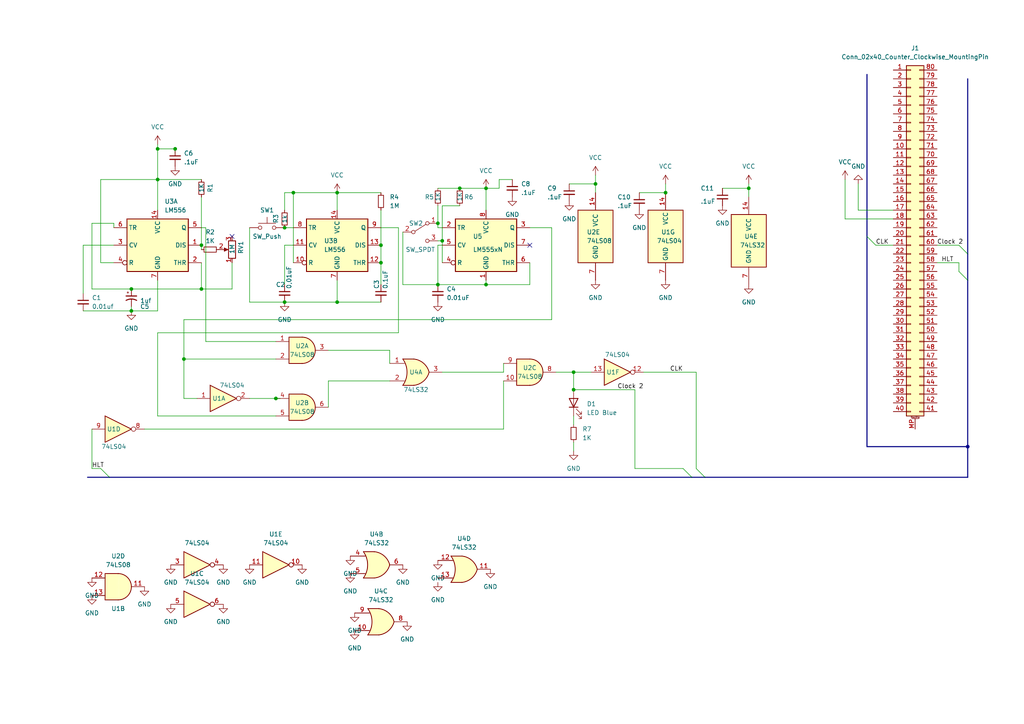
<source format=kicad_sch>
(kicad_sch (version 20211123) (generator eeschema)

  (uuid 861f2d69-fe41-4418-b7af-dad21ccba8dd)

  (paper "A4")

  (lib_symbols
    (symbol "74xx:74LS04" (in_bom yes) (on_board yes)
      (property "Reference" "U" (id 0) (at 0 1.27 0)
        (effects (font (size 1.27 1.27)))
      )
      (property "Value" "74LS04" (id 1) (at 0 -1.27 0)
        (effects (font (size 1.27 1.27)))
      )
      (property "Footprint" "" (id 2) (at 0 0 0)
        (effects (font (size 1.27 1.27)) hide)
      )
      (property "Datasheet" "http://www.ti.com/lit/gpn/sn74LS04" (id 3) (at 0 0 0)
        (effects (font (size 1.27 1.27)) hide)
      )
      (property "ki_locked" "" (id 4) (at 0 0 0)
        (effects (font (size 1.27 1.27)))
      )
      (property "ki_keywords" "TTL not inv" (id 5) (at 0 0 0)
        (effects (font (size 1.27 1.27)) hide)
      )
      (property "ki_description" "Hex Inverter" (id 6) (at 0 0 0)
        (effects (font (size 1.27 1.27)) hide)
      )
      (property "ki_fp_filters" "DIP*W7.62mm* SSOP?14* TSSOP?14*" (id 7) (at 0 0 0)
        (effects (font (size 1.27 1.27)) hide)
      )
      (symbol "74LS04_1_0"
        (polyline
          (pts
            (xy -3.81 3.81)
            (xy -3.81 -3.81)
            (xy 3.81 0)
            (xy -3.81 3.81)
          )
          (stroke (width 0.254) (type default) (color 0 0 0 0))
          (fill (type background))
        )
        (pin input line (at -7.62 0 0) (length 3.81)
          (name "~" (effects (font (size 1.27 1.27))))
          (number "1" (effects (font (size 1.27 1.27))))
        )
        (pin output inverted (at 7.62 0 180) (length 3.81)
          (name "~" (effects (font (size 1.27 1.27))))
          (number "2" (effects (font (size 1.27 1.27))))
        )
      )
      (symbol "74LS04_2_0"
        (polyline
          (pts
            (xy -3.81 3.81)
            (xy -3.81 -3.81)
            (xy 3.81 0)
            (xy -3.81 3.81)
          )
          (stroke (width 0.254) (type default) (color 0 0 0 0))
          (fill (type background))
        )
        (pin input line (at -7.62 0 0) (length 3.81)
          (name "~" (effects (font (size 1.27 1.27))))
          (number "3" (effects (font (size 1.27 1.27))))
        )
        (pin output inverted (at 7.62 0 180) (length 3.81)
          (name "~" (effects (font (size 1.27 1.27))))
          (number "4" (effects (font (size 1.27 1.27))))
        )
      )
      (symbol "74LS04_3_0"
        (polyline
          (pts
            (xy -3.81 3.81)
            (xy -3.81 -3.81)
            (xy 3.81 0)
            (xy -3.81 3.81)
          )
          (stroke (width 0.254) (type default) (color 0 0 0 0))
          (fill (type background))
        )
        (pin input line (at -7.62 0 0) (length 3.81)
          (name "~" (effects (font (size 1.27 1.27))))
          (number "5" (effects (font (size 1.27 1.27))))
        )
        (pin output inverted (at 7.62 0 180) (length 3.81)
          (name "~" (effects (font (size 1.27 1.27))))
          (number "6" (effects (font (size 1.27 1.27))))
        )
      )
      (symbol "74LS04_4_0"
        (polyline
          (pts
            (xy -3.81 3.81)
            (xy -3.81 -3.81)
            (xy 3.81 0)
            (xy -3.81 3.81)
          )
          (stroke (width 0.254) (type default) (color 0 0 0 0))
          (fill (type background))
        )
        (pin output inverted (at 7.62 0 180) (length 3.81)
          (name "~" (effects (font (size 1.27 1.27))))
          (number "8" (effects (font (size 1.27 1.27))))
        )
        (pin input line (at -7.62 0 0) (length 3.81)
          (name "~" (effects (font (size 1.27 1.27))))
          (number "9" (effects (font (size 1.27 1.27))))
        )
      )
      (symbol "74LS04_5_0"
        (polyline
          (pts
            (xy -3.81 3.81)
            (xy -3.81 -3.81)
            (xy 3.81 0)
            (xy -3.81 3.81)
          )
          (stroke (width 0.254) (type default) (color 0 0 0 0))
          (fill (type background))
        )
        (pin output inverted (at 7.62 0 180) (length 3.81)
          (name "~" (effects (font (size 1.27 1.27))))
          (number "10" (effects (font (size 1.27 1.27))))
        )
        (pin input line (at -7.62 0 0) (length 3.81)
          (name "~" (effects (font (size 1.27 1.27))))
          (number "11" (effects (font (size 1.27 1.27))))
        )
      )
      (symbol "74LS04_6_0"
        (polyline
          (pts
            (xy -3.81 3.81)
            (xy -3.81 -3.81)
            (xy 3.81 0)
            (xy -3.81 3.81)
          )
          (stroke (width 0.254) (type default) (color 0 0 0 0))
          (fill (type background))
        )
        (pin output inverted (at 7.62 0 180) (length 3.81)
          (name "~" (effects (font (size 1.27 1.27))))
          (number "12" (effects (font (size 1.27 1.27))))
        )
        (pin input line (at -7.62 0 0) (length 3.81)
          (name "~" (effects (font (size 1.27 1.27))))
          (number "13" (effects (font (size 1.27 1.27))))
        )
      )
      (symbol "74LS04_7_0"
        (pin power_in line (at 0 12.7 270) (length 5.08)
          (name "VCC" (effects (font (size 1.27 1.27))))
          (number "14" (effects (font (size 1.27 1.27))))
        )
        (pin power_in line (at 0 -12.7 90) (length 5.08)
          (name "GND" (effects (font (size 1.27 1.27))))
          (number "7" (effects (font (size 1.27 1.27))))
        )
      )
      (symbol "74LS04_7_1"
        (rectangle (start -5.08 7.62) (end 5.08 -7.62)
          (stroke (width 0.254) (type default) (color 0 0 0 0))
          (fill (type background))
        )
      )
    )
    (symbol "74xx:74LS08" (pin_names (offset 1.016)) (in_bom yes) (on_board yes)
      (property "Reference" "U" (id 0) (at 0 1.27 0)
        (effects (font (size 1.27 1.27)))
      )
      (property "Value" "74LS08" (id 1) (at 0 -1.27 0)
        (effects (font (size 1.27 1.27)))
      )
      (property "Footprint" "" (id 2) (at 0 0 0)
        (effects (font (size 1.27 1.27)) hide)
      )
      (property "Datasheet" "http://www.ti.com/lit/gpn/sn74LS08" (id 3) (at 0 0 0)
        (effects (font (size 1.27 1.27)) hide)
      )
      (property "ki_locked" "" (id 4) (at 0 0 0)
        (effects (font (size 1.27 1.27)))
      )
      (property "ki_keywords" "TTL and2" (id 5) (at 0 0 0)
        (effects (font (size 1.27 1.27)) hide)
      )
      (property "ki_description" "Quad And2" (id 6) (at 0 0 0)
        (effects (font (size 1.27 1.27)) hide)
      )
      (property "ki_fp_filters" "DIP*W7.62mm*" (id 7) (at 0 0 0)
        (effects (font (size 1.27 1.27)) hide)
      )
      (symbol "74LS08_1_1"
        (arc (start 0 -3.81) (mid 3.81 0) (end 0 3.81)
          (stroke (width 0.254) (type default) (color 0 0 0 0))
          (fill (type background))
        )
        (polyline
          (pts
            (xy 0 3.81)
            (xy -3.81 3.81)
            (xy -3.81 -3.81)
            (xy 0 -3.81)
          )
          (stroke (width 0.254) (type default) (color 0 0 0 0))
          (fill (type background))
        )
        (pin input line (at -7.62 2.54 0) (length 3.81)
          (name "~" (effects (font (size 1.27 1.27))))
          (number "1" (effects (font (size 1.27 1.27))))
        )
        (pin input line (at -7.62 -2.54 0) (length 3.81)
          (name "~" (effects (font (size 1.27 1.27))))
          (number "2" (effects (font (size 1.27 1.27))))
        )
        (pin output line (at 7.62 0 180) (length 3.81)
          (name "~" (effects (font (size 1.27 1.27))))
          (number "3" (effects (font (size 1.27 1.27))))
        )
      )
      (symbol "74LS08_1_2"
        (arc (start -3.81 -3.81) (mid -2.589 0) (end -3.81 3.81)
          (stroke (width 0.254) (type default) (color 0 0 0 0))
          (fill (type none))
        )
        (arc (start -0.6096 -3.81) (mid 2.1855 -2.584) (end 3.81 0)
          (stroke (width 0.254) (type default) (color 0 0 0 0))
          (fill (type background))
        )
        (polyline
          (pts
            (xy -3.81 -3.81)
            (xy -0.635 -3.81)
          )
          (stroke (width 0.254) (type default) (color 0 0 0 0))
          (fill (type background))
        )
        (polyline
          (pts
            (xy -3.81 3.81)
            (xy -0.635 3.81)
          )
          (stroke (width 0.254) (type default) (color 0 0 0 0))
          (fill (type background))
        )
        (polyline
          (pts
            (xy -0.635 3.81)
            (xy -3.81 3.81)
            (xy -3.81 3.81)
            (xy -3.556 3.4036)
            (xy -3.0226 2.2606)
            (xy -2.6924 1.0414)
            (xy -2.6162 -0.254)
            (xy -2.7686 -1.4986)
            (xy -3.175 -2.7178)
            (xy -3.81 -3.81)
            (xy -3.81 -3.81)
            (xy -0.635 -3.81)
          )
          (stroke (width -25.4) (type default) (color 0 0 0 0))
          (fill (type background))
        )
        (arc (start 3.81 0) (mid 2.1928 2.5925) (end -0.6096 3.81)
          (stroke (width 0.254) (type default) (color 0 0 0 0))
          (fill (type background))
        )
        (pin input inverted (at -7.62 2.54 0) (length 4.318)
          (name "~" (effects (font (size 1.27 1.27))))
          (number "1" (effects (font (size 1.27 1.27))))
        )
        (pin input inverted (at -7.62 -2.54 0) (length 4.318)
          (name "~" (effects (font (size 1.27 1.27))))
          (number "2" (effects (font (size 1.27 1.27))))
        )
        (pin output inverted (at 7.62 0 180) (length 3.81)
          (name "~" (effects (font (size 1.27 1.27))))
          (number "3" (effects (font (size 1.27 1.27))))
        )
      )
      (symbol "74LS08_2_1"
        (arc (start 0 -3.81) (mid 3.81 0) (end 0 3.81)
          (stroke (width 0.254) (type default) (color 0 0 0 0))
          (fill (type background))
        )
        (polyline
          (pts
            (xy 0 3.81)
            (xy -3.81 3.81)
            (xy -3.81 -3.81)
            (xy 0 -3.81)
          )
          (stroke (width 0.254) (type default) (color 0 0 0 0))
          (fill (type background))
        )
        (pin input line (at -7.62 2.54 0) (length 3.81)
          (name "~" (effects (font (size 1.27 1.27))))
          (number "4" (effects (font (size 1.27 1.27))))
        )
        (pin input line (at -7.62 -2.54 0) (length 3.81)
          (name "~" (effects (font (size 1.27 1.27))))
          (number "5" (effects (font (size 1.27 1.27))))
        )
        (pin output line (at 7.62 0 180) (length 3.81)
          (name "~" (effects (font (size 1.27 1.27))))
          (number "6" (effects (font (size 1.27 1.27))))
        )
      )
      (symbol "74LS08_2_2"
        (arc (start -3.81 -3.81) (mid -2.589 0) (end -3.81 3.81)
          (stroke (width 0.254) (type default) (color 0 0 0 0))
          (fill (type none))
        )
        (arc (start -0.6096 -3.81) (mid 2.1855 -2.584) (end 3.81 0)
          (stroke (width 0.254) (type default) (color 0 0 0 0))
          (fill (type background))
        )
        (polyline
          (pts
            (xy -3.81 -3.81)
            (xy -0.635 -3.81)
          )
          (stroke (width 0.254) (type default) (color 0 0 0 0))
          (fill (type background))
        )
        (polyline
          (pts
            (xy -3.81 3.81)
            (xy -0.635 3.81)
          )
          (stroke (width 0.254) (type default) (color 0 0 0 0))
          (fill (type background))
        )
        (polyline
          (pts
            (xy -0.635 3.81)
            (xy -3.81 3.81)
            (xy -3.81 3.81)
            (xy -3.556 3.4036)
            (xy -3.0226 2.2606)
            (xy -2.6924 1.0414)
            (xy -2.6162 -0.254)
            (xy -2.7686 -1.4986)
            (xy -3.175 -2.7178)
            (xy -3.81 -3.81)
            (xy -3.81 -3.81)
            (xy -0.635 -3.81)
          )
          (stroke (width -25.4) (type default) (color 0 0 0 0))
          (fill (type background))
        )
        (arc (start 3.81 0) (mid 2.1928 2.5925) (end -0.6096 3.81)
          (stroke (width 0.254) (type default) (color 0 0 0 0))
          (fill (type background))
        )
        (pin input inverted (at -7.62 2.54 0) (length 4.318)
          (name "~" (effects (font (size 1.27 1.27))))
          (number "4" (effects (font (size 1.27 1.27))))
        )
        (pin input inverted (at -7.62 -2.54 0) (length 4.318)
          (name "~" (effects (font (size 1.27 1.27))))
          (number "5" (effects (font (size 1.27 1.27))))
        )
        (pin output inverted (at 7.62 0 180) (length 3.81)
          (name "~" (effects (font (size 1.27 1.27))))
          (number "6" (effects (font (size 1.27 1.27))))
        )
      )
      (symbol "74LS08_3_1"
        (arc (start 0 -3.81) (mid 3.81 0) (end 0 3.81)
          (stroke (width 0.254) (type default) (color 0 0 0 0))
          (fill (type background))
        )
        (polyline
          (pts
            (xy 0 3.81)
            (xy -3.81 3.81)
            (xy -3.81 -3.81)
            (xy 0 -3.81)
          )
          (stroke (width 0.254) (type default) (color 0 0 0 0))
          (fill (type background))
        )
        (pin input line (at -7.62 -2.54 0) (length 3.81)
          (name "~" (effects (font (size 1.27 1.27))))
          (number "10" (effects (font (size 1.27 1.27))))
        )
        (pin output line (at 7.62 0 180) (length 3.81)
          (name "~" (effects (font (size 1.27 1.27))))
          (number "8" (effects (font (size 1.27 1.27))))
        )
        (pin input line (at -7.62 2.54 0) (length 3.81)
          (name "~" (effects (font (size 1.27 1.27))))
          (number "9" (effects (font (size 1.27 1.27))))
        )
      )
      (symbol "74LS08_3_2"
        (arc (start -3.81 -3.81) (mid -2.589 0) (end -3.81 3.81)
          (stroke (width 0.254) (type default) (color 0 0 0 0))
          (fill (type none))
        )
        (arc (start -0.6096 -3.81) (mid 2.1855 -2.584) (end 3.81 0)
          (stroke (width 0.254) (type default) (color 0 0 0 0))
          (fill (type background))
        )
        (polyline
          (pts
            (xy -3.81 -3.81)
            (xy -0.635 -3.81)
          )
          (stroke (width 0.254) (type default) (color 0 0 0 0))
          (fill (type background))
        )
        (polyline
          (pts
            (xy -3.81 3.81)
            (xy -0.635 3.81)
          )
          (stroke (width 0.254) (type default) (color 0 0 0 0))
          (fill (type background))
        )
        (polyline
          (pts
            (xy -0.635 3.81)
            (xy -3.81 3.81)
            (xy -3.81 3.81)
            (xy -3.556 3.4036)
            (xy -3.0226 2.2606)
            (xy -2.6924 1.0414)
            (xy -2.6162 -0.254)
            (xy -2.7686 -1.4986)
            (xy -3.175 -2.7178)
            (xy -3.81 -3.81)
            (xy -3.81 -3.81)
            (xy -0.635 -3.81)
          )
          (stroke (width -25.4) (type default) (color 0 0 0 0))
          (fill (type background))
        )
        (arc (start 3.81 0) (mid 2.1928 2.5925) (end -0.6096 3.81)
          (stroke (width 0.254) (type default) (color 0 0 0 0))
          (fill (type background))
        )
        (pin input inverted (at -7.62 -2.54 0) (length 4.318)
          (name "~" (effects (font (size 1.27 1.27))))
          (number "10" (effects (font (size 1.27 1.27))))
        )
        (pin output inverted (at 7.62 0 180) (length 3.81)
          (name "~" (effects (font (size 1.27 1.27))))
          (number "8" (effects (font (size 1.27 1.27))))
        )
        (pin input inverted (at -7.62 2.54 0) (length 4.318)
          (name "~" (effects (font (size 1.27 1.27))))
          (number "9" (effects (font (size 1.27 1.27))))
        )
      )
      (symbol "74LS08_4_1"
        (arc (start 0 -3.81) (mid 3.81 0) (end 0 3.81)
          (stroke (width 0.254) (type default) (color 0 0 0 0))
          (fill (type background))
        )
        (polyline
          (pts
            (xy 0 3.81)
            (xy -3.81 3.81)
            (xy -3.81 -3.81)
            (xy 0 -3.81)
          )
          (stroke (width 0.254) (type default) (color 0 0 0 0))
          (fill (type background))
        )
        (pin output line (at 7.62 0 180) (length 3.81)
          (name "~" (effects (font (size 1.27 1.27))))
          (number "11" (effects (font (size 1.27 1.27))))
        )
        (pin input line (at -7.62 2.54 0) (length 3.81)
          (name "~" (effects (font (size 1.27 1.27))))
          (number "12" (effects (font (size 1.27 1.27))))
        )
        (pin input line (at -7.62 -2.54 0) (length 3.81)
          (name "~" (effects (font (size 1.27 1.27))))
          (number "13" (effects (font (size 1.27 1.27))))
        )
      )
      (symbol "74LS08_4_2"
        (arc (start -3.81 -3.81) (mid -2.589 0) (end -3.81 3.81)
          (stroke (width 0.254) (type default) (color 0 0 0 0))
          (fill (type none))
        )
        (arc (start -0.6096 -3.81) (mid 2.1855 -2.584) (end 3.81 0)
          (stroke (width 0.254) (type default) (color 0 0 0 0))
          (fill (type background))
        )
        (polyline
          (pts
            (xy -3.81 -3.81)
            (xy -0.635 -3.81)
          )
          (stroke (width 0.254) (type default) (color 0 0 0 0))
          (fill (type background))
        )
        (polyline
          (pts
            (xy -3.81 3.81)
            (xy -0.635 3.81)
          )
          (stroke (width 0.254) (type default) (color 0 0 0 0))
          (fill (type background))
        )
        (polyline
          (pts
            (xy -0.635 3.81)
            (xy -3.81 3.81)
            (xy -3.81 3.81)
            (xy -3.556 3.4036)
            (xy -3.0226 2.2606)
            (xy -2.6924 1.0414)
            (xy -2.6162 -0.254)
            (xy -2.7686 -1.4986)
            (xy -3.175 -2.7178)
            (xy -3.81 -3.81)
            (xy -3.81 -3.81)
            (xy -0.635 -3.81)
          )
          (stroke (width -25.4) (type default) (color 0 0 0 0))
          (fill (type background))
        )
        (arc (start 3.81 0) (mid 2.1928 2.5925) (end -0.6096 3.81)
          (stroke (width 0.254) (type default) (color 0 0 0 0))
          (fill (type background))
        )
        (pin output inverted (at 7.62 0 180) (length 3.81)
          (name "~" (effects (font (size 1.27 1.27))))
          (number "11" (effects (font (size 1.27 1.27))))
        )
        (pin input inverted (at -7.62 2.54 0) (length 4.318)
          (name "~" (effects (font (size 1.27 1.27))))
          (number "12" (effects (font (size 1.27 1.27))))
        )
        (pin input inverted (at -7.62 -2.54 0) (length 4.318)
          (name "~" (effects (font (size 1.27 1.27))))
          (number "13" (effects (font (size 1.27 1.27))))
        )
      )
      (symbol "74LS08_5_0"
        (pin power_in line (at 0 12.7 270) (length 5.08)
          (name "VCC" (effects (font (size 1.27 1.27))))
          (number "14" (effects (font (size 1.27 1.27))))
        )
        (pin power_in line (at 0 -12.7 90) (length 5.08)
          (name "GND" (effects (font (size 1.27 1.27))))
          (number "7" (effects (font (size 1.27 1.27))))
        )
      )
      (symbol "74LS08_5_1"
        (rectangle (start -5.08 7.62) (end 5.08 -7.62)
          (stroke (width 0.254) (type default) (color 0 0 0 0))
          (fill (type background))
        )
      )
    )
    (symbol "74xx:74LS32" (pin_names (offset 1.016)) (in_bom yes) (on_board yes)
      (property "Reference" "U" (id 0) (at 0 1.27 0)
        (effects (font (size 1.27 1.27)))
      )
      (property "Value" "74LS32" (id 1) (at 0 -1.27 0)
        (effects (font (size 1.27 1.27)))
      )
      (property "Footprint" "" (id 2) (at 0 0 0)
        (effects (font (size 1.27 1.27)) hide)
      )
      (property "Datasheet" "http://www.ti.com/lit/gpn/sn74LS32" (id 3) (at 0 0 0)
        (effects (font (size 1.27 1.27)) hide)
      )
      (property "ki_locked" "" (id 4) (at 0 0 0)
        (effects (font (size 1.27 1.27)))
      )
      (property "ki_keywords" "TTL Or2" (id 5) (at 0 0 0)
        (effects (font (size 1.27 1.27)) hide)
      )
      (property "ki_description" "Quad 2-input OR" (id 6) (at 0 0 0)
        (effects (font (size 1.27 1.27)) hide)
      )
      (property "ki_fp_filters" "DIP?14*" (id 7) (at 0 0 0)
        (effects (font (size 1.27 1.27)) hide)
      )
      (symbol "74LS32_1_1"
        (arc (start -3.81 -3.81) (mid -2.589 0) (end -3.81 3.81)
          (stroke (width 0.254) (type default) (color 0 0 0 0))
          (fill (type none))
        )
        (arc (start -0.6096 -3.81) (mid 2.1855 -2.584) (end 3.81 0)
          (stroke (width 0.254) (type default) (color 0 0 0 0))
          (fill (type background))
        )
        (polyline
          (pts
            (xy -3.81 -3.81)
            (xy -0.635 -3.81)
          )
          (stroke (width 0.254) (type default) (color 0 0 0 0))
          (fill (type background))
        )
        (polyline
          (pts
            (xy -3.81 3.81)
            (xy -0.635 3.81)
          )
          (stroke (width 0.254) (type default) (color 0 0 0 0))
          (fill (type background))
        )
        (polyline
          (pts
            (xy -0.635 3.81)
            (xy -3.81 3.81)
            (xy -3.81 3.81)
            (xy -3.556 3.4036)
            (xy -3.0226 2.2606)
            (xy -2.6924 1.0414)
            (xy -2.6162 -0.254)
            (xy -2.7686 -1.4986)
            (xy -3.175 -2.7178)
            (xy -3.81 -3.81)
            (xy -3.81 -3.81)
            (xy -0.635 -3.81)
          )
          (stroke (width -25.4) (type default) (color 0 0 0 0))
          (fill (type background))
        )
        (arc (start 3.81 0) (mid 2.1928 2.5925) (end -0.6096 3.81)
          (stroke (width 0.254) (type default) (color 0 0 0 0))
          (fill (type background))
        )
        (pin input line (at -7.62 2.54 0) (length 4.318)
          (name "~" (effects (font (size 1.27 1.27))))
          (number "1" (effects (font (size 1.27 1.27))))
        )
        (pin input line (at -7.62 -2.54 0) (length 4.318)
          (name "~" (effects (font (size 1.27 1.27))))
          (number "2" (effects (font (size 1.27 1.27))))
        )
        (pin output line (at 7.62 0 180) (length 3.81)
          (name "~" (effects (font (size 1.27 1.27))))
          (number "3" (effects (font (size 1.27 1.27))))
        )
      )
      (symbol "74LS32_1_2"
        (arc (start 0 -3.81) (mid 3.81 0) (end 0 3.81)
          (stroke (width 0.254) (type default) (color 0 0 0 0))
          (fill (type background))
        )
        (polyline
          (pts
            (xy 0 3.81)
            (xy -3.81 3.81)
            (xy -3.81 -3.81)
            (xy 0 -3.81)
          )
          (stroke (width 0.254) (type default) (color 0 0 0 0))
          (fill (type background))
        )
        (pin input inverted (at -7.62 2.54 0) (length 3.81)
          (name "~" (effects (font (size 1.27 1.27))))
          (number "1" (effects (font (size 1.27 1.27))))
        )
        (pin input inverted (at -7.62 -2.54 0) (length 3.81)
          (name "~" (effects (font (size 1.27 1.27))))
          (number "2" (effects (font (size 1.27 1.27))))
        )
        (pin output inverted (at 7.62 0 180) (length 3.81)
          (name "~" (effects (font (size 1.27 1.27))))
          (number "3" (effects (font (size 1.27 1.27))))
        )
      )
      (symbol "74LS32_2_1"
        (arc (start -3.81 -3.81) (mid -2.589 0) (end -3.81 3.81)
          (stroke (width 0.254) (type default) (color 0 0 0 0))
          (fill (type none))
        )
        (arc (start -0.6096 -3.81) (mid 2.1855 -2.584) (end 3.81 0)
          (stroke (width 0.254) (type default) (color 0 0 0 0))
          (fill (type background))
        )
        (polyline
          (pts
            (xy -3.81 -3.81)
            (xy -0.635 -3.81)
          )
          (stroke (width 0.254) (type default) (color 0 0 0 0))
          (fill (type background))
        )
        (polyline
          (pts
            (xy -3.81 3.81)
            (xy -0.635 3.81)
          )
          (stroke (width 0.254) (type default) (color 0 0 0 0))
          (fill (type background))
        )
        (polyline
          (pts
            (xy -0.635 3.81)
            (xy -3.81 3.81)
            (xy -3.81 3.81)
            (xy -3.556 3.4036)
            (xy -3.0226 2.2606)
            (xy -2.6924 1.0414)
            (xy -2.6162 -0.254)
            (xy -2.7686 -1.4986)
            (xy -3.175 -2.7178)
            (xy -3.81 -3.81)
            (xy -3.81 -3.81)
            (xy -0.635 -3.81)
          )
          (stroke (width -25.4) (type default) (color 0 0 0 0))
          (fill (type background))
        )
        (arc (start 3.81 0) (mid 2.1928 2.5925) (end -0.6096 3.81)
          (stroke (width 0.254) (type default) (color 0 0 0 0))
          (fill (type background))
        )
        (pin input line (at -7.62 2.54 0) (length 4.318)
          (name "~" (effects (font (size 1.27 1.27))))
          (number "4" (effects (font (size 1.27 1.27))))
        )
        (pin input line (at -7.62 -2.54 0) (length 4.318)
          (name "~" (effects (font (size 1.27 1.27))))
          (number "5" (effects (font (size 1.27 1.27))))
        )
        (pin output line (at 7.62 0 180) (length 3.81)
          (name "~" (effects (font (size 1.27 1.27))))
          (number "6" (effects (font (size 1.27 1.27))))
        )
      )
      (symbol "74LS32_2_2"
        (arc (start 0 -3.81) (mid 3.81 0) (end 0 3.81)
          (stroke (width 0.254) (type default) (color 0 0 0 0))
          (fill (type background))
        )
        (polyline
          (pts
            (xy 0 3.81)
            (xy -3.81 3.81)
            (xy -3.81 -3.81)
            (xy 0 -3.81)
          )
          (stroke (width 0.254) (type default) (color 0 0 0 0))
          (fill (type background))
        )
        (pin input inverted (at -7.62 2.54 0) (length 3.81)
          (name "~" (effects (font (size 1.27 1.27))))
          (number "4" (effects (font (size 1.27 1.27))))
        )
        (pin input inverted (at -7.62 -2.54 0) (length 3.81)
          (name "~" (effects (font (size 1.27 1.27))))
          (number "5" (effects (font (size 1.27 1.27))))
        )
        (pin output inverted (at 7.62 0 180) (length 3.81)
          (name "~" (effects (font (size 1.27 1.27))))
          (number "6" (effects (font (size 1.27 1.27))))
        )
      )
      (symbol "74LS32_3_1"
        (arc (start -3.81 -3.81) (mid -2.589 0) (end -3.81 3.81)
          (stroke (width 0.254) (type default) (color 0 0 0 0))
          (fill (type none))
        )
        (arc (start -0.6096 -3.81) (mid 2.1855 -2.584) (end 3.81 0)
          (stroke (width 0.254) (type default) (color 0 0 0 0))
          (fill (type background))
        )
        (polyline
          (pts
            (xy -3.81 -3.81)
            (xy -0.635 -3.81)
          )
          (stroke (width 0.254) (type default) (color 0 0 0 0))
          (fill (type background))
        )
        (polyline
          (pts
            (xy -3.81 3.81)
            (xy -0.635 3.81)
          )
          (stroke (width 0.254) (type default) (color 0 0 0 0))
          (fill (type background))
        )
        (polyline
          (pts
            (xy -0.635 3.81)
            (xy -3.81 3.81)
            (xy -3.81 3.81)
            (xy -3.556 3.4036)
            (xy -3.0226 2.2606)
            (xy -2.6924 1.0414)
            (xy -2.6162 -0.254)
            (xy -2.7686 -1.4986)
            (xy -3.175 -2.7178)
            (xy -3.81 -3.81)
            (xy -3.81 -3.81)
            (xy -0.635 -3.81)
          )
          (stroke (width -25.4) (type default) (color 0 0 0 0))
          (fill (type background))
        )
        (arc (start 3.81 0) (mid 2.1928 2.5925) (end -0.6096 3.81)
          (stroke (width 0.254) (type default) (color 0 0 0 0))
          (fill (type background))
        )
        (pin input line (at -7.62 -2.54 0) (length 4.318)
          (name "~" (effects (font (size 1.27 1.27))))
          (number "10" (effects (font (size 1.27 1.27))))
        )
        (pin output line (at 7.62 0 180) (length 3.81)
          (name "~" (effects (font (size 1.27 1.27))))
          (number "8" (effects (font (size 1.27 1.27))))
        )
        (pin input line (at -7.62 2.54 0) (length 4.318)
          (name "~" (effects (font (size 1.27 1.27))))
          (number "9" (effects (font (size 1.27 1.27))))
        )
      )
      (symbol "74LS32_3_2"
        (arc (start 0 -3.81) (mid 3.81 0) (end 0 3.81)
          (stroke (width 0.254) (type default) (color 0 0 0 0))
          (fill (type background))
        )
        (polyline
          (pts
            (xy 0 3.81)
            (xy -3.81 3.81)
            (xy -3.81 -3.81)
            (xy 0 -3.81)
          )
          (stroke (width 0.254) (type default) (color 0 0 0 0))
          (fill (type background))
        )
        (pin input inverted (at -7.62 -2.54 0) (length 3.81)
          (name "~" (effects (font (size 1.27 1.27))))
          (number "10" (effects (font (size 1.27 1.27))))
        )
        (pin output inverted (at 7.62 0 180) (length 3.81)
          (name "~" (effects (font (size 1.27 1.27))))
          (number "8" (effects (font (size 1.27 1.27))))
        )
        (pin input inverted (at -7.62 2.54 0) (length 3.81)
          (name "~" (effects (font (size 1.27 1.27))))
          (number "9" (effects (font (size 1.27 1.27))))
        )
      )
      (symbol "74LS32_4_1"
        (arc (start -3.81 -3.81) (mid -2.589 0) (end -3.81 3.81)
          (stroke (width 0.254) (type default) (color 0 0 0 0))
          (fill (type none))
        )
        (arc (start -0.6096 -3.81) (mid 2.1855 -2.584) (end 3.81 0)
          (stroke (width 0.254) (type default) (color 0 0 0 0))
          (fill (type background))
        )
        (polyline
          (pts
            (xy -3.81 -3.81)
            (xy -0.635 -3.81)
          )
          (stroke (width 0.254) (type default) (color 0 0 0 0))
          (fill (type background))
        )
        (polyline
          (pts
            (xy -3.81 3.81)
            (xy -0.635 3.81)
          )
          (stroke (width 0.254) (type default) (color 0 0 0 0))
          (fill (type background))
        )
        (polyline
          (pts
            (xy -0.635 3.81)
            (xy -3.81 3.81)
            (xy -3.81 3.81)
            (xy -3.556 3.4036)
            (xy -3.0226 2.2606)
            (xy -2.6924 1.0414)
            (xy -2.6162 -0.254)
            (xy -2.7686 -1.4986)
            (xy -3.175 -2.7178)
            (xy -3.81 -3.81)
            (xy -3.81 -3.81)
            (xy -0.635 -3.81)
          )
          (stroke (width -25.4) (type default) (color 0 0 0 0))
          (fill (type background))
        )
        (arc (start 3.81 0) (mid 2.1928 2.5925) (end -0.6096 3.81)
          (stroke (width 0.254) (type default) (color 0 0 0 0))
          (fill (type background))
        )
        (pin output line (at 7.62 0 180) (length 3.81)
          (name "~" (effects (font (size 1.27 1.27))))
          (number "11" (effects (font (size 1.27 1.27))))
        )
        (pin input line (at -7.62 2.54 0) (length 4.318)
          (name "~" (effects (font (size 1.27 1.27))))
          (number "12" (effects (font (size 1.27 1.27))))
        )
        (pin input line (at -7.62 -2.54 0) (length 4.318)
          (name "~" (effects (font (size 1.27 1.27))))
          (number "13" (effects (font (size 1.27 1.27))))
        )
      )
      (symbol "74LS32_4_2"
        (arc (start 0 -3.81) (mid 3.81 0) (end 0 3.81)
          (stroke (width 0.254) (type default) (color 0 0 0 0))
          (fill (type background))
        )
        (polyline
          (pts
            (xy 0 3.81)
            (xy -3.81 3.81)
            (xy -3.81 -3.81)
            (xy 0 -3.81)
          )
          (stroke (width 0.254) (type default) (color 0 0 0 0))
          (fill (type background))
        )
        (pin output inverted (at 7.62 0 180) (length 3.81)
          (name "~" (effects (font (size 1.27 1.27))))
          (number "11" (effects (font (size 1.27 1.27))))
        )
        (pin input inverted (at -7.62 2.54 0) (length 3.81)
          (name "~" (effects (font (size 1.27 1.27))))
          (number "12" (effects (font (size 1.27 1.27))))
        )
        (pin input inverted (at -7.62 -2.54 0) (length 3.81)
          (name "~" (effects (font (size 1.27 1.27))))
          (number "13" (effects (font (size 1.27 1.27))))
        )
      )
      (symbol "74LS32_5_0"
        (pin power_in line (at 0 12.7 270) (length 5.08)
          (name "VCC" (effects (font (size 1.27 1.27))))
          (number "14" (effects (font (size 1.27 1.27))))
        )
        (pin power_in line (at 0 -12.7 90) (length 5.08)
          (name "GND" (effects (font (size 1.27 1.27))))
          (number "7" (effects (font (size 1.27 1.27))))
        )
      )
      (symbol "74LS32_5_1"
        (rectangle (start -5.08 7.62) (end 5.08 -7.62)
          (stroke (width 0.254) (type default) (color 0 0 0 0))
          (fill (type background))
        )
      )
    )
    (symbol "Connector_Generic_MountingPin:Conn_02x40_Counter_Clockwise_MountingPin" (pin_names (offset 1.016) hide) (in_bom yes) (on_board yes)
      (property "Reference" "J" (id 0) (at 1.27 50.8 0)
        (effects (font (size 1.27 1.27)))
      )
      (property "Value" "Conn_02x40_Counter_Clockwise_MountingPin" (id 1) (at 2.54 -53.34 0)
        (effects (font (size 1.27 1.27)) (justify left))
      )
      (property "Footprint" "" (id 2) (at 0 0 0)
        (effects (font (size 1.27 1.27)) hide)
      )
      (property "Datasheet" "~" (id 3) (at 0 0 0)
        (effects (font (size 1.27 1.27)) hide)
      )
      (property "ki_keywords" "connector" (id 4) (at 0 0 0)
        (effects (font (size 1.27 1.27)) hide)
      )
      (property "ki_description" "Generic connectable mounting pin connector, double row, 02x40, counter clockwise pin numbering scheme (similar to DIP packge numbering), script generated (kicad-library-utils/schlib/autogen/connector/)" (id 5) (at 0 0 0)
        (effects (font (size 1.27 1.27)) hide)
      )
      (property "ki_fp_filters" "Connector*:*_2x??-1MP*" (id 6) (at 0 0 0)
        (effects (font (size 1.27 1.27)) hide)
      )
      (symbol "Conn_02x40_Counter_Clockwise_MountingPin_1_1"
        (rectangle (start -1.27 -50.673) (end 0 -50.927)
          (stroke (width 0.1524) (type default) (color 0 0 0 0))
          (fill (type none))
        )
        (rectangle (start -1.27 -48.133) (end 0 -48.387)
          (stroke (width 0.1524) (type default) (color 0 0 0 0))
          (fill (type none))
        )
        (rectangle (start -1.27 -45.593) (end 0 -45.847)
          (stroke (width 0.1524) (type default) (color 0 0 0 0))
          (fill (type none))
        )
        (rectangle (start -1.27 -43.053) (end 0 -43.307)
          (stroke (width 0.1524) (type default) (color 0 0 0 0))
          (fill (type none))
        )
        (rectangle (start -1.27 -40.513) (end 0 -40.767)
          (stroke (width 0.1524) (type default) (color 0 0 0 0))
          (fill (type none))
        )
        (rectangle (start -1.27 -37.973) (end 0 -38.227)
          (stroke (width 0.1524) (type default) (color 0 0 0 0))
          (fill (type none))
        )
        (rectangle (start -1.27 -35.433) (end 0 -35.687)
          (stroke (width 0.1524) (type default) (color 0 0 0 0))
          (fill (type none))
        )
        (rectangle (start -1.27 -32.893) (end 0 -33.147)
          (stroke (width 0.1524) (type default) (color 0 0 0 0))
          (fill (type none))
        )
        (rectangle (start -1.27 -30.353) (end 0 -30.607)
          (stroke (width 0.1524) (type default) (color 0 0 0 0))
          (fill (type none))
        )
        (rectangle (start -1.27 -27.813) (end 0 -28.067)
          (stroke (width 0.1524) (type default) (color 0 0 0 0))
          (fill (type none))
        )
        (rectangle (start -1.27 -25.273) (end 0 -25.527)
          (stroke (width 0.1524) (type default) (color 0 0 0 0))
          (fill (type none))
        )
        (rectangle (start -1.27 -22.733) (end 0 -22.987)
          (stroke (width 0.1524) (type default) (color 0 0 0 0))
          (fill (type none))
        )
        (rectangle (start -1.27 -20.193) (end 0 -20.447)
          (stroke (width 0.1524) (type default) (color 0 0 0 0))
          (fill (type none))
        )
        (rectangle (start -1.27 -17.653) (end 0 -17.907)
          (stroke (width 0.1524) (type default) (color 0 0 0 0))
          (fill (type none))
        )
        (rectangle (start -1.27 -15.113) (end 0 -15.367)
          (stroke (width 0.1524) (type default) (color 0 0 0 0))
          (fill (type none))
        )
        (rectangle (start -1.27 -12.573) (end 0 -12.827)
          (stroke (width 0.1524) (type default) (color 0 0 0 0))
          (fill (type none))
        )
        (rectangle (start -1.27 -10.033) (end 0 -10.287)
          (stroke (width 0.1524) (type default) (color 0 0 0 0))
          (fill (type none))
        )
        (rectangle (start -1.27 -7.493) (end 0 -7.747)
          (stroke (width 0.1524) (type default) (color 0 0 0 0))
          (fill (type none))
        )
        (rectangle (start -1.27 -4.953) (end 0 -5.207)
          (stroke (width 0.1524) (type default) (color 0 0 0 0))
          (fill (type none))
        )
        (rectangle (start -1.27 -2.413) (end 0 -2.667)
          (stroke (width 0.1524) (type default) (color 0 0 0 0))
          (fill (type none))
        )
        (rectangle (start -1.27 0.127) (end 0 -0.127)
          (stroke (width 0.1524) (type default) (color 0 0 0 0))
          (fill (type none))
        )
        (rectangle (start -1.27 2.667) (end 0 2.413)
          (stroke (width 0.1524) (type default) (color 0 0 0 0))
          (fill (type none))
        )
        (rectangle (start -1.27 5.207) (end 0 4.953)
          (stroke (width 0.1524) (type default) (color 0 0 0 0))
          (fill (type none))
        )
        (rectangle (start -1.27 7.747) (end 0 7.493)
          (stroke (width 0.1524) (type default) (color 0 0 0 0))
          (fill (type none))
        )
        (rectangle (start -1.27 10.287) (end 0 10.033)
          (stroke (width 0.1524) (type default) (color 0 0 0 0))
          (fill (type none))
        )
        (rectangle (start -1.27 12.827) (end 0 12.573)
          (stroke (width 0.1524) (type default) (color 0 0 0 0))
          (fill (type none))
        )
        (rectangle (start -1.27 15.367) (end 0 15.113)
          (stroke (width 0.1524) (type default) (color 0 0 0 0))
          (fill (type none))
        )
        (rectangle (start -1.27 17.907) (end 0 17.653)
          (stroke (width 0.1524) (type default) (color 0 0 0 0))
          (fill (type none))
        )
        (rectangle (start -1.27 20.447) (end 0 20.193)
          (stroke (width 0.1524) (type default) (color 0 0 0 0))
          (fill (type none))
        )
        (rectangle (start -1.27 22.987) (end 0 22.733)
          (stroke (width 0.1524) (type default) (color 0 0 0 0))
          (fill (type none))
        )
        (rectangle (start -1.27 25.527) (end 0 25.273)
          (stroke (width 0.1524) (type default) (color 0 0 0 0))
          (fill (type none))
        )
        (rectangle (start -1.27 28.067) (end 0 27.813)
          (stroke (width 0.1524) (type default) (color 0 0 0 0))
          (fill (type none))
        )
        (rectangle (start -1.27 30.607) (end 0 30.353)
          (stroke (width 0.1524) (type default) (color 0 0 0 0))
          (fill (type none))
        )
        (rectangle (start -1.27 33.147) (end 0 32.893)
          (stroke (width 0.1524) (type default) (color 0 0 0 0))
          (fill (type none))
        )
        (rectangle (start -1.27 35.687) (end 0 35.433)
          (stroke (width 0.1524) (type default) (color 0 0 0 0))
          (fill (type none))
        )
        (rectangle (start -1.27 38.227) (end 0 37.973)
          (stroke (width 0.1524) (type default) (color 0 0 0 0))
          (fill (type none))
        )
        (rectangle (start -1.27 40.767) (end 0 40.513)
          (stroke (width 0.1524) (type default) (color 0 0 0 0))
          (fill (type none))
        )
        (rectangle (start -1.27 43.307) (end 0 43.053)
          (stroke (width 0.1524) (type default) (color 0 0 0 0))
          (fill (type none))
        )
        (rectangle (start -1.27 45.847) (end 0 45.593)
          (stroke (width 0.1524) (type default) (color 0 0 0 0))
          (fill (type none))
        )
        (rectangle (start -1.27 48.387) (end 0 48.133)
          (stroke (width 0.1524) (type default) (color 0 0 0 0))
          (fill (type none))
        )
        (rectangle (start -1.27 49.53) (end 3.81 -52.07)
          (stroke (width 0.254) (type default) (color 0 0 0 0))
          (fill (type background))
        )
        (polyline
          (pts
            (xy 0.254 -52.832)
            (xy 2.286 -52.832)
          )
          (stroke (width 0.1524) (type default) (color 0 0 0 0))
          (fill (type none))
        )
        (rectangle (start 3.81 -50.673) (end 2.54 -50.927)
          (stroke (width 0.1524) (type default) (color 0 0 0 0))
          (fill (type none))
        )
        (rectangle (start 3.81 -48.133) (end 2.54 -48.387)
          (stroke (width 0.1524) (type default) (color 0 0 0 0))
          (fill (type none))
        )
        (rectangle (start 3.81 -45.593) (end 2.54 -45.847)
          (stroke (width 0.1524) (type default) (color 0 0 0 0))
          (fill (type none))
        )
        (rectangle (start 3.81 -43.053) (end 2.54 -43.307)
          (stroke (width 0.1524) (type default) (color 0 0 0 0))
          (fill (type none))
        )
        (rectangle (start 3.81 -40.513) (end 2.54 -40.767)
          (stroke (width 0.1524) (type default) (color 0 0 0 0))
          (fill (type none))
        )
        (rectangle (start 3.81 -37.973) (end 2.54 -38.227)
          (stroke (width 0.1524) (type default) (color 0 0 0 0))
          (fill (type none))
        )
        (rectangle (start 3.81 -35.433) (end 2.54 -35.687)
          (stroke (width 0.1524) (type default) (color 0 0 0 0))
          (fill (type none))
        )
        (rectangle (start 3.81 -32.893) (end 2.54 -33.147)
          (stroke (width 0.1524) (type default) (color 0 0 0 0))
          (fill (type none))
        )
        (rectangle (start 3.81 -30.353) (end 2.54 -30.607)
          (stroke (width 0.1524) (type default) (color 0 0 0 0))
          (fill (type none))
        )
        (rectangle (start 3.81 -27.813) (end 2.54 -28.067)
          (stroke (width 0.1524) (type default) (color 0 0 0 0))
          (fill (type none))
        )
        (rectangle (start 3.81 -25.273) (end 2.54 -25.527)
          (stroke (width 0.1524) (type default) (color 0 0 0 0))
          (fill (type none))
        )
        (rectangle (start 3.81 -22.733) (end 2.54 -22.987)
          (stroke (width 0.1524) (type default) (color 0 0 0 0))
          (fill (type none))
        )
        (rectangle (start 3.81 -20.193) (end 2.54 -20.447)
          (stroke (width 0.1524) (type default) (color 0 0 0 0))
          (fill (type none))
        )
        (rectangle (start 3.81 -17.653) (end 2.54 -17.907)
          (stroke (width 0.1524) (type default) (color 0 0 0 0))
          (fill (type none))
        )
        (rectangle (start 3.81 -15.113) (end 2.54 -15.367)
          (stroke (width 0.1524) (type default) (color 0 0 0 0))
          (fill (type none))
        )
        (rectangle (start 3.81 -12.573) (end 2.54 -12.827)
          (stroke (width 0.1524) (type default) (color 0 0 0 0))
          (fill (type none))
        )
        (rectangle (start 3.81 -10.033) (end 2.54 -10.287)
          (stroke (width 0.1524) (type default) (color 0 0 0 0))
          (fill (type none))
        )
        (rectangle (start 3.81 -7.493) (end 2.54 -7.747)
          (stroke (width 0.1524) (type default) (color 0 0 0 0))
          (fill (type none))
        )
        (rectangle (start 3.81 -4.953) (end 2.54 -5.207)
          (stroke (width 0.1524) (type default) (color 0 0 0 0))
          (fill (type none))
        )
        (rectangle (start 3.81 -2.413) (end 2.54 -2.667)
          (stroke (width 0.1524) (type default) (color 0 0 0 0))
          (fill (type none))
        )
        (rectangle (start 3.81 0.127) (end 2.54 -0.127)
          (stroke (width 0.1524) (type default) (color 0 0 0 0))
          (fill (type none))
        )
        (rectangle (start 3.81 2.667) (end 2.54 2.413)
          (stroke (width 0.1524) (type default) (color 0 0 0 0))
          (fill (type none))
        )
        (rectangle (start 3.81 5.207) (end 2.54 4.953)
          (stroke (width 0.1524) (type default) (color 0 0 0 0))
          (fill (type none))
        )
        (rectangle (start 3.81 7.747) (end 2.54 7.493)
          (stroke (width 0.1524) (type default) (color 0 0 0 0))
          (fill (type none))
        )
        (rectangle (start 3.81 10.287) (end 2.54 10.033)
          (stroke (width 0.1524) (type default) (color 0 0 0 0))
          (fill (type none))
        )
        (rectangle (start 3.81 12.827) (end 2.54 12.573)
          (stroke (width 0.1524) (type default) (color 0 0 0 0))
          (fill (type none))
        )
        (rectangle (start 3.81 15.367) (end 2.54 15.113)
          (stroke (width 0.1524) (type default) (color 0 0 0 0))
          (fill (type none))
        )
        (rectangle (start 3.81 17.907) (end 2.54 17.653)
          (stroke (width 0.1524) (type default) (color 0 0 0 0))
          (fill (type none))
        )
        (rectangle (start 3.81 20.447) (end 2.54 20.193)
          (stroke (width 0.1524) (type default) (color 0 0 0 0))
          (fill (type none))
        )
        (rectangle (start 3.81 22.987) (end 2.54 22.733)
          (stroke (width 0.1524) (type default) (color 0 0 0 0))
          (fill (type none))
        )
        (rectangle (start 3.81 25.527) (end 2.54 25.273)
          (stroke (width 0.1524) (type default) (color 0 0 0 0))
          (fill (type none))
        )
        (rectangle (start 3.81 28.067) (end 2.54 27.813)
          (stroke (width 0.1524) (type default) (color 0 0 0 0))
          (fill (type none))
        )
        (rectangle (start 3.81 30.607) (end 2.54 30.353)
          (stroke (width 0.1524) (type default) (color 0 0 0 0))
          (fill (type none))
        )
        (rectangle (start 3.81 33.147) (end 2.54 32.893)
          (stroke (width 0.1524) (type default) (color 0 0 0 0))
          (fill (type none))
        )
        (rectangle (start 3.81 35.687) (end 2.54 35.433)
          (stroke (width 0.1524) (type default) (color 0 0 0 0))
          (fill (type none))
        )
        (rectangle (start 3.81 38.227) (end 2.54 37.973)
          (stroke (width 0.1524) (type default) (color 0 0 0 0))
          (fill (type none))
        )
        (rectangle (start 3.81 40.767) (end 2.54 40.513)
          (stroke (width 0.1524) (type default) (color 0 0 0 0))
          (fill (type none))
        )
        (rectangle (start 3.81 43.307) (end 2.54 43.053)
          (stroke (width 0.1524) (type default) (color 0 0 0 0))
          (fill (type none))
        )
        (rectangle (start 3.81 45.847) (end 2.54 45.593)
          (stroke (width 0.1524) (type default) (color 0 0 0 0))
          (fill (type none))
        )
        (rectangle (start 3.81 48.387) (end 2.54 48.133)
          (stroke (width 0.1524) (type default) (color 0 0 0 0))
          (fill (type none))
        )
        (text "Mounting" (at 1.27 -52.451 0)
          (effects (font (size 0.381 0.381)))
        )
        (pin passive line (at -5.08 48.26 0) (length 3.81)
          (name "Pin_1" (effects (font (size 1.27 1.27))))
          (number "1" (effects (font (size 1.27 1.27))))
        )
        (pin passive line (at -5.08 25.4 0) (length 3.81)
          (name "Pin_10" (effects (font (size 1.27 1.27))))
          (number "10" (effects (font (size 1.27 1.27))))
        )
        (pin passive line (at -5.08 22.86 0) (length 3.81)
          (name "Pin_11" (effects (font (size 1.27 1.27))))
          (number "11" (effects (font (size 1.27 1.27))))
        )
        (pin passive line (at -5.08 20.32 0) (length 3.81)
          (name "Pin_12" (effects (font (size 1.27 1.27))))
          (number "12" (effects (font (size 1.27 1.27))))
        )
        (pin passive line (at -5.08 17.78 0) (length 3.81)
          (name "Pin_13" (effects (font (size 1.27 1.27))))
          (number "13" (effects (font (size 1.27 1.27))))
        )
        (pin passive line (at -5.08 15.24 0) (length 3.81)
          (name "Pin_14" (effects (font (size 1.27 1.27))))
          (number "14" (effects (font (size 1.27 1.27))))
        )
        (pin passive line (at -5.08 12.7 0) (length 3.81)
          (name "Pin_15" (effects (font (size 1.27 1.27))))
          (number "15" (effects (font (size 1.27 1.27))))
        )
        (pin passive line (at -5.08 10.16 0) (length 3.81)
          (name "Pin_16" (effects (font (size 1.27 1.27))))
          (number "16" (effects (font (size 1.27 1.27))))
        )
        (pin passive line (at -5.08 7.62 0) (length 3.81)
          (name "Pin_17" (effects (font (size 1.27 1.27))))
          (number "17" (effects (font (size 1.27 1.27))))
        )
        (pin passive line (at -5.08 5.08 0) (length 3.81)
          (name "Pin_18" (effects (font (size 1.27 1.27))))
          (number "18" (effects (font (size 1.27 1.27))))
        )
        (pin passive line (at -5.08 2.54 0) (length 3.81)
          (name "Pin_19" (effects (font (size 1.27 1.27))))
          (number "19" (effects (font (size 1.27 1.27))))
        )
        (pin passive line (at -5.08 45.72 0) (length 3.81)
          (name "Pin_2" (effects (font (size 1.27 1.27))))
          (number "2" (effects (font (size 1.27 1.27))))
        )
        (pin passive line (at -5.08 0 0) (length 3.81)
          (name "Pin_20" (effects (font (size 1.27 1.27))))
          (number "20" (effects (font (size 1.27 1.27))))
        )
        (pin passive line (at -5.08 -2.54 0) (length 3.81)
          (name "Pin_21" (effects (font (size 1.27 1.27))))
          (number "21" (effects (font (size 1.27 1.27))))
        )
        (pin passive line (at -5.08 -5.08 0) (length 3.81)
          (name "Pin_22" (effects (font (size 1.27 1.27))))
          (number "22" (effects (font (size 1.27 1.27))))
        )
        (pin passive line (at -5.08 -7.62 0) (length 3.81)
          (name "Pin_23" (effects (font (size 1.27 1.27))))
          (number "23" (effects (font (size 1.27 1.27))))
        )
        (pin passive line (at -5.08 -10.16 0) (length 3.81)
          (name "Pin_24" (effects (font (size 1.27 1.27))))
          (number "24" (effects (font (size 1.27 1.27))))
        )
        (pin passive line (at -5.08 -12.7 0) (length 3.81)
          (name "Pin_25" (effects (font (size 1.27 1.27))))
          (number "25" (effects (font (size 1.27 1.27))))
        )
        (pin passive line (at -5.08 -15.24 0) (length 3.81)
          (name "Pin_26" (effects (font (size 1.27 1.27))))
          (number "26" (effects (font (size 1.27 1.27))))
        )
        (pin passive line (at -5.08 -17.78 0) (length 3.81)
          (name "Pin_27" (effects (font (size 1.27 1.27))))
          (number "27" (effects (font (size 1.27 1.27))))
        )
        (pin passive line (at -5.08 -20.32 0) (length 3.81)
          (name "Pin_28" (effects (font (size 1.27 1.27))))
          (number "28" (effects (font (size 1.27 1.27))))
        )
        (pin passive line (at -5.08 -22.86 0) (length 3.81)
          (name "Pin_29" (effects (font (size 1.27 1.27))))
          (number "29" (effects (font (size 1.27 1.27))))
        )
        (pin passive line (at -5.08 43.18 0) (length 3.81)
          (name "Pin_3" (effects (font (size 1.27 1.27))))
          (number "3" (effects (font (size 1.27 1.27))))
        )
        (pin passive line (at -5.08 -25.4 0) (length 3.81)
          (name "Pin_30" (effects (font (size 1.27 1.27))))
          (number "30" (effects (font (size 1.27 1.27))))
        )
        (pin passive line (at -5.08 -27.94 0) (length 3.81)
          (name "Pin_31" (effects (font (size 1.27 1.27))))
          (number "31" (effects (font (size 1.27 1.27))))
        )
        (pin passive line (at -5.08 -30.48 0) (length 3.81)
          (name "Pin_32" (effects (font (size 1.27 1.27))))
          (number "32" (effects (font (size 1.27 1.27))))
        )
        (pin passive line (at -5.08 -33.02 0) (length 3.81)
          (name "Pin_33" (effects (font (size 1.27 1.27))))
          (number "33" (effects (font (size 1.27 1.27))))
        )
        (pin passive line (at -5.08 -35.56 0) (length 3.81)
          (name "Pin_34" (effects (font (size 1.27 1.27))))
          (number "34" (effects (font (size 1.27 1.27))))
        )
        (pin passive line (at -5.08 -38.1 0) (length 3.81)
          (name "Pin_35" (effects (font (size 1.27 1.27))))
          (number "35" (effects (font (size 1.27 1.27))))
        )
        (pin passive line (at -5.08 -40.64 0) (length 3.81)
          (name "Pin_36" (effects (font (size 1.27 1.27))))
          (number "36" (effects (font (size 1.27 1.27))))
        )
        (pin passive line (at -5.08 -43.18 0) (length 3.81)
          (name "Pin_37" (effects (font (size 1.27 1.27))))
          (number "37" (effects (font (size 1.27 1.27))))
        )
        (pin passive line (at -5.08 -45.72 0) (length 3.81)
          (name "Pin_38" (effects (font (size 1.27 1.27))))
          (number "38" (effects (font (size 1.27 1.27))))
        )
        (pin passive line (at -5.08 -48.26 0) (length 3.81)
          (name "Pin_39" (effects (font (size 1.27 1.27))))
          (number "39" (effects (font (size 1.27 1.27))))
        )
        (pin passive line (at -5.08 40.64 0) (length 3.81)
          (name "Pin_4" (effects (font (size 1.27 1.27))))
          (number "4" (effects (font (size 1.27 1.27))))
        )
        (pin passive line (at -5.08 -50.8 0) (length 3.81)
          (name "Pin_40" (effects (font (size 1.27 1.27))))
          (number "40" (effects (font (size 1.27 1.27))))
        )
        (pin passive line (at 7.62 -50.8 180) (length 3.81)
          (name "Pin_41" (effects (font (size 1.27 1.27))))
          (number "41" (effects (font (size 1.27 1.27))))
        )
        (pin passive line (at 7.62 -48.26 180) (length 3.81)
          (name "Pin_42" (effects (font (size 1.27 1.27))))
          (number "42" (effects (font (size 1.27 1.27))))
        )
        (pin passive line (at 7.62 -45.72 180) (length 3.81)
          (name "Pin_43" (effects (font (size 1.27 1.27))))
          (number "43" (effects (font (size 1.27 1.27))))
        )
        (pin passive line (at 7.62 -43.18 180) (length 3.81)
          (name "Pin_44" (effects (font (size 1.27 1.27))))
          (number "44" (effects (font (size 1.27 1.27))))
        )
        (pin passive line (at 7.62 -40.64 180) (length 3.81)
          (name "Pin_45" (effects (font (size 1.27 1.27))))
          (number "45" (effects (font (size 1.27 1.27))))
        )
        (pin passive line (at 7.62 -38.1 180) (length 3.81)
          (name "Pin_46" (effects (font (size 1.27 1.27))))
          (number "46" (effects (font (size 1.27 1.27))))
        )
        (pin passive line (at 7.62 -35.56 180) (length 3.81)
          (name "Pin_47" (effects (font (size 1.27 1.27))))
          (number "47" (effects (font (size 1.27 1.27))))
        )
        (pin passive line (at 7.62 -33.02 180) (length 3.81)
          (name "Pin_48" (effects (font (size 1.27 1.27))))
          (number "48" (effects (font (size 1.27 1.27))))
        )
        (pin passive line (at 7.62 -30.48 180) (length 3.81)
          (name "Pin_49" (effects (font (size 1.27 1.27))))
          (number "49" (effects (font (size 1.27 1.27))))
        )
        (pin passive line (at -5.08 38.1 0) (length 3.81)
          (name "Pin_5" (effects (font (size 1.27 1.27))))
          (number "5" (effects (font (size 1.27 1.27))))
        )
        (pin passive line (at 7.62 -27.94 180) (length 3.81)
          (name "Pin_50" (effects (font (size 1.27 1.27))))
          (number "50" (effects (font (size 1.27 1.27))))
        )
        (pin passive line (at 7.62 -25.4 180) (length 3.81)
          (name "Pin_51" (effects (font (size 1.27 1.27))))
          (number "51" (effects (font (size 1.27 1.27))))
        )
        (pin passive line (at 7.62 -22.86 180) (length 3.81)
          (name "Pin_52" (effects (font (size 1.27 1.27))))
          (number "52" (effects (font (size 1.27 1.27))))
        )
        (pin passive line (at 7.62 -20.32 180) (length 3.81)
          (name "Pin_53" (effects (font (size 1.27 1.27))))
          (number "53" (effects (font (size 1.27 1.27))))
        )
        (pin passive line (at 7.62 -17.78 180) (length 3.81)
          (name "Pin_54" (effects (font (size 1.27 1.27))))
          (number "54" (effects (font (size 1.27 1.27))))
        )
        (pin passive line (at 7.62 -15.24 180) (length 3.81)
          (name "Pin_55" (effects (font (size 1.27 1.27))))
          (number "55" (effects (font (size 1.27 1.27))))
        )
        (pin passive line (at 7.62 -12.7 180) (length 3.81)
          (name "Pin_56" (effects (font (size 1.27 1.27))))
          (number "56" (effects (font (size 1.27 1.27))))
        )
        (pin passive line (at 7.62 -10.16 180) (length 3.81)
          (name "Pin_57" (effects (font (size 1.27 1.27))))
          (number "57" (effects (font (size 1.27 1.27))))
        )
        (pin passive line (at 7.62 -7.62 180) (length 3.81)
          (name "Pin_58" (effects (font (size 1.27 1.27))))
          (number "58" (effects (font (size 1.27 1.27))))
        )
        (pin passive line (at 7.62 -5.08 180) (length 3.81)
          (name "Pin_59" (effects (font (size 1.27 1.27))))
          (number "59" (effects (font (size 1.27 1.27))))
        )
        (pin passive line (at -5.08 35.56 0) (length 3.81)
          (name "Pin_6" (effects (font (size 1.27 1.27))))
          (number "6" (effects (font (size 1.27 1.27))))
        )
        (pin passive line (at 7.62 -2.54 180) (length 3.81)
          (name "Pin_60" (effects (font (size 1.27 1.27))))
          (number "60" (effects (font (size 1.27 1.27))))
        )
        (pin passive line (at 7.62 0 180) (length 3.81)
          (name "Pin_61" (effects (font (size 1.27 1.27))))
          (number "61" (effects (font (size 1.27 1.27))))
        )
        (pin passive line (at 7.62 2.54 180) (length 3.81)
          (name "Pin_62" (effects (font (size 1.27 1.27))))
          (number "62" (effects (font (size 1.27 1.27))))
        )
        (pin passive line (at 7.62 5.08 180) (length 3.81)
          (name "Pin_63" (effects (font (size 1.27 1.27))))
          (number "63" (effects (font (size 1.27 1.27))))
        )
        (pin passive line (at 7.62 7.62 180) (length 3.81)
          (name "Pin_64" (effects (font (size 1.27 1.27))))
          (number "64" (effects (font (size 1.27 1.27))))
        )
        (pin passive line (at 7.62 10.16 180) (length 3.81)
          (name "Pin_65" (effects (font (size 1.27 1.27))))
          (number "65" (effects (font (size 1.27 1.27))))
        )
        (pin passive line (at 7.62 12.7 180) (length 3.81)
          (name "Pin_66" (effects (font (size 1.27 1.27))))
          (number "66" (effects (font (size 1.27 1.27))))
        )
        (pin passive line (at 7.62 15.24 180) (length 3.81)
          (name "Pin_67" (effects (font (size 1.27 1.27))))
          (number "67" (effects (font (size 1.27 1.27))))
        )
        (pin passive line (at 7.62 17.78 180) (length 3.81)
          (name "Pin_68" (effects (font (size 1.27 1.27))))
          (number "68" (effects (font (size 1.27 1.27))))
        )
        (pin passive line (at 7.62 20.32 180) (length 3.81)
          (name "Pin_69" (effects (font (size 1.27 1.27))))
          (number "69" (effects (font (size 1.27 1.27))))
        )
        (pin passive line (at -5.08 33.02 0) (length 3.81)
          (name "Pin_7" (effects (font (size 1.27 1.27))))
          (number "7" (effects (font (size 1.27 1.27))))
        )
        (pin passive line (at 7.62 22.86 180) (length 3.81)
          (name "Pin_70" (effects (font (size 1.27 1.27))))
          (number "70" (effects (font (size 1.27 1.27))))
        )
        (pin passive line (at 7.62 25.4 180) (length 3.81)
          (name "Pin_71" (effects (font (size 1.27 1.27))))
          (number "71" (effects (font (size 1.27 1.27))))
        )
        (pin passive line (at 7.62 27.94 180) (length 3.81)
          (name "Pin_72" (effects (font (size 1.27 1.27))))
          (number "72" (effects (font (size 1.27 1.27))))
        )
        (pin passive line (at 7.62 30.48 180) (length 3.81)
          (name "Pin_73" (effects (font (size 1.27 1.27))))
          (number "73" (effects (font (size 1.27 1.27))))
        )
        (pin passive line (at 7.62 33.02 180) (length 3.81)
          (name "Pin_74" (effects (font (size 1.27 1.27))))
          (number "74" (effects (font (size 1.27 1.27))))
        )
        (pin passive line (at 7.62 35.56 180) (length 3.81)
          (name "Pin_75" (effects (font (size 1.27 1.27))))
          (number "75" (effects (font (size 1.27 1.27))))
        )
        (pin passive line (at 7.62 38.1 180) (length 3.81)
          (name "Pin_76" (effects (font (size 1.27 1.27))))
          (number "76" (effects (font (size 1.27 1.27))))
        )
        (pin passive line (at 7.62 40.64 180) (length 3.81)
          (name "Pin_77" (effects (font (size 1.27 1.27))))
          (number "77" (effects (font (size 1.27 1.27))))
        )
        (pin passive line (at 7.62 43.18 180) (length 3.81)
          (name "Pin_78" (effects (font (size 1.27 1.27))))
          (number "78" (effects (font (size 1.27 1.27))))
        )
        (pin passive line (at 7.62 45.72 180) (length 3.81)
          (name "Pin_79" (effects (font (size 1.27 1.27))))
          (number "79" (effects (font (size 1.27 1.27))))
        )
        (pin passive line (at -5.08 30.48 0) (length 3.81)
          (name "Pin_8" (effects (font (size 1.27 1.27))))
          (number "8" (effects (font (size 1.27 1.27))))
        )
        (pin passive line (at 7.62 48.26 180) (length 3.81)
          (name "Pin_80" (effects (font (size 1.27 1.27))))
          (number "80" (effects (font (size 1.27 1.27))))
        )
        (pin passive line (at -5.08 27.94 0) (length 3.81)
          (name "Pin_9" (effects (font (size 1.27 1.27))))
          (number "9" (effects (font (size 1.27 1.27))))
        )
        (pin passive line (at 1.27 -55.88 90) (length 3.048)
          (name "MountPin" (effects (font (size 1.27 1.27))))
          (number "MP" (effects (font (size 1.27 1.27))))
        )
      )
    )
    (symbol "Device:C_Polarized_Small_US" (pin_numbers hide) (pin_names (offset 0.254) hide) (in_bom yes) (on_board yes)
      (property "Reference" "C" (id 0) (at 0.254 1.778 0)
        (effects (font (size 1.27 1.27)) (justify left))
      )
      (property "Value" "C_Polarized_Small_US" (id 1) (at 0.254 -2.032 0)
        (effects (font (size 1.27 1.27)) (justify left))
      )
      (property "Footprint" "" (id 2) (at 0 0 0)
        (effects (font (size 1.27 1.27)) hide)
      )
      (property "Datasheet" "~" (id 3) (at 0 0 0)
        (effects (font (size 1.27 1.27)) hide)
      )
      (property "ki_keywords" "cap capacitor" (id 4) (at 0 0 0)
        (effects (font (size 1.27 1.27)) hide)
      )
      (property "ki_description" "Polarized capacitor, small US symbol" (id 5) (at 0 0 0)
        (effects (font (size 1.27 1.27)) hide)
      )
      (property "ki_fp_filters" "CP_*" (id 6) (at 0 0 0)
        (effects (font (size 1.27 1.27)) hide)
      )
      (symbol "C_Polarized_Small_US_0_1"
        (polyline
          (pts
            (xy -1.524 0.508)
            (xy 1.524 0.508)
          )
          (stroke (width 0.3048) (type default) (color 0 0 0 0))
          (fill (type none))
        )
        (polyline
          (pts
            (xy -1.27 1.524)
            (xy -0.762 1.524)
          )
          (stroke (width 0) (type default) (color 0 0 0 0))
          (fill (type none))
        )
        (polyline
          (pts
            (xy -1.016 1.27)
            (xy -1.016 1.778)
          )
          (stroke (width 0) (type default) (color 0 0 0 0))
          (fill (type none))
        )
        (arc (start 1.524 -0.762) (mid 0 -0.3734) (end -1.524 -0.762)
          (stroke (width 0.3048) (type default) (color 0 0 0 0))
          (fill (type none))
        )
      )
      (symbol "C_Polarized_Small_US_1_1"
        (pin passive line (at 0 2.54 270) (length 2.032)
          (name "~" (effects (font (size 1.27 1.27))))
          (number "1" (effects (font (size 1.27 1.27))))
        )
        (pin passive line (at 0 -2.54 90) (length 2.032)
          (name "~" (effects (font (size 1.27 1.27))))
          (number "2" (effects (font (size 1.27 1.27))))
        )
      )
    )
    (symbol "Device:C_Small" (pin_numbers hide) (pin_names (offset 0.254) hide) (in_bom yes) (on_board yes)
      (property "Reference" "C" (id 0) (at 0.254 1.778 0)
        (effects (font (size 1.27 1.27)) (justify left))
      )
      (property "Value" "C_Small" (id 1) (at 0.254 -2.032 0)
        (effects (font (size 1.27 1.27)) (justify left))
      )
      (property "Footprint" "" (id 2) (at 0 0 0)
        (effects (font (size 1.27 1.27)) hide)
      )
      (property "Datasheet" "~" (id 3) (at 0 0 0)
        (effects (font (size 1.27 1.27)) hide)
      )
      (property "ki_keywords" "capacitor cap" (id 4) (at 0 0 0)
        (effects (font (size 1.27 1.27)) hide)
      )
      (property "ki_description" "Unpolarized capacitor, small symbol" (id 5) (at 0 0 0)
        (effects (font (size 1.27 1.27)) hide)
      )
      (property "ki_fp_filters" "C_*" (id 6) (at 0 0 0)
        (effects (font (size 1.27 1.27)) hide)
      )
      (symbol "C_Small_0_1"
        (polyline
          (pts
            (xy -1.524 -0.508)
            (xy 1.524 -0.508)
          )
          (stroke (width 0.3302) (type default) (color 0 0 0 0))
          (fill (type none))
        )
        (polyline
          (pts
            (xy -1.524 0.508)
            (xy 1.524 0.508)
          )
          (stroke (width 0.3048) (type default) (color 0 0 0 0))
          (fill (type none))
        )
      )
      (symbol "C_Small_1_1"
        (pin passive line (at 0 2.54 270) (length 2.032)
          (name "~" (effects (font (size 1.27 1.27))))
          (number "1" (effects (font (size 1.27 1.27))))
        )
        (pin passive line (at 0 -2.54 90) (length 2.032)
          (name "~" (effects (font (size 1.27 1.27))))
          (number "2" (effects (font (size 1.27 1.27))))
        )
      )
    )
    (symbol "Device:LED" (pin_numbers hide) (pin_names (offset 1.016) hide) (in_bom yes) (on_board yes)
      (property "Reference" "D" (id 0) (at 0 2.54 0)
        (effects (font (size 1.27 1.27)))
      )
      (property "Value" "LED" (id 1) (at 0 -2.54 0)
        (effects (font (size 1.27 1.27)))
      )
      (property "Footprint" "" (id 2) (at 0 0 0)
        (effects (font (size 1.27 1.27)) hide)
      )
      (property "Datasheet" "~" (id 3) (at 0 0 0)
        (effects (font (size 1.27 1.27)) hide)
      )
      (property "ki_keywords" "LED diode" (id 4) (at 0 0 0)
        (effects (font (size 1.27 1.27)) hide)
      )
      (property "ki_description" "Light emitting diode" (id 5) (at 0 0 0)
        (effects (font (size 1.27 1.27)) hide)
      )
      (property "ki_fp_filters" "LED* LED_SMD:* LED_THT:*" (id 6) (at 0 0 0)
        (effects (font (size 1.27 1.27)) hide)
      )
      (symbol "LED_0_1"
        (polyline
          (pts
            (xy -1.27 -1.27)
            (xy -1.27 1.27)
          )
          (stroke (width 0.254) (type default) (color 0 0 0 0))
          (fill (type none))
        )
        (polyline
          (pts
            (xy -1.27 0)
            (xy 1.27 0)
          )
          (stroke (width 0) (type default) (color 0 0 0 0))
          (fill (type none))
        )
        (polyline
          (pts
            (xy 1.27 -1.27)
            (xy 1.27 1.27)
            (xy -1.27 0)
            (xy 1.27 -1.27)
          )
          (stroke (width 0.254) (type default) (color 0 0 0 0))
          (fill (type none))
        )
        (polyline
          (pts
            (xy -3.048 -0.762)
            (xy -4.572 -2.286)
            (xy -3.81 -2.286)
            (xy -4.572 -2.286)
            (xy -4.572 -1.524)
          )
          (stroke (width 0) (type default) (color 0 0 0 0))
          (fill (type none))
        )
        (polyline
          (pts
            (xy -1.778 -0.762)
            (xy -3.302 -2.286)
            (xy -2.54 -2.286)
            (xy -3.302 -2.286)
            (xy -3.302 -1.524)
          )
          (stroke (width 0) (type default) (color 0 0 0 0))
          (fill (type none))
        )
      )
      (symbol "LED_1_1"
        (pin passive line (at -3.81 0 0) (length 2.54)
          (name "K" (effects (font (size 1.27 1.27))))
          (number "1" (effects (font (size 1.27 1.27))))
        )
        (pin passive line (at 3.81 0 180) (length 2.54)
          (name "A" (effects (font (size 1.27 1.27))))
          (number "2" (effects (font (size 1.27 1.27))))
        )
      )
    )
    (symbol "Device:R_Potentiometer" (pin_names (offset 1.016) hide) (in_bom yes) (on_board yes)
      (property "Reference" "RV" (id 0) (at -4.445 0 90)
        (effects (font (size 1.27 1.27)))
      )
      (property "Value" "R_Potentiometer" (id 1) (at -2.54 0 90)
        (effects (font (size 1.27 1.27)))
      )
      (property "Footprint" "" (id 2) (at 0 0 0)
        (effects (font (size 1.27 1.27)) hide)
      )
      (property "Datasheet" "~" (id 3) (at 0 0 0)
        (effects (font (size 1.27 1.27)) hide)
      )
      (property "ki_keywords" "resistor variable" (id 4) (at 0 0 0)
        (effects (font (size 1.27 1.27)) hide)
      )
      (property "ki_description" "Potentiometer" (id 5) (at 0 0 0)
        (effects (font (size 1.27 1.27)) hide)
      )
      (property "ki_fp_filters" "Potentiometer*" (id 6) (at 0 0 0)
        (effects (font (size 1.27 1.27)) hide)
      )
      (symbol "R_Potentiometer_0_1"
        (polyline
          (pts
            (xy 2.54 0)
            (xy 1.524 0)
          )
          (stroke (width 0) (type default) (color 0 0 0 0))
          (fill (type none))
        )
        (polyline
          (pts
            (xy 1.143 0)
            (xy 2.286 0.508)
            (xy 2.286 -0.508)
            (xy 1.143 0)
          )
          (stroke (width 0) (type default) (color 0 0 0 0))
          (fill (type outline))
        )
        (rectangle (start 1.016 2.54) (end -1.016 -2.54)
          (stroke (width 0.254) (type default) (color 0 0 0 0))
          (fill (type none))
        )
      )
      (symbol "R_Potentiometer_1_1"
        (pin passive line (at 0 3.81 270) (length 1.27)
          (name "1" (effects (font (size 1.27 1.27))))
          (number "1" (effects (font (size 1.27 1.27))))
        )
        (pin passive line (at 3.81 0 180) (length 1.27)
          (name "2" (effects (font (size 1.27 1.27))))
          (number "2" (effects (font (size 1.27 1.27))))
        )
        (pin passive line (at 0 -3.81 90) (length 1.27)
          (name "3" (effects (font (size 1.27 1.27))))
          (number "3" (effects (font (size 1.27 1.27))))
        )
      )
    )
    (symbol "Device:R_Small" (pin_numbers hide) (pin_names (offset 0.254) hide) (in_bom yes) (on_board yes)
      (property "Reference" "R" (id 0) (at 0.762 0.508 0)
        (effects (font (size 1.27 1.27)) (justify left))
      )
      (property "Value" "R_Small" (id 1) (at 0.762 -1.016 0)
        (effects (font (size 1.27 1.27)) (justify left))
      )
      (property "Footprint" "" (id 2) (at 0 0 0)
        (effects (font (size 1.27 1.27)) hide)
      )
      (property "Datasheet" "~" (id 3) (at 0 0 0)
        (effects (font (size 1.27 1.27)) hide)
      )
      (property "ki_keywords" "R resistor" (id 4) (at 0 0 0)
        (effects (font (size 1.27 1.27)) hide)
      )
      (property "ki_description" "Resistor, small symbol" (id 5) (at 0 0 0)
        (effects (font (size 1.27 1.27)) hide)
      )
      (property "ki_fp_filters" "R_*" (id 6) (at 0 0 0)
        (effects (font (size 1.27 1.27)) hide)
      )
      (symbol "R_Small_0_1"
        (rectangle (start -0.762 1.778) (end 0.762 -1.778)
          (stroke (width 0.2032) (type default) (color 0 0 0 0))
          (fill (type none))
        )
      )
      (symbol "R_Small_1_1"
        (pin passive line (at 0 2.54 270) (length 0.762)
          (name "~" (effects (font (size 1.27 1.27))))
          (number "1" (effects (font (size 1.27 1.27))))
        )
        (pin passive line (at 0 -2.54 90) (length 0.762)
          (name "~" (effects (font (size 1.27 1.27))))
          (number "2" (effects (font (size 1.27 1.27))))
        )
      )
    )
    (symbol "Switch:SW_Push" (pin_numbers hide) (pin_names (offset 1.016) hide) (in_bom yes) (on_board yes)
      (property "Reference" "SW" (id 0) (at 1.27 2.54 0)
        (effects (font (size 1.27 1.27)) (justify left))
      )
      (property "Value" "SW_Push" (id 1) (at 0 -1.524 0)
        (effects (font (size 1.27 1.27)))
      )
      (property "Footprint" "" (id 2) (at 0 5.08 0)
        (effects (font (size 1.27 1.27)) hide)
      )
      (property "Datasheet" "~" (id 3) (at 0 5.08 0)
        (effects (font (size 1.27 1.27)) hide)
      )
      (property "ki_keywords" "switch normally-open pushbutton push-button" (id 4) (at 0 0 0)
        (effects (font (size 1.27 1.27)) hide)
      )
      (property "ki_description" "Push button switch, generic, two pins" (id 5) (at 0 0 0)
        (effects (font (size 1.27 1.27)) hide)
      )
      (symbol "SW_Push_0_1"
        (circle (center -2.032 0) (radius 0.508)
          (stroke (width 0) (type default) (color 0 0 0 0))
          (fill (type none))
        )
        (polyline
          (pts
            (xy 0 1.27)
            (xy 0 3.048)
          )
          (stroke (width 0) (type default) (color 0 0 0 0))
          (fill (type none))
        )
        (polyline
          (pts
            (xy 2.54 1.27)
            (xy -2.54 1.27)
          )
          (stroke (width 0) (type default) (color 0 0 0 0))
          (fill (type none))
        )
        (circle (center 2.032 0) (radius 0.508)
          (stroke (width 0) (type default) (color 0 0 0 0))
          (fill (type none))
        )
        (pin passive line (at -5.08 0 0) (length 2.54)
          (name "1" (effects (font (size 1.27 1.27))))
          (number "1" (effects (font (size 1.27 1.27))))
        )
        (pin passive line (at 5.08 0 180) (length 2.54)
          (name "2" (effects (font (size 1.27 1.27))))
          (number "2" (effects (font (size 1.27 1.27))))
        )
      )
    )
    (symbol "Switch:SW_SPDT" (pin_names (offset 0) hide) (in_bom yes) (on_board yes)
      (property "Reference" "SW" (id 0) (at 0 4.318 0)
        (effects (font (size 1.27 1.27)))
      )
      (property "Value" "SW_SPDT" (id 1) (at 0 -5.08 0)
        (effects (font (size 1.27 1.27)))
      )
      (property "Footprint" "" (id 2) (at 0 0 0)
        (effects (font (size 1.27 1.27)) hide)
      )
      (property "Datasheet" "~" (id 3) (at 0 0 0)
        (effects (font (size 1.27 1.27)) hide)
      )
      (property "ki_keywords" "switch single-pole double-throw spdt ON-ON" (id 4) (at 0 0 0)
        (effects (font (size 1.27 1.27)) hide)
      )
      (property "ki_description" "Switch, single pole double throw" (id 5) (at 0 0 0)
        (effects (font (size 1.27 1.27)) hide)
      )
      (symbol "SW_SPDT_0_0"
        (circle (center -2.032 0) (radius 0.508)
          (stroke (width 0) (type default) (color 0 0 0 0))
          (fill (type none))
        )
        (circle (center 2.032 -2.54) (radius 0.508)
          (stroke (width 0) (type default) (color 0 0 0 0))
          (fill (type none))
        )
      )
      (symbol "SW_SPDT_0_1"
        (polyline
          (pts
            (xy -1.524 0.254)
            (xy 1.651 2.286)
          )
          (stroke (width 0) (type default) (color 0 0 0 0))
          (fill (type none))
        )
        (circle (center 2.032 2.54) (radius 0.508)
          (stroke (width 0) (type default) (color 0 0 0 0))
          (fill (type none))
        )
      )
      (symbol "SW_SPDT_1_1"
        (pin passive line (at 5.08 2.54 180) (length 2.54)
          (name "A" (effects (font (size 1.27 1.27))))
          (number "1" (effects (font (size 1.27 1.27))))
        )
        (pin passive line (at -5.08 0 0) (length 2.54)
          (name "B" (effects (font (size 1.27 1.27))))
          (number "2" (effects (font (size 1.27 1.27))))
        )
        (pin passive line (at 5.08 -2.54 180) (length 2.54)
          (name "C" (effects (font (size 1.27 1.27))))
          (number "3" (effects (font (size 1.27 1.27))))
        )
      )
    )
    (symbol "Timer:LM555xN" (in_bom yes) (on_board yes)
      (property "Reference" "U" (id 0) (at -10.16 8.89 0)
        (effects (font (size 1.27 1.27)) (justify left))
      )
      (property "Value" "LM555xN" (id 1) (at 2.54 8.89 0)
        (effects (font (size 1.27 1.27)) (justify left))
      )
      (property "Footprint" "Package_DIP:DIP-8_W7.62mm" (id 2) (at 16.51 -10.16 0)
        (effects (font (size 1.27 1.27)) hide)
      )
      (property "Datasheet" "http://www.ti.com/lit/ds/symlink/lm555.pdf" (id 3) (at 21.59 -10.16 0)
        (effects (font (size 1.27 1.27)) hide)
      )
      (property "ki_keywords" "single timer 555" (id 4) (at 0 0 0)
        (effects (font (size 1.27 1.27)) hide)
      )
      (property "ki_description" "Timer, 555 compatible, PDIP-8" (id 5) (at 0 0 0)
        (effects (font (size 1.27 1.27)) hide)
      )
      (property "ki_fp_filters" "DIP*W7.62mm*" (id 6) (at 0 0 0)
        (effects (font (size 1.27 1.27)) hide)
      )
      (symbol "LM555xN_0_0"
        (pin power_in line (at 0 -10.16 90) (length 2.54)
          (name "GND" (effects (font (size 1.27 1.27))))
          (number "1" (effects (font (size 1.27 1.27))))
        )
        (pin power_in line (at 0 10.16 270) (length 2.54)
          (name "VCC" (effects (font (size 1.27 1.27))))
          (number "8" (effects (font (size 1.27 1.27))))
        )
      )
      (symbol "LM555xN_0_1"
        (rectangle (start -8.89 -7.62) (end 8.89 7.62)
          (stroke (width 0.254) (type default) (color 0 0 0 0))
          (fill (type background))
        )
        (rectangle (start -8.89 -7.62) (end 8.89 7.62)
          (stroke (width 0.254) (type default) (color 0 0 0 0))
          (fill (type background))
        )
      )
      (symbol "LM555xN_1_1"
        (pin input line (at -12.7 5.08 0) (length 3.81)
          (name "TR" (effects (font (size 1.27 1.27))))
          (number "2" (effects (font (size 1.27 1.27))))
        )
        (pin output line (at 12.7 5.08 180) (length 3.81)
          (name "Q" (effects (font (size 1.27 1.27))))
          (number "3" (effects (font (size 1.27 1.27))))
        )
        (pin input inverted (at -12.7 -5.08 0) (length 3.81)
          (name "R" (effects (font (size 1.27 1.27))))
          (number "4" (effects (font (size 1.27 1.27))))
        )
        (pin input line (at -12.7 0 0) (length 3.81)
          (name "CV" (effects (font (size 1.27 1.27))))
          (number "5" (effects (font (size 1.27 1.27))))
        )
        (pin input line (at 12.7 -5.08 180) (length 3.81)
          (name "THR" (effects (font (size 1.27 1.27))))
          (number "6" (effects (font (size 1.27 1.27))))
        )
        (pin input line (at 12.7 0 180) (length 3.81)
          (name "DIS" (effects (font (size 1.27 1.27))))
          (number "7" (effects (font (size 1.27 1.27))))
        )
      )
    )
    (symbol "Timer:LM556" (in_bom yes) (on_board yes)
      (property "Reference" "U" (id 0) (at -10.16 8.89 0)
        (effects (font (size 1.27 1.27)) (justify left))
      )
      (property "Value" "LM556" (id 1) (at -10.16 -8.89 0)
        (effects (font (size 1.27 1.27)) (justify left))
      )
      (property "Footprint" "" (id 2) (at 0 0 0)
        (effects (font (size 1.27 1.27)) hide)
      )
      (property "Datasheet" "http://www.ti.com/lit/ds/symlink/lm556.pdf" (id 3) (at 0 0 0)
        (effects (font (size 1.27 1.27)) hide)
      )
      (property "ki_keywords" "dual timer" (id 4) (at 0 0 0)
        (effects (font (size 1.27 1.27)) hide)
      )
      (property "ki_description" "Dual Timer, DIP-14/SOIC-14" (id 5) (at 0 0 0)
        (effects (font (size 1.27 1.27)) hide)
      )
      (property "ki_fp_filters" "DIP*W7.62mm* TSSOP*5.3x6.2mm*P0.65mm* SOIC*3.9x8.7mm*P1.27mm*" (id 6) (at 0 0 0)
        (effects (font (size 1.27 1.27)) hide)
      )
      (symbol "LM556_0_0"
        (pin power_in line (at 0 10.16 270) (length 2.54)
          (name "VCC" (effects (font (size 1.27 1.27))))
          (number "14" (effects (font (size 1.27 1.27))))
        )
        (pin power_in line (at 0 -10.16 90) (length 2.54)
          (name "GND" (effects (font (size 1.27 1.27))))
          (number "7" (effects (font (size 1.27 1.27))))
        )
      )
      (symbol "LM556_0_1"
        (rectangle (start -8.89 -7.62) (end 8.89 7.62)
          (stroke (width 0.254) (type default) (color 0 0 0 0))
          (fill (type background))
        )
        (rectangle (start -8.89 -7.62) (end 8.89 7.62)
          (stroke (width 0.254) (type default) (color 0 0 0 0))
          (fill (type background))
        )
      )
      (symbol "LM556_1_1"
        (pin input line (at 12.7 0 180) (length 3.81)
          (name "DIS" (effects (font (size 1.27 1.27))))
          (number "1" (effects (font (size 1.27 1.27))))
        )
        (pin input line (at 12.7 -5.08 180) (length 3.81)
          (name "THR" (effects (font (size 1.27 1.27))))
          (number "2" (effects (font (size 1.27 1.27))))
        )
        (pin input line (at -12.7 0 0) (length 3.81)
          (name "CV" (effects (font (size 1.27 1.27))))
          (number "3" (effects (font (size 1.27 1.27))))
        )
        (pin input inverted (at -12.7 -5.08 0) (length 3.81)
          (name "R" (effects (font (size 1.27 1.27))))
          (number "4" (effects (font (size 1.27 1.27))))
        )
        (pin output line (at 12.7 5.08 180) (length 3.81)
          (name "Q" (effects (font (size 1.27 1.27))))
          (number "5" (effects (font (size 1.27 1.27))))
        )
        (pin input line (at -12.7 5.08 0) (length 3.81)
          (name "TR" (effects (font (size 1.27 1.27))))
          (number "6" (effects (font (size 1.27 1.27))))
        )
      )
      (symbol "LM556_2_1"
        (pin input inverted (at -12.7 -5.08 0) (length 3.81)
          (name "R" (effects (font (size 1.27 1.27))))
          (number "10" (effects (font (size 1.27 1.27))))
        )
        (pin input line (at -12.7 0 0) (length 3.81)
          (name "CV" (effects (font (size 1.27 1.27))))
          (number "11" (effects (font (size 1.27 1.27))))
        )
        (pin input line (at 12.7 -5.08 180) (length 3.81)
          (name "THR" (effects (font (size 1.27 1.27))))
          (number "12" (effects (font (size 1.27 1.27))))
        )
        (pin input line (at 12.7 0 180) (length 3.81)
          (name "DIS" (effects (font (size 1.27 1.27))))
          (number "13" (effects (font (size 1.27 1.27))))
        )
        (pin input line (at -12.7 5.08 0) (length 3.81)
          (name "TR" (effects (font (size 1.27 1.27))))
          (number "8" (effects (font (size 1.27 1.27))))
        )
        (pin output line (at 12.7 5.08 180) (length 3.81)
          (name "Q" (effects (font (size 1.27 1.27))))
          (number "9" (effects (font (size 1.27 1.27))))
        )
      )
    )
    (symbol "power:GND" (power) (pin_names (offset 0)) (in_bom yes) (on_board yes)
      (property "Reference" "#PWR" (id 0) (at 0 -6.35 0)
        (effects (font (size 1.27 1.27)) hide)
      )
      (property "Value" "GND" (id 1) (at 0 -3.81 0)
        (effects (font (size 1.27 1.27)))
      )
      (property "Footprint" "" (id 2) (at 0 0 0)
        (effects (font (size 1.27 1.27)) hide)
      )
      (property "Datasheet" "" (id 3) (at 0 0 0)
        (effects (font (size 1.27 1.27)) hide)
      )
      (property "ki_keywords" "power-flag" (id 4) (at 0 0 0)
        (effects (font (size 1.27 1.27)) hide)
      )
      (property "ki_description" "Power symbol creates a global label with name \"GND\" , ground" (id 5) (at 0 0 0)
        (effects (font (size 1.27 1.27)) hide)
      )
      (symbol "GND_0_1"
        (polyline
          (pts
            (xy 0 0)
            (xy 0 -1.27)
            (xy 1.27 -1.27)
            (xy 0 -2.54)
            (xy -1.27 -1.27)
            (xy 0 -1.27)
          )
          (stroke (width 0) (type default) (color 0 0 0 0))
          (fill (type none))
        )
      )
      (symbol "GND_1_1"
        (pin power_in line (at 0 0 270) (length 0) hide
          (name "GND" (effects (font (size 1.27 1.27))))
          (number "1" (effects (font (size 1.27 1.27))))
        )
      )
    )
    (symbol "power:VCC" (power) (pin_names (offset 0)) (in_bom yes) (on_board yes)
      (property "Reference" "#PWR" (id 0) (at 0 -3.81 0)
        (effects (font (size 1.27 1.27)) hide)
      )
      (property "Value" "VCC" (id 1) (at 0 3.81 0)
        (effects (font (size 1.27 1.27)))
      )
      (property "Footprint" "" (id 2) (at 0 0 0)
        (effects (font (size 1.27 1.27)) hide)
      )
      (property "Datasheet" "" (id 3) (at 0 0 0)
        (effects (font (size 1.27 1.27)) hide)
      )
      (property "ki_keywords" "power-flag" (id 4) (at 0 0 0)
        (effects (font (size 1.27 1.27)) hide)
      )
      (property "ki_description" "Power symbol creates a global label with name \"VCC\"" (id 5) (at 0 0 0)
        (effects (font (size 1.27 1.27)) hide)
      )
      (symbol "VCC_0_1"
        (polyline
          (pts
            (xy -0.762 1.27)
            (xy 0 2.54)
          )
          (stroke (width 0) (type default) (color 0 0 0 0))
          (fill (type none))
        )
        (polyline
          (pts
            (xy 0 0)
            (xy 0 2.54)
          )
          (stroke (width 0) (type default) (color 0 0 0 0))
          (fill (type none))
        )
        (polyline
          (pts
            (xy 0 2.54)
            (xy 0.762 1.27)
          )
          (stroke (width 0) (type default) (color 0 0 0 0))
          (fill (type none))
        )
      )
      (symbol "VCC_1_1"
        (pin power_in line (at 0 0 90) (length 0) hide
          (name "VCC" (effects (font (size 1.27 1.27))))
          (number "1" (effects (font (size 1.27 1.27))))
        )
      )
    )
  )

  (junction (at 128.27 69.85) (diameter 0) (color 0 0 0 0)
    (uuid 0147d139-f622-47a2-8573-b86fb6205cec)
  )
  (junction (at 127 82.55) (diameter 0) (color 0 0 0 0)
    (uuid 07aac735-57b1-498b-b088-384f8f654380)
  )
  (junction (at 45.72 52.07) (diameter 0) (color 0 0 0 0)
    (uuid 08b68d1e-8b56-4a85-8ab9-cd9129852f48)
  )
  (junction (at 38.1 90.17) (diameter 0) (color 0 0 0 0)
    (uuid 0ccb520c-aa3b-4a47-834b-8295fc18998c)
  )
  (junction (at 82.55 66.04) (diameter 0) (color 0 0 0 0)
    (uuid 1a67d6c0-e1ba-4ff0-892a-9339d9f50a20)
  )
  (junction (at 110.49 71.12) (diameter 0) (color 0 0 0 0)
    (uuid 1d04cba7-6980-40f2-ad06-ec6e4cab8bda)
  )
  (junction (at 193.04 55.88) (diameter 0) (color 0 0 0 0)
    (uuid 2de26e29-3f3d-4cd0-8976-9cde24c31fb9)
  )
  (junction (at 140.97 82.55) (diameter 0) (color 0 0 0 0)
    (uuid 32a5bb2c-443e-4257-90dc-394cab4447c7)
  )
  (junction (at 172.72 53.34) (diameter 0) (color 0 0 0 0)
    (uuid 362eea59-d56d-4d74-a16b-eee79644f858)
  )
  (junction (at 85.09 55.88) (diameter 0) (color 0 0 0 0)
    (uuid 4076fcb6-d35a-473c-af1c-94b82e616243)
  )
  (junction (at 82.55 87.63) (diameter 0) (color 0 0 0 0)
    (uuid 5e84f7f7-2989-40b6-84dc-6d40eafba78c)
  )
  (junction (at 97.79 87.63) (diameter 0) (color 0 0 0 0)
    (uuid 6381c538-3631-4f93-b0dd-76e31af42382)
  )
  (junction (at 58.42 83.82) (diameter 0) (color 0 0 0 0)
    (uuid 9d32d202-7241-490a-b4ca-26586ba7b191)
  )
  (junction (at 110.49 76.2) (diameter 0) (color 0 0 0 0)
    (uuid 9faa86b3-2b25-4963-a019-c2108e4b3e91)
  )
  (junction (at 217.17 54.61) (diameter 0) (color 0 0 0 0)
    (uuid a4b987bc-3842-4cd0-bc36-99e470e557db)
  )
  (junction (at 38.1 83.82) (diameter 0) (color 0 0 0 0)
    (uuid b0de4171-9ae8-40fa-993f-ca0debba5dfe)
  )
  (junction (at 58.42 71.12) (diameter 0) (color 0 0 0 0)
    (uuid b2df81c7-181d-415d-98a9-64b603e52ff2)
  )
  (junction (at 280.67 129.54) (diameter 0) (color 0 0 0 0)
    (uuid b420c924-ab64-404c-acb6-872d2373dd6a)
  )
  (junction (at 97.79 55.88) (diameter 0) (color 0 0 0 0)
    (uuid bf08dd6d-d243-4a66-81bc-c50505ef6958)
  )
  (junction (at 166.37 107.95) (diameter 0) (color 0 0 0 0)
    (uuid c14da159-142f-4149-bf00-4e5a4156efe2)
  )
  (junction (at 127 64.77) (diameter 0) (color 0 0 0 0)
    (uuid c75e4f59-b0a3-4848-b3e4-891842d5b50a)
  )
  (junction (at 80.01 115.57) (diameter 0) (color 0 0 0 0)
    (uuid d94289a6-9585-42e3-b192-4f786f55d494)
  )
  (junction (at 166.37 113.03) (diameter 0) (color 0 0 0 0)
    (uuid d96d3af3-475a-44b3-a2f2-cf9929599b9b)
  )
  (junction (at 133.35 54.61) (diameter 0) (color 0 0 0 0)
    (uuid dc0a7055-11ec-4606-a2a3-09533151f995)
  )
  (junction (at 140.97 54.61) (diameter 0) (color 0 0 0 0)
    (uuid e051d8ad-ccc4-46fb-a12f-ff4a2a7c3b07)
  )
  (junction (at 53.34 104.14) (diameter 0) (color 0 0 0 0)
    (uuid eafd0902-0583-4472-9781-e8042d1b3702)
  )
  (junction (at 50.8 43.18) (diameter 0) (color 0 0 0 0)
    (uuid f2388f56-2912-468c-8f30-5cf19fe18006)
  )
  (junction (at 45.72 43.18) (diameter 0) (color 0 0 0 0)
    (uuid f95ffe0d-ebcc-4663-bbcc-ac10bb82664c)
  )

  (no_connect (at 67.31 68.58) (uuid 3ee75cee-8d7d-4c5c-ac47-28b06e0fa510))
  (no_connect (at 153.67 71.12) (uuid 517b6cff-3452-495c-a1f6-dac879709a91))

  (bus_entry (at 278.13 71.12) (size 2.54 2.54)
    (stroke (width 0) (type default) (color 0 0 0 0))
    (uuid 35363116-f73c-4431-a9eb-f0eeaa2815de)
  )
  (bus_entry (at 278.13 78.74) (size 2.54 2.54)
    (stroke (width 0) (type default) (color 0 0 0 0))
    (uuid d6e43e4a-c5a7-4dc9-a2e4-9e25a8a80732)
  )
  (bus_entry (at 29.21 135.89) (size 2.54 2.54)
    (stroke (width 0) (type default) (color 0 0 0 0))
    (uuid ddc9757f-57c4-4aef-8f3e-0b99047184ee)
  )
  (bus_entry (at 198.12 135.89) (size 2.54 2.54)
    (stroke (width 0) (type default) (color 0 0 0 0))
    (uuid ddc9757f-57c4-4aef-8f3e-0b99047184ee)
  )
  (bus_entry (at 201.93 135.89) (size 2.54 2.54)
    (stroke (width 0) (type default) (color 0 0 0 0))
    (uuid ddc9757f-57c4-4aef-8f3e-0b99047184ee)
  )
  (bus_entry (at 251.46 68.58) (size 2.54 2.54)
    (stroke (width 0) (type default) (color 0 0 0 0))
    (uuid ddc9757f-57c4-4aef-8f3e-0b99047184ee)
  )

  (wire (pts (xy 166.37 113.03) (xy 184.15 113.03))
    (stroke (width 0) (type default) (color 0 0 0 0))
    (uuid 0213524b-7e78-4813-8637-3184a1b9defa)
  )
  (wire (pts (xy 59.69 99.06) (xy 80.01 99.06))
    (stroke (width 0) (type default) (color 0 0 0 0))
    (uuid 04002ed5-c2fd-4716-8aa6-a9ace2793428)
  )
  (wire (pts (xy 217.17 80.01) (xy 217.17 81.28))
    (stroke (width 0) (type default) (color 0 0 0 0))
    (uuid 04d65b25-4d95-48c4-8da0-7e65d442f8a9)
  )
  (wire (pts (xy 45.72 96.52) (xy 45.72 120.65))
    (stroke (width 0) (type default) (color 0 0 0 0))
    (uuid 054ecd13-cdbb-4de9-9c1f-f91263be8af5)
  )
  (wire (pts (xy 184.15 113.03) (xy 184.15 135.89))
    (stroke (width 0) (type default) (color 0 0 0 0))
    (uuid 06c70d42-cd7d-4449-b74b-b9d74867ae77)
  )
  (wire (pts (xy 110.49 71.12) (xy 110.49 76.2))
    (stroke (width 0) (type default) (color 0 0 0 0))
    (uuid 074f4e9f-6f41-47f1-b848-4f21ab21896b)
  )
  (wire (pts (xy 217.17 53.34) (xy 217.17 54.61))
    (stroke (width 0) (type default) (color 0 0 0 0))
    (uuid 08c2271c-5047-4b18-a610-1a1cbb9cc6b5)
  )
  (wire (pts (xy 140.97 82.55) (xy 140.97 81.28))
    (stroke (width 0) (type default) (color 0 0 0 0))
    (uuid 0fe3517e-525e-47cd-b534-c762c6fc7d50)
  )
  (wire (pts (xy 144.78 52.07) (xy 148.59 52.07))
    (stroke (width 0) (type default) (color 0 0 0 0))
    (uuid 102a2fc4-e13b-4111-b71c-7f5b61616ada)
  )
  (wire (pts (xy 45.72 52.07) (xy 58.42 52.07))
    (stroke (width 0) (type default) (color 0 0 0 0))
    (uuid 160555a1-19ee-4aed-849c-48218a090ad3)
  )
  (wire (pts (xy 201.93 107.95) (xy 201.93 135.89))
    (stroke (width 0) (type default) (color 0 0 0 0))
    (uuid 16e20f96-c6e2-44c4-a1f8-43faa579caa0)
  )
  (wire (pts (xy 58.42 66.04) (xy 59.69 66.04))
    (stroke (width 0) (type default) (color 0 0 0 0))
    (uuid 194e0533-6d14-487f-85f4-f8f5b8f8df95)
  )
  (wire (pts (xy 95.25 101.6) (xy 113.03 101.6))
    (stroke (width 0) (type default) (color 0 0 0 0))
    (uuid 1d08a9d8-5b25-4b38-b661-456d6cc84aaf)
  )
  (wire (pts (xy 58.42 71.12) (xy 58.42 72.39))
    (stroke (width 0) (type default) (color 0 0 0 0))
    (uuid 1d5b4ed7-120e-4f7b-9175-cc3b15a6e334)
  )
  (wire (pts (xy 26.67 135.89) (xy 29.21 135.89))
    (stroke (width 0) (type default) (color 0 0 0 0))
    (uuid 1e62da2a-49b8-423f-ab20-0587ba5b2517)
  )
  (wire (pts (xy 97.79 55.88) (xy 110.49 55.88))
    (stroke (width 0) (type default) (color 0 0 0 0))
    (uuid 1fe750e8-a2b3-424d-b85c-66df9fda690b)
  )
  (wire (pts (xy 172.72 53.34) (xy 172.72 55.88))
    (stroke (width 0) (type default) (color 0 0 0 0))
    (uuid 1ff972ef-0290-44ca-84ef-622067ba2c58)
  )
  (wire (pts (xy 146.05 110.49) (xy 146.05 124.46))
    (stroke (width 0) (type default) (color 0 0 0 0))
    (uuid 20b2bf21-98e9-4e6c-a3d3-17d3a051d190)
  )
  (wire (pts (xy 160.02 66.04) (xy 160.02 92.71))
    (stroke (width 0) (type default) (color 0 0 0 0))
    (uuid 23e87228-affe-49b7-a4d1-d6ff53bbf29d)
  )
  (wire (pts (xy 127 54.61) (xy 133.35 54.61))
    (stroke (width 0) (type default) (color 0 0 0 0))
    (uuid 2493b56a-9b16-426b-b36a-f8569bd6d66f)
  )
  (wire (pts (xy 166.37 107.95) (xy 166.37 113.03))
    (stroke (width 0) (type default) (color 0 0 0 0))
    (uuid 2637fce7-4a21-4a90-b289-e5c1cd7db8bd)
  )
  (wire (pts (xy 85.09 55.88) (xy 85.09 76.2))
    (stroke (width 0) (type default) (color 0 0 0 0))
    (uuid 26558015-19f6-4c20-b2c1-c750031ad615)
  )
  (wire (pts (xy 80.01 104.14) (xy 53.34 104.14))
    (stroke (width 0) (type default) (color 0 0 0 0))
    (uuid 2d777b0c-59f7-427e-99ea-044f513f1eeb)
  )
  (bus (pts (xy 25.4 138.43) (xy 31.75 138.43))
    (stroke (width 0) (type default) (color 0 0 0 0))
    (uuid 30efbc77-9d28-45c3-a391-a4270274a5d1)
  )

  (wire (pts (xy 110.49 60.96) (xy 110.49 71.12))
    (stroke (width 0) (type default) (color 0 0 0 0))
    (uuid 31f38fe1-3d49-425d-a6c0-ad02006cc3f7)
  )
  (wire (pts (xy 33.02 76.2) (xy 29.21 76.2))
    (stroke (width 0) (type default) (color 0 0 0 0))
    (uuid 3710cc65-6007-456a-9e15-db3df0864435)
  )
  (wire (pts (xy 41.91 124.46) (xy 146.05 124.46))
    (stroke (width 0) (type default) (color 0 0 0 0))
    (uuid 378803fc-5fca-4870-9cb0-60a352f6df0d)
  )
  (wire (pts (xy 24.13 90.17) (xy 38.1 90.17))
    (stroke (width 0) (type default) (color 0 0 0 0))
    (uuid 37a0d6fa-2b55-4937-a4fe-ccf7e52a4195)
  )
  (wire (pts (xy 53.34 115.57) (xy 57.15 115.57))
    (stroke (width 0) (type default) (color 0 0 0 0))
    (uuid 37bb0fbf-01f7-4b2e-ba0e-6d4fcddf3c46)
  )
  (wire (pts (xy 38.1 90.17) (xy 38.1 88.9))
    (stroke (width 0) (type default) (color 0 0 0 0))
    (uuid 3f6a570e-c01b-4af4-adff-635b3c6a7018)
  )
  (wire (pts (xy 58.42 57.15) (xy 58.42 71.12))
    (stroke (width 0) (type default) (color 0 0 0 0))
    (uuid 414f1a1d-7619-4c7d-bd25-81395c477968)
  )
  (bus (pts (xy 280.67 22.86) (xy 280.67 73.66))
    (stroke (width 0) (type default) (color 0 0 0 0))
    (uuid 4710961a-a11a-438c-a5c8-093d063bb35d)
  )
  (bus (pts (xy 251.46 129.54) (xy 280.67 129.54))
    (stroke (width 0) (type default) (color 0 0 0 0))
    (uuid 47ea2550-c897-4276-96c3-b5c1b74b8450)
  )

  (wire (pts (xy 72.39 87.63) (xy 82.55 87.63))
    (stroke (width 0) (type default) (color 0 0 0 0))
    (uuid 48429edd-f110-4b0a-8c78-96614273ec53)
  )
  (wire (pts (xy 166.37 107.95) (xy 171.45 107.95))
    (stroke (width 0) (type default) (color 0 0 0 0))
    (uuid 48f9a6d2-da4a-41e9-a925-03e329864ad9)
  )
  (wire (pts (xy 153.67 82.55) (xy 140.97 82.55))
    (stroke (width 0) (type default) (color 0 0 0 0))
    (uuid 48fd0fab-3474-41ce-931b-31b8d2ece4f1)
  )
  (wire (pts (xy 193.04 53.34) (xy 193.04 55.88))
    (stroke (width 0) (type default) (color 0 0 0 0))
    (uuid 495791a5-16a5-4c9a-8d0b-017d69d7ced1)
  )
  (wire (pts (xy 33.02 64.77) (xy 33.02 66.04))
    (stroke (width 0) (type default) (color 0 0 0 0))
    (uuid 4a957d4d-7b8f-4174-b23c-7555f405a1da)
  )
  (bus (pts (xy 280.67 129.54) (xy 280.67 138.43))
    (stroke (width 0) (type default) (color 0 0 0 0))
    (uuid 4dc76881-c743-4eda-816c-ea3a08bef1b5)
  )

  (wire (pts (xy 45.72 41.91) (xy 45.72 43.18))
    (stroke (width 0) (type default) (color 0 0 0 0))
    (uuid 50b40829-9233-4fa7-b963-02170c9ba66f)
  )
  (wire (pts (xy 85.09 55.88) (xy 82.55 55.88))
    (stroke (width 0) (type default) (color 0 0 0 0))
    (uuid 51ba9ffd-cef7-4525-bd5d-821987ed41eb)
  )
  (bus (pts (xy 31.75 138.43) (xy 200.66 138.43))
    (stroke (width 0) (type default) (color 0 0 0 0))
    (uuid 527779a4-5cc8-41fe-ba97-85a2b5e5bc8e)
  )

  (wire (pts (xy 161.29 107.95) (xy 166.37 107.95))
    (stroke (width 0) (type default) (color 0 0 0 0))
    (uuid 53d456de-c4d8-416b-9edd-46a25747442f)
  )
  (wire (pts (xy 50.8 44.45) (xy 50.8 43.18))
    (stroke (width 0) (type default) (color 0 0 0 0))
    (uuid 541a0fe8-65bd-46db-9cb4-5848610d7a77)
  )
  (wire (pts (xy 185.42 55.88) (xy 193.04 55.88))
    (stroke (width 0) (type default) (color 0 0 0 0))
    (uuid 54525150-ce41-4cf8-8cfd-e5168374f3e1)
  )
  (wire (pts (xy 53.34 104.14) (xy 53.34 115.57))
    (stroke (width 0) (type default) (color 0 0 0 0))
    (uuid 55ab15e4-6fc5-4d58-98ba-5e451e2f83db)
  )
  (wire (pts (xy 26.67 83.82) (xy 38.1 83.82))
    (stroke (width 0) (type default) (color 0 0 0 0))
    (uuid 569d6e3a-fca5-4b39-abe7-ade415a8f839)
  )
  (wire (pts (xy 115.57 66.04) (xy 115.57 96.52))
    (stroke (width 0) (type default) (color 0 0 0 0))
    (uuid 570db2c0-5b6e-4208-b3a8-83cc31b2270e)
  )
  (wire (pts (xy 259.08 63.5) (xy 245.11 63.5))
    (stroke (width 0) (type default) (color 0 0 0 0))
    (uuid 58545297-2abd-4174-8dbf-3dc36034181c)
  )
  (wire (pts (xy 184.15 135.89) (xy 198.12 135.89))
    (stroke (width 0) (type default) (color 0 0 0 0))
    (uuid 58f4b6f5-fa63-4484-9007-8d450f7bd95a)
  )
  (wire (pts (xy 128.27 71.12) (xy 127 71.12))
    (stroke (width 0) (type default) (color 0 0 0 0))
    (uuid 591da25b-b0f0-4167-a886-16e61009dffe)
  )
  (wire (pts (xy 166.37 123.19) (xy 166.37 120.65))
    (stroke (width 0) (type default) (color 0 0 0 0))
    (uuid 59dba5c4-6497-4b26-bd1d-67a140c534c3)
  )
  (wire (pts (xy 113.03 110.49) (xy 95.25 110.49))
    (stroke (width 0) (type default) (color 0 0 0 0))
    (uuid 5bacca59-6078-4c05-84fb-e5998c7f9e5d)
  )
  (wire (pts (xy 116.84 82.55) (xy 127 82.55))
    (stroke (width 0) (type default) (color 0 0 0 0))
    (uuid 5ce1d0ea-4922-47b5-850d-75c8983b09c9)
  )
  (wire (pts (xy 45.72 120.65) (xy 80.01 120.65))
    (stroke (width 0) (type default) (color 0 0 0 0))
    (uuid 5ee26ef4-5f87-4dc7-b8f7-3f614be3e65e)
  )
  (wire (pts (xy 127 66.04) (xy 127 64.77))
    (stroke (width 0) (type default) (color 0 0 0 0))
    (uuid 5f014384-b2c4-499f-8103-220003a621ea)
  )
  (wire (pts (xy 97.79 55.88) (xy 85.09 55.88))
    (stroke (width 0) (type default) (color 0 0 0 0))
    (uuid 62b03b3b-dd40-4388-89a9-fa8f086bdd8a)
  )
  (bus (pts (xy 200.66 138.43) (xy 204.47 138.43))
    (stroke (width 0) (type default) (color 0 0 0 0))
    (uuid 63f14c15-7a16-41cc-bce3-e28ab664e715)
  )
  (bus (pts (xy 251.46 21.59) (xy 251.46 68.58))
    (stroke (width 0) (type default) (color 0 0 0 0))
    (uuid 6689837b-3a52-4488-a1f4-ab75a4b95878)
  )

  (wire (pts (xy 26.67 64.77) (xy 33.02 64.77))
    (stroke (width 0) (type default) (color 0 0 0 0))
    (uuid 68b14774-fc8e-477a-9842-3a41b6f23f19)
  )
  (wire (pts (xy 82.55 55.88) (xy 82.55 60.96))
    (stroke (width 0) (type default) (color 0 0 0 0))
    (uuid 6b0b3c13-0d58-469e-8d7a-f2c3ec0e5250)
  )
  (bus (pts (xy 251.46 68.58) (xy 251.46 129.54))
    (stroke (width 0) (type default) (color 0 0 0 0))
    (uuid 6b8e9fab-d8aa-4402-bd26-dbad39a61e02)
  )

  (wire (pts (xy 72.39 66.04) (xy 72.39 87.63))
    (stroke (width 0) (type default) (color 0 0 0 0))
    (uuid 6bdf6503-fdb2-4baa-9b1e-816215c9e2a9)
  )
  (wire (pts (xy 166.37 130.81) (xy 166.37 128.27))
    (stroke (width 0) (type default) (color 0 0 0 0))
    (uuid 70ec1d35-3dde-49d0-ae3a-bad390ddc16b)
  )
  (wire (pts (xy 127 59.69) (xy 127 64.77))
    (stroke (width 0) (type default) (color 0 0 0 0))
    (uuid 71925573-de65-47b9-baf6-aedfb7e58c67)
  )
  (wire (pts (xy 26.67 83.82) (xy 26.67 64.77))
    (stroke (width 0) (type default) (color 0 0 0 0))
    (uuid 799ebbd6-7d94-4b41-8c1a-687e4d875818)
  )
  (wire (pts (xy 29.21 76.2) (xy 29.21 52.07))
    (stroke (width 0) (type default) (color 0 0 0 0))
    (uuid 79d81622-4d1b-4447-9c1c-3894c5c87629)
  )
  (wire (pts (xy 278.13 76.2) (xy 278.13 78.74))
    (stroke (width 0) (type default) (color 0 0 0 0))
    (uuid 7b912674-b684-48f3-8051-9139c3670c75)
  )
  (wire (pts (xy 140.97 54.61) (xy 140.97 60.96))
    (stroke (width 0) (type default) (color 0 0 0 0))
    (uuid 7df1461b-e0f8-4568-b044-eae2981d9854)
  )
  (wire (pts (xy 59.69 66.04) (xy 59.69 99.06))
    (stroke (width 0) (type default) (color 0 0 0 0))
    (uuid 81aa9da8-6b06-48dd-bae9-124992a73a08)
  )
  (wire (pts (xy 97.79 60.96) (xy 97.79 55.88))
    (stroke (width 0) (type default) (color 0 0 0 0))
    (uuid 81f49457-9fc1-4aca-a11e-5f6949a295a0)
  )
  (wire (pts (xy 153.67 76.2) (xy 153.67 82.55))
    (stroke (width 0) (type default) (color 0 0 0 0))
    (uuid 820ea74f-849f-4ef1-b66d-70f14e8d6a29)
  )
  (wire (pts (xy 133.35 54.61) (xy 140.97 54.61))
    (stroke (width 0) (type default) (color 0 0 0 0))
    (uuid 86a63af0-a0d0-4188-8791-9838507b97f1)
  )
  (wire (pts (xy 248.92 53.34) (xy 248.92 60.96))
    (stroke (width 0) (type default) (color 0 0 0 0))
    (uuid 89cc0d44-d421-4e50-9bf4-6404e6ac2800)
  )
  (wire (pts (xy 33.02 71.12) (xy 24.13 71.12))
    (stroke (width 0) (type default) (color 0 0 0 0))
    (uuid 925ab6e9-05ba-4995-a61c-737be20813fc)
  )
  (wire (pts (xy 38.1 83.82) (xy 58.42 83.82))
    (stroke (width 0) (type default) (color 0 0 0 0))
    (uuid 932a1fd6-f8b1-484d-8f11-9e5f1caf47c4)
  )
  (wire (pts (xy 153.67 66.04) (xy 160.02 66.04))
    (stroke (width 0) (type default) (color 0 0 0 0))
    (uuid 959213bd-04c9-4927-8e41-c65c6d64f23c)
  )
  (wire (pts (xy 172.72 50.8) (xy 172.72 53.34))
    (stroke (width 0) (type default) (color 0 0 0 0))
    (uuid 9b68ffb1-9823-4ef9-ba0d-a139d9f3444b)
  )
  (wire (pts (xy 186.69 107.95) (xy 201.93 107.95))
    (stroke (width 0) (type default) (color 0 0 0 0))
    (uuid 9c6cf23b-2905-4943-98a7-a8c8527e3bf1)
  )
  (wire (pts (xy 72.39 115.57) (xy 80.01 115.57))
    (stroke (width 0) (type default) (color 0 0 0 0))
    (uuid 9d021c88-f11c-4f26-a41d-d425841db670)
  )
  (wire (pts (xy 97.79 87.63) (xy 110.49 87.63))
    (stroke (width 0) (type default) (color 0 0 0 0))
    (uuid 9dcd875e-8ec8-41a6-a5a6-4d838289611b)
  )
  (wire (pts (xy 209.55 54.61) (xy 217.17 54.61))
    (stroke (width 0) (type default) (color 0 0 0 0))
    (uuid 9f11ebf4-6fb5-48d9-8f83-015e4a700438)
  )
  (wire (pts (xy 140.97 54.61) (xy 144.78 54.61))
    (stroke (width 0) (type default) (color 0 0 0 0))
    (uuid 9f6ba63f-1fcc-4b97-8f2d-b46b1dfbb5a4)
  )
  (wire (pts (xy 128.27 59.69) (xy 128.27 69.85))
    (stroke (width 0) (type default) (color 0 0 0 0))
    (uuid a07344ba-8c21-4541-a087-e19be15a0400)
  )
  (wire (pts (xy 45.72 43.18) (xy 45.72 52.07))
    (stroke (width 0) (type default) (color 0 0 0 0))
    (uuid a35f7d60-ddaa-46ae-abc7-afb4a4783c23)
  )
  (wire (pts (xy 133.35 59.69) (xy 128.27 59.69))
    (stroke (width 0) (type default) (color 0 0 0 0))
    (uuid a68b9a26-b8bf-431d-a1c1-25c5efcde84b)
  )
  (wire (pts (xy 165.1 53.34) (xy 172.72 53.34))
    (stroke (width 0) (type default) (color 0 0 0 0))
    (uuid af193560-dfc2-44f4-9973-93da37b99792)
  )
  (wire (pts (xy 128.27 107.95) (xy 146.05 107.95))
    (stroke (width 0) (type default) (color 0 0 0 0))
    (uuid b4c65d40-dec2-41e4-8199-c11effd0d7bf)
  )
  (wire (pts (xy 97.79 81.28) (xy 97.79 87.63))
    (stroke (width 0) (type default) (color 0 0 0 0))
    (uuid b569424c-3383-4e04-8b8c-890982cbc051)
  )
  (wire (pts (xy 58.42 76.2) (xy 58.42 83.82))
    (stroke (width 0) (type default) (color 0 0 0 0))
    (uuid b674a417-a65c-4394-af8a-a6deb49cc117)
  )
  (bus (pts (xy 204.47 138.43) (xy 280.67 138.43))
    (stroke (width 0) (type default) (color 0 0 0 0))
    (uuid b6837cc7-2b7a-4e43-bc6a-2511584194aa)
  )

  (wire (pts (xy 116.84 67.31) (xy 116.84 82.55))
    (stroke (width 0) (type default) (color 0 0 0 0))
    (uuid b74cb7ca-cb0f-4b24-b841-0d92ddd50a51)
  )
  (wire (pts (xy 128.27 69.85) (xy 128.27 76.2))
    (stroke (width 0) (type default) (color 0 0 0 0))
    (uuid be6c9902-8a85-4249-9b51-674588fc5980)
  )
  (wire (pts (xy 245.11 52.07) (xy 245.11 63.5))
    (stroke (width 0) (type default) (color 0 0 0 0))
    (uuid c0bcbd0e-3cea-4888-b2b7-b1649b3898cb)
  )
  (wire (pts (xy 160.02 92.71) (xy 53.34 92.71))
    (stroke (width 0) (type default) (color 0 0 0 0))
    (uuid c1f36ef2-4183-425b-aad0-762769476ff3)
  )
  (wire (pts (xy 95.25 110.49) (xy 95.25 118.11))
    (stroke (width 0) (type default) (color 0 0 0 0))
    (uuid c20b3ad7-b74e-4c67-97e2-f7720c21642d)
  )
  (wire (pts (xy 85.09 71.12) (xy 82.55 71.12))
    (stroke (width 0) (type default) (color 0 0 0 0))
    (uuid c282e00a-ab38-4bbe-ae20-4dfd4bfc82be)
  )
  (wire (pts (xy 82.55 87.63) (xy 97.79 87.63))
    (stroke (width 0) (type default) (color 0 0 0 0))
    (uuid c2a1ac9e-0b15-4e19-8d4a-02bac288703a)
  )
  (bus (pts (xy 280.67 73.66) (xy 280.67 81.28))
    (stroke (width 0) (type default) (color 0 0 0 0))
    (uuid c36ee572-8c2f-4cbd-a70d-99789c48453e)
  )

  (wire (pts (xy 67.31 76.2) (xy 67.31 83.82))
    (stroke (width 0) (type default) (color 0 0 0 0))
    (uuid c503d6b0-8678-4ade-b284-e3e5f8ed6d16)
  )
  (wire (pts (xy 45.72 43.18) (xy 50.8 43.18))
    (stroke (width 0) (type default) (color 0 0 0 0))
    (uuid c6af062d-fe66-444c-b739-a6287bc0f8f1)
  )
  (wire (pts (xy 82.55 71.12) (xy 82.55 82.55))
    (stroke (width 0) (type default) (color 0 0 0 0))
    (uuid cd19079a-7d71-42a2-a27b-0dbe6c7fba76)
  )
  (wire (pts (xy 110.49 76.2) (xy 110.49 82.55))
    (stroke (width 0) (type default) (color 0 0 0 0))
    (uuid cd2393e3-1237-4781-b20b-2fc5b49ddc85)
  )
  (wire (pts (xy 271.78 76.2) (xy 278.13 76.2))
    (stroke (width 0) (type default) (color 0 0 0 0))
    (uuid cecfc94e-d12e-4044-80a0-eb276e81c288)
  )
  (wire (pts (xy 259.08 60.96) (xy 248.92 60.96))
    (stroke (width 0) (type default) (color 0 0 0 0))
    (uuid cfb56ea0-5de7-43f5-a92d-9c6d97cfe356)
  )
  (wire (pts (xy 127 69.85) (xy 128.27 69.85))
    (stroke (width 0) (type default) (color 0 0 0 0))
    (uuid d38d8d81-0497-4361-8d65-6cfb8800c567)
  )
  (wire (pts (xy 127 71.12) (xy 127 82.55))
    (stroke (width 0) (type default) (color 0 0 0 0))
    (uuid d5bdd1f7-94f7-4e31-95d9-641547635d5d)
  )
  (wire (pts (xy 45.72 90.17) (xy 38.1 90.17))
    (stroke (width 0) (type default) (color 0 0 0 0))
    (uuid d89f4876-5918-46b9-bb02-65e9407262f0)
  )
  (wire (pts (xy 26.67 124.46) (xy 26.67 135.89))
    (stroke (width 0) (type default) (color 0 0 0 0))
    (uuid d963a2d7-5193-474b-ab0f-a5d877e56bad)
  )
  (wire (pts (xy 110.49 66.04) (xy 115.57 66.04))
    (stroke (width 0) (type default) (color 0 0 0 0))
    (uuid dabe5317-34cf-4b70-a6a4-ba5e6e85cae3)
  )
  (wire (pts (xy 146.05 107.95) (xy 146.05 105.41))
    (stroke (width 0) (type default) (color 0 0 0 0))
    (uuid dff077bf-2bd6-403f-bb73-23c2aae6d8df)
  )
  (bus (pts (xy 280.67 81.28) (xy 280.67 129.54))
    (stroke (width 0) (type default) (color 0 0 0 0))
    (uuid dff7def3-008e-4707-a534-8dc81612bfae)
  )

  (wire (pts (xy 278.13 71.12) (xy 271.78 71.12))
    (stroke (width 0) (type default) (color 0 0 0 0))
    (uuid e397e6a7-1fdb-4d2e-a117-34a785aee05c)
  )
  (wire (pts (xy 45.72 52.07) (xy 45.72 60.96))
    (stroke (width 0) (type default) (color 0 0 0 0))
    (uuid e71e1372-3720-4623-af0a-121b2774d818)
  )
  (wire (pts (xy 115.57 96.52) (xy 45.72 96.52))
    (stroke (width 0) (type default) (color 0 0 0 0))
    (uuid e99c2f36-32d7-4367-907c-54ee538a06cf)
  )
  (wire (pts (xy 24.13 71.12) (xy 24.13 85.09))
    (stroke (width 0) (type default) (color 0 0 0 0))
    (uuid efb4e1d6-af2d-4373-9f44-b8795cf2efa7)
  )
  (wire (pts (xy 127 82.55) (xy 140.97 82.55))
    (stroke (width 0) (type default) (color 0 0 0 0))
    (uuid f3a8a69f-f270-4e2b-a195-4bfe72a2f519)
  )
  (wire (pts (xy 45.72 81.28) (xy 45.72 90.17))
    (stroke (width 0) (type default) (color 0 0 0 0))
    (uuid f3b393f1-4b95-4b24-91bc-eb2816e5cef9)
  )
  (wire (pts (xy 29.21 52.07) (xy 45.72 52.07))
    (stroke (width 0) (type default) (color 0 0 0 0))
    (uuid f685d468-8f1f-4b4e-bb52-5d3385ccb9c0)
  )
  (wire (pts (xy 113.03 101.6) (xy 113.03 105.41))
    (stroke (width 0) (type default) (color 0 0 0 0))
    (uuid f7843477-362f-47f0-8d38-077b26275ecb)
  )
  (wire (pts (xy 80.01 115.57) (xy 81.28 115.57))
    (stroke (width 0) (type default) (color 0 0 0 0))
    (uuid fac579f1-948e-4eb0-9a35-2a5274f65e78)
  )
  (wire (pts (xy 53.34 92.71) (xy 53.34 104.14))
    (stroke (width 0) (type default) (color 0 0 0 0))
    (uuid fb113770-b50d-42b7-b55f-ce42c044ccd6)
  )
  (wire (pts (xy 82.55 66.04) (xy 85.09 66.04))
    (stroke (width 0) (type default) (color 0 0 0 0))
    (uuid fd709b3d-95fd-4cba-ba5c-8d8b114944fa)
  )
  (wire (pts (xy 254 71.12) (xy 259.08 71.12))
    (stroke (width 0) (type default) (color 0 0 0 0))
    (uuid fda7e483-28e7-4540-a7ed-f5f57ad74e3c)
  )
  (wire (pts (xy 58.42 83.82) (xy 67.31 83.82))
    (stroke (width 0) (type default) (color 0 0 0 0))
    (uuid fdd326f9-ab9f-4aab-a9ae-932a0e517299)
  )
  (wire (pts (xy 217.17 54.61) (xy 217.17 57.15))
    (stroke (width 0) (type default) (color 0 0 0 0))
    (uuid fe13781d-0e8a-41ec-96c0-5fb882014e6d)
  )
  (wire (pts (xy 128.27 66.04) (xy 127 66.04))
    (stroke (width 0) (type default) (color 0 0 0 0))
    (uuid ffde7856-d925-49da-8759-490aa815f0c3)
  )
  (wire (pts (xy 144.78 54.61) (xy 144.78 52.07))
    (stroke (width 0) (type default) (color 0 0 0 0))
    (uuid ffe87dae-0c55-4489-a3f8-b32b634feb4f)
  )

  (label "Clock 2" (at 179.07 113.03 0)
    (effects (font (size 1.27 1.27)) (justify left bottom))
    (uuid 0aed4be4-9cc9-418a-89c3-e97d282f4b8c)
  )
  (label "HLT" (at 273.05 76.2 0)
    (effects (font (size 1.27 1.27)) (justify left bottom))
    (uuid 2a12db05-ea9a-48a7-955a-0844aff6be11)
  )
  (label "Clock 2" (at 271.78 71.12 0)
    (effects (font (size 1.27 1.27)) (justify left bottom))
    (uuid 370726d2-92ea-40b9-8185-bf517172743c)
  )
  (label "CLK" (at 194.31 107.95 0)
    (effects (font (size 1.27 1.27)) (justify left bottom))
    (uuid cecd7d7d-729e-40d9-a38c-5e50de868b68)
  )
  (label "CLK" (at 254 71.12 0)
    (effects (font (size 1.27 1.27)) (justify left bottom))
    (uuid f4184ce7-1822-43a4-b523-11fd02d11079)
  )
  (label "HLT" (at 26.67 135.89 0)
    (effects (font (size 1.27 1.27)) (justify left bottom))
    (uuid fa9b7d49-a773-43c5-abf3-ba5c37a6ef2c)
  )

  (symbol (lib_id "power:GND") (at 101.6 166.37 0) (unit 1)
    (in_bom yes) (on_board yes) (fields_autoplaced)
    (uuid 08a237a3-75f4-4a1a-8d75-aff54bbdc612)
    (property "Reference" "#PWR0115" (id 0) (at 101.6 172.72 0)
      (effects (font (size 1.27 1.27)) hide)
    )
    (property "Value" "GND" (id 1) (at 101.6 171.45 0))
    (property "Footprint" "" (id 2) (at 101.6 166.37 0)
      (effects (font (size 1.27 1.27)) hide)
    )
    (property "Datasheet" "" (id 3) (at 101.6 166.37 0)
      (effects (font (size 1.27 1.27)) hide)
    )
    (pin "1" (uuid 4dc5955b-1dd8-444f-83d0-3ae6bf675750))
  )

  (symbol (lib_id "Device:C_Small") (at 50.8 45.72 0) (unit 1)
    (in_bom yes) (on_board yes) (fields_autoplaced)
    (uuid 0d4d33b4-fa15-4ed2-9182-2bb25e83d45e)
    (property "Reference" "C6" (id 0) (at 53.34 44.4562 0)
      (effects (font (size 1.27 1.27)) (justify left))
    )
    (property "Value" ".1uF" (id 1) (at 53.34 46.9962 0)
      (effects (font (size 1.27 1.27)) (justify left))
    )
    (property "Footprint" "Capacitor_THT:C_Disc_D3.0mm_W2.0mm_P2.50mm" (id 2) (at 50.8 45.72 0)
      (effects (font (size 1.27 1.27)) hide)
    )
    (property "Datasheet" "~" (id 3) (at 50.8 45.72 0)
      (effects (font (size 1.27 1.27)) hide)
    )
    (pin "1" (uuid fbb6e05b-e0ef-4984-a11d-2334bc3f463d))
    (pin "2" (uuid 56d07f2b-2e71-448c-99c9-8fbe8a2632ed))
  )

  (symbol (lib_id "74xx:74LS04") (at 34.29 124.46 0) (unit 4)
    (in_bom yes) (on_board yes)
    (uuid 0d74678c-65fe-4383-a76f-980890991c19)
    (property "Reference" "U1" (id 0) (at 33.02 124.46 0))
    (property "Value" "74LS04" (id 1) (at 33.02 129.54 0))
    (property "Footprint" "Package_DIP:DIP-14_W7.62mm_LongPads" (id 2) (at 34.29 124.46 0)
      (effects (font (size 1.27 1.27)) hide)
    )
    (property "Datasheet" "http://www.ti.com/lit/gpn/sn74LS04" (id 3) (at 34.29 124.46 0)
      (effects (font (size 1.27 1.27)) hide)
    )
    (pin "8" (uuid e5c5d1f2-8c52-47fc-97e5-92fa44687e93))
    (pin "9" (uuid 09036c59-b76d-42c8-aa67-679155f00357))
  )

  (symbol (lib_id "Connector_Generic_MountingPin:Conn_02x40_Counter_Clockwise_MountingPin") (at 264.16 68.58 0) (unit 1)
    (in_bom yes) (on_board yes) (fields_autoplaced)
    (uuid 0d77e67e-8770-4056-8d31-2362fd003cf5)
    (property "Reference" "J1" (id 0) (at 265.43 13.97 0))
    (property "Value" "Conn_02x40_Counter_Clockwise_MountingPin" (id 1) (at 265.43 16.51 0))
    (property "Footprint" "" (id 2) (at 264.16 68.58 0)
      (effects (font (size 1.27 1.27)) hide)
    )
    (property "Datasheet" "~" (id 3) (at 264.16 68.58 0)
      (effects (font (size 1.27 1.27)) hide)
    )
    (pin "1" (uuid 117072e1-98c0-4781-a466-0cd8ba72854d))
    (pin "10" (uuid c0e3a347-6f02-4ad7-878f-318d5e522b23))
    (pin "11" (uuid 66eb4737-c832-4a5a-8f31-ea343738d738))
    (pin "12" (uuid f6df7f08-d125-4b70-941c-5806a9e4745f))
    (pin "13" (uuid a935b54d-b273-47df-94e7-9d2fd52b7c37))
    (pin "14" (uuid 89b62193-13d9-4a64-821b-004ffc215f7f))
    (pin "15" (uuid 286ae58b-60fa-411a-b9d2-f72ab447f289))
    (pin "16" (uuid 949605e5-6e48-4262-baaa-87a6458c2868))
    (pin "17" (uuid 2b1aabf3-88c6-4b71-9737-ddd74ac331ec))
    (pin "18" (uuid d460468a-869e-47c4-8291-cd4e798f9e36))
    (pin "19" (uuid f824c42c-12d5-4092-855a-f07470d5b531))
    (pin "2" (uuid 45dca2ae-a75c-4f43-ac17-053ded12c921))
    (pin "20" (uuid 9aa64382-84db-432b-b900-5a5818be73d1))
    (pin "21" (uuid 68035621-3186-414e-b56c-d720f36fe1f6))
    (pin "22" (uuid 8b908796-ef4f-49b7-ba07-58a5afe667e4))
    (pin "23" (uuid 4dd3339d-5fcf-423f-a7b9-93690099fb4c))
    (pin "24" (uuid 232194d4-6eb7-4e13-a793-386913aad175))
    (pin "25" (uuid fb30d729-9de2-4732-9a41-fe036785b986))
    (pin "26" (uuid 2d9b99dc-7843-4fa7-a18f-ecc40e243c3a))
    (pin "27" (uuid ef271103-bd12-4a95-a7c0-892b6e29a2f8))
    (pin "28" (uuid c07766a7-98d2-4743-88ef-41e1bd549a1f))
    (pin "29" (uuid f5311719-9766-4f5d-a1d5-6a1cb01546ed))
    (pin "3" (uuid 02b446af-9eb1-4d30-b88b-e3e0e95a5039))
    (pin "30" (uuid 4ba605d2-97cc-4a77-8b32-e8fa93eaab28))
    (pin "31" (uuid 3e9355a0-13f9-4425-82ae-2cf9c8ab276d))
    (pin "32" (uuid ce2d5edb-744d-470c-9b92-ce8fc897b8a9))
    (pin "33" (uuid 63190a9c-6a80-4360-bce6-f1b61da384a6))
    (pin "34" (uuid 38955780-bd05-47f2-9696-01a76aa1685c))
    (pin "35" (uuid 13bb45e2-d727-4e4c-b33a-c44449a1006e))
    (pin "36" (uuid f2e77036-53f4-4482-a2f0-e0c2e64894db))
    (pin "37" (uuid ceb36f44-2650-414c-ab92-337f5bc6e545))
    (pin "38" (uuid 6eb4d34e-7b5b-4fd4-9d58-568da0be17bb))
    (pin "39" (uuid cf4f6072-5b33-442f-8146-0343b0562ea6))
    (pin "4" (uuid 18aa2c27-7568-42d6-8a06-5f466c502781))
    (pin "40" (uuid 7410035a-edc4-4076-8d68-aa9c80e41a79))
    (pin "41" (uuid a237f4ec-3961-41e8-80d2-3220e4e7a6e1))
    (pin "42" (uuid 2312efd6-6dcc-4106-bd34-deae9b383de7))
    (pin "43" (uuid 02c4e444-bd16-4715-ad3f-83f3965635a9))
    (pin "44" (uuid 7af7540d-cee2-4f67-8ff2-fd233e2a3729))
    (pin "45" (uuid 0c202e38-99e8-4369-8dce-8241eb3a184b))
    (pin "46" (uuid e97b887a-1f3b-4c35-9db8-5cf9ada3125a))
    (pin "47" (uuid 72cf84d4-79d8-494d-8988-fa097ff0cedb))
    (pin "48" (uuid 31891585-cc25-4090-b803-7e9bb231e089))
    (pin "49" (uuid 93edf945-65c1-415c-be63-ba4050d9d9ed))
    (pin "5" (uuid a869145b-9eed-4ac4-bc1b-6ce7e81c3d00))
    (pin "50" (uuid 83e44348-8d8d-496d-bf20-85442a2b3113))
    (pin "51" (uuid 91c4c8c8-76e3-4423-8620-a1ed95eb4dca))
    (pin "52" (uuid eb1c4e64-54b2-4d10-aeb1-74c84b49d6f7))
    (pin "53" (uuid fb088de0-f0a4-4bc3-9fdb-003f18b2f12c))
    (pin "54" (uuid 716a810b-2afb-43e7-b8ab-a8f09f3c0ab1))
    (pin "55" (uuid aed42c4d-1e5c-46e4-a27e-1d5d7ec42b70))
    (pin "56" (uuid f3ba1df4-1f4c-445a-9fb3-312b15762163))
    (pin "57" (uuid 21615379-c3bb-4201-868e-f3c461098b47))
    (pin "58" (uuid 596c5cb3-b6ae-430c-bf1d-7fd5f7c89223))
    (pin "59" (uuid e0030044-d4bf-49fe-9061-c7b205fd9529))
    (pin "6" (uuid 365361c7-e324-439a-ae1b-5f67e7b62fb4))
    (pin "60" (uuid ef992674-dc15-4a9e-bad2-dec59fc0fb3f))
    (pin "61" (uuid 59762d7f-87d5-42a6-a364-5b9aa6d2df8e))
    (pin "62" (uuid 67006ab4-75f3-4604-a08b-9ec7e72e6e7b))
    (pin "63" (uuid edb73924-fb65-4be5-aa8d-86b6ee87cc97))
    (pin "64" (uuid 4951c36d-179b-43af-842e-bb2fbd5c5970))
    (pin "65" (uuid f38d9b65-368a-47ed-92d7-e8a7ec0c4e9d))
    (pin "66" (uuid bb862adf-6ee8-4beb-a6a8-ac77d2a05e7f))
    (pin "67" (uuid 7262321b-b186-4153-b836-2d5f35e8f0fb))
    (pin "68" (uuid feb8c618-8e42-4ff3-ae53-ebfced7e0670))
    (pin "69" (uuid 89457e7e-eafb-4338-8d89-386d40443f0d))
    (pin "7" (uuid 4f94901b-f02b-4cb5-9a73-9608690a655c))
    (pin "70" (uuid 0e08a610-b80a-453a-abd0-5cf2e3a81600))
    (pin "71" (uuid 78860117-979b-4ab0-bb56-88ed4da9fa0e))
    (pin "72" (uuid 17e1e42a-c2b5-4dbb-8c71-e26a5caab276))
    (pin "73" (uuid 16de29a3-4a22-4690-95b4-5eb02ea4e749))
    (pin "74" (uuid 2f0cb18b-8e00-4104-8292-390b6d7606b9))
    (pin "75" (uuid 3808c39d-9fba-4a78-9767-298217ae9ffc))
    (pin "76" (uuid 993827b9-8f89-4376-9bff-2ed8d60d64f6))
    (pin "77" (uuid 9ccdb7eb-6f3c-4be4-b827-1797d27b838d))
    (pin "78" (uuid 775725e9-d339-4de2-9100-c78aff0459c9))
    (pin "79" (uuid 263952bf-ddb4-4341-9ab8-b6745ef48a21))
    (pin "8" (uuid 741dddb8-bf67-4cc6-8d91-9fae634c1045))
    (pin "80" (uuid 63afeba2-83aa-4584-b7c3-a1c7a9f1c36a))
    (pin "9" (uuid c6b4d625-a0c3-41e9-b66c-056d90d66b2e))
    (pin "MP" (uuid 44055123-1e0f-4cc7-8ab2-8753d9f17aad))
  )

  (symbol (lib_id "Device:R_Small") (at 58.42 54.61 0) (unit 1)
    (in_bom yes) (on_board yes)
    (uuid 10c45271-a5d4-4dba-a0fa-51a68ca3a373)
    (property "Reference" "R1" (id 0) (at 60.96 55.88 90)
      (effects (font (size 1.27 1.27)) (justify left))
    )
    (property "Value" "1K" (id 1) (at 58.42 55.88 90)
      (effects (font (size 1.27 1.27)) (justify left))
    )
    (property "Footprint" "Resistor_THT:R_Axial_DIN0204_L3.6mm_D1.6mm_P5.08mm_Horizontal" (id 2) (at 58.42 54.61 0)
      (effects (font (size 1.27 1.27)) hide)
    )
    (property "Datasheet" "~" (id 3) (at 58.42 54.61 0)
      (effects (font (size 1.27 1.27)) hide)
    )
    (pin "1" (uuid 21159a9d-790b-4934-ae96-bf77fcd85d9b))
    (pin "2" (uuid 258c4526-402c-4355-82e4-0b672e720865))
  )

  (symbol (lib_id "74xx:74LS08") (at 172.72 68.58 0) (unit 5)
    (in_bom yes) (on_board yes)
    (uuid 159396ea-c058-4b86-9db0-aec5cd59452d)
    (property "Reference" "U2" (id 0) (at 170.18 67.31 0)
      (effects (font (size 1.27 1.27)) (justify left))
    )
    (property "Value" "74LS08" (id 1) (at 170.18 69.85 0)
      (effects (font (size 1.27 1.27)) (justify left))
    )
    (property "Footprint" "Package_DIP:DIP-14_W7.62mm_LongPads" (id 2) (at 172.72 68.58 0)
      (effects (font (size 1.27 1.27)) hide)
    )
    (property "Datasheet" "http://www.ti.com/lit/gpn/sn74LS08" (id 3) (at 172.72 68.58 0)
      (effects (font (size 1.27 1.27)) hide)
    )
    (pin "14" (uuid c0ba9567-4417-4da8-b288-049baa36f4f7))
    (pin "7" (uuid b0602b8f-b658-4d2d-b77f-33b45076221f))
  )

  (symbol (lib_id "74xx:74LS04") (at 193.04 68.58 0) (unit 7)
    (in_bom yes) (on_board yes)
    (uuid 1644e5e8-c9a9-465f-ac6b-a3c1f2c56769)
    (property "Reference" "U1" (id 0) (at 191.77 67.31 0)
      (effects (font (size 1.27 1.27)) (justify left))
    )
    (property "Value" "74LS04" (id 1) (at 190.5 69.85 0)
      (effects (font (size 1.27 1.27)) (justify left))
    )
    (property "Footprint" "Package_DIP:DIP-14_W7.62mm_LongPads" (id 2) (at 193.04 68.58 0)
      (effects (font (size 1.27 1.27)) hide)
    )
    (property "Datasheet" "http://www.ti.com/lit/gpn/sn74LS04" (id 3) (at 193.04 68.58 0)
      (effects (font (size 1.27 1.27)) hide)
    )
    (pin "14" (uuid f5217b8e-9418-4608-a9c0-38c18f8df95a))
    (pin "7" (uuid dd89b64c-a7da-40f3-9959-5dcbeeb317d2))
  )

  (symbol (lib_id "power:GND") (at 87.63 163.83 0) (unit 1)
    (in_bom yes) (on_board yes) (fields_autoplaced)
    (uuid 17708a2a-1f98-454e-93d8-a267f0619d2b)
    (property "Reference" "#PWR0113" (id 0) (at 87.63 170.18 0)
      (effects (font (size 1.27 1.27)) hide)
    )
    (property "Value" "GND" (id 1) (at 87.63 168.91 0))
    (property "Footprint" "" (id 2) (at 87.63 163.83 0)
      (effects (font (size 1.27 1.27)) hide)
    )
    (property "Datasheet" "" (id 3) (at 87.63 163.83 0)
      (effects (font (size 1.27 1.27)) hide)
    )
    (pin "1" (uuid 10c22bf0-f977-4902-b75d-a1fd9f8e7211))
  )

  (symbol (lib_id "Timer:LM555xN") (at 140.97 71.12 0) (unit 1)
    (in_bom yes) (on_board yes)
    (uuid 17bd043a-9403-49cc-9dee-ea0eb9e16189)
    (property "Reference" "U5" (id 0) (at 137.16 68.58 0)
      (effects (font (size 1.27 1.27)) (justify left))
    )
    (property "Value" "LM555xN" (id 1) (at 137.16 72.39 0)
      (effects (font (size 1.27 1.27)) (justify left))
    )
    (property "Footprint" "Package_DIP:DIP-8_W7.62mm" (id 2) (at 157.48 81.28 0)
      (effects (font (size 1.27 1.27)) hide)
    )
    (property "Datasheet" "http://www.ti.com/lit/ds/symlink/lm555.pdf" (id 3) (at 162.56 81.28 0)
      (effects (font (size 1.27 1.27)) hide)
    )
    (pin "1" (uuid 2f921f40-7d5f-4b6a-a4dd-aa30c95c98e0))
    (pin "8" (uuid 82ab8d1e-f199-4bee-97b9-648c8432bd22))
    (pin "2" (uuid 2603713b-c9a0-40f5-845e-91562d92bf5d))
    (pin "3" (uuid 83ee240d-f5da-4715-8a1d-318b8661d8d5))
    (pin "4" (uuid 6bba1438-e719-4232-8794-16391bff3256))
    (pin "5" (uuid f536ef12-3983-44e1-99da-cc1da3891053))
    (pin "6" (uuid 0bc12fd5-fe3c-41a2-b76d-44a9b4b2a1d6))
    (pin "7" (uuid 029357aa-8ba3-4167-94e6-576c03f09687))
  )

  (symbol (lib_id "power:VCC") (at 172.72 50.8 0) (unit 1)
    (in_bom yes) (on_board yes) (fields_autoplaced)
    (uuid 185af526-f96a-4b72-ae86-14b27d41a804)
    (property "Reference" "#PWR0103" (id 0) (at 172.72 54.61 0)
      (effects (font (size 1.27 1.27)) hide)
    )
    (property "Value" "VCC" (id 1) (at 172.72 45.72 0))
    (property "Footprint" "" (id 2) (at 172.72 50.8 0)
      (effects (font (size 1.27 1.27)) hide)
    )
    (property "Datasheet" "" (id 3) (at 172.72 50.8 0)
      (effects (font (size 1.27 1.27)) hide)
    )
    (pin "1" (uuid 52db4920-1b53-4e8e-b241-ecb614fc5000))
  )

  (symbol (lib_id "power:GND") (at 118.11 180.34 0) (unit 1)
    (in_bom yes) (on_board yes) (fields_autoplaced)
    (uuid 18f215fb-20dc-4819-8ee6-5471929f0d23)
    (property "Reference" "#PWR0118" (id 0) (at 118.11 186.69 0)
      (effects (font (size 1.27 1.27)) hide)
    )
    (property "Value" "GND" (id 1) (at 118.11 185.42 0))
    (property "Footprint" "" (id 2) (at 118.11 180.34 0)
      (effects (font (size 1.27 1.27)) hide)
    )
    (property "Datasheet" "" (id 3) (at 118.11 180.34 0)
      (effects (font (size 1.27 1.27)) hide)
    )
    (pin "1" (uuid b258e871-dd64-4588-82d4-82292b3dfc0d))
  )

  (symbol (lib_id "Device:C_Small") (at 82.55 85.09 0) (unit 1)
    (in_bom yes) (on_board yes)
    (uuid 19825f8c-6cc3-4572-b83c-c643980bc82c)
    (property "Reference" "C2" (id 0) (at 80.01 82.55 0)
      (effects (font (size 1.27 1.27)) (justify left))
    )
    (property "Value" "0,01uF" (id 1) (at 83.82 83.82 90)
      (effects (font (size 1.27 1.27)) (justify left))
    )
    (property "Footprint" "Capacitor_THT:C_Disc_D3.0mm_W2.0mm_P2.50mm" (id 2) (at 82.55 85.09 0)
      (effects (font (size 1.27 1.27)) hide)
    )
    (property "Datasheet" "~" (id 3) (at 82.55 85.09 0)
      (effects (font (size 1.27 1.27)) hide)
    )
    (pin "1" (uuid d01006f7-d4dd-458d-95a3-b16d7a637dd3))
    (pin "2" (uuid 733a6a0a-c08c-4206-97e4-9075d89ec4e7))
  )

  (symbol (lib_id "74xx:74LS04") (at 57.15 175.26 0) (unit 3)
    (in_bom yes) (on_board yes) (fields_autoplaced)
    (uuid 1c34780a-54a9-4e53-89dc-1382efaf435e)
    (property "Reference" "U1" (id 0) (at 57.15 166.37 0))
    (property "Value" "74LS04" (id 1) (at 57.15 168.91 0))
    (property "Footprint" "Package_DIP:DIP-14_W7.62mm_LongPads" (id 2) (at 57.15 175.26 0)
      (effects (font (size 1.27 1.27)) hide)
    )
    (property "Datasheet" "http://www.ti.com/lit/gpn/sn74LS04" (id 3) (at 57.15 175.26 0)
      (effects (font (size 1.27 1.27)) hide)
    )
    (pin "5" (uuid ef77bc15-ad37-46ad-af65-e45794747f5d))
    (pin "6" (uuid 3524338d-877c-4fe4-a72b-f74d6329565c))
  )

  (symbol (lib_id "power:GND") (at 127 87.63 0) (unit 1)
    (in_bom yes) (on_board yes) (fields_autoplaced)
    (uuid 1fbabd50-7c6e-4c4f-854e-f06cb6f341ea)
    (property "Reference" "#PWR0101" (id 0) (at 127 93.98 0)
      (effects (font (size 1.27 1.27)) hide)
    )
    (property "Value" "GND" (id 1) (at 127 92.71 0))
    (property "Footprint" "" (id 2) (at 127 87.63 0)
      (effects (font (size 1.27 1.27)) hide)
    )
    (property "Datasheet" "" (id 3) (at 127 87.63 0)
      (effects (font (size 1.27 1.27)) hide)
    )
    (pin "1" (uuid 589305d8-c9d8-40b1-9c9f-7b17269f8637))
  )

  (symbol (lib_id "Device:R_Small") (at 82.55 63.5 0) (unit 1)
    (in_bom yes) (on_board yes)
    (uuid 22574d8e-06a0-48dd-b055-d201de7a6fc8)
    (property "Reference" "R3" (id 0) (at 80.01 64.77 90)
      (effects (font (size 1.27 1.27)) (justify left))
    )
    (property "Value" "1k" (id 1) (at 82.55 64.77 90)
      (effects (font (size 1.27 1.27)) (justify left))
    )
    (property "Footprint" "Resistor_THT:R_Axial_DIN0204_L3.6mm_D1.6mm_P5.08mm_Horizontal" (id 2) (at 82.55 63.5 0)
      (effects (font (size 1.27 1.27)) hide)
    )
    (property "Datasheet" "~" (id 3) (at 82.55 63.5 0)
      (effects (font (size 1.27 1.27)) hide)
    )
    (pin "1" (uuid 89f0efa2-fe09-4899-86b3-08197227fc9b))
    (pin "2" (uuid 72f48904-7866-46c8-bfd4-38a6adc64498))
  )

  (symbol (lib_id "power:GND") (at 165.1 58.42 0) (unit 1)
    (in_bom yes) (on_board yes) (fields_autoplaced)
    (uuid 22a4fbe1-c623-4f1f-adc4-f6a5c6f7f661)
    (property "Reference" "#PWR0136" (id 0) (at 165.1 64.77 0)
      (effects (font (size 1.27 1.27)) hide)
    )
    (property "Value" "GND" (id 1) (at 165.1 63.5 0))
    (property "Footprint" "" (id 2) (at 165.1 58.42 0)
      (effects (font (size 1.27 1.27)) hide)
    )
    (property "Datasheet" "" (id 3) (at 165.1 58.42 0)
      (effects (font (size 1.27 1.27)) hide)
    )
    (pin "1" (uuid 3335be91-1ed3-4096-bd54-9702070a0a7e))
  )

  (symbol (lib_id "power:VCC") (at 217.17 53.34 0) (unit 1)
    (in_bom yes) (on_board yes) (fields_autoplaced)
    (uuid 2abf0649-37a2-4420-9c71-9e5a980a7b0c)
    (property "Reference" "#PWR0110" (id 0) (at 217.17 57.15 0)
      (effects (font (size 1.27 1.27)) hide)
    )
    (property "Value" "VCC" (id 1) (at 217.17 48.26 0))
    (property "Footprint" "" (id 2) (at 217.17 53.34 0)
      (effects (font (size 1.27 1.27)) hide)
    )
    (property "Datasheet" "" (id 3) (at 217.17 53.34 0)
      (effects (font (size 1.27 1.27)) hide)
    )
    (pin "1" (uuid 5aacb821-559e-46c7-8040-fcc7dac9a2ac))
  )

  (symbol (lib_id "power:GND") (at 172.72 81.28 0) (unit 1)
    (in_bom yes) (on_board yes) (fields_autoplaced)
    (uuid 2ce21e62-4147-42e3-8cc9-96995627f0a9)
    (property "Reference" "#PWR0104" (id 0) (at 172.72 87.63 0)
      (effects (font (size 1.27 1.27)) hide)
    )
    (property "Value" "GND" (id 1) (at 172.72 86.36 0))
    (property "Footprint" "" (id 2) (at 172.72 81.28 0)
      (effects (font (size 1.27 1.27)) hide)
    )
    (property "Datasheet" "" (id 3) (at 172.72 81.28 0)
      (effects (font (size 1.27 1.27)) hide)
    )
    (pin "1" (uuid 5e820da5-8d67-49b5-af09-8c21f80ea603))
  )

  (symbol (lib_id "power:GND") (at 82.55 87.63 0) (unit 1)
    (in_bom yes) (on_board yes) (fields_autoplaced)
    (uuid 32deacbd-f1c3-43ac-af94-8c41e7c666fb)
    (property "Reference" "#PWR0129" (id 0) (at 82.55 93.98 0)
      (effects (font (size 1.27 1.27)) hide)
    )
    (property "Value" "GND" (id 1) (at 82.55 92.71 0))
    (property "Footprint" "" (id 2) (at 82.55 87.63 0)
      (effects (font (size 1.27 1.27)) hide)
    )
    (property "Datasheet" "" (id 3) (at 82.55 87.63 0)
      (effects (font (size 1.27 1.27)) hide)
    )
    (pin "1" (uuid e551f6fe-1673-466d-890b-b2df392d4af6))
  )

  (symbol (lib_id "74xx:74LS04") (at 57.15 163.83 0) (unit 2)
    (in_bom yes) (on_board yes)
    (uuid 3691b81d-9758-4ff5-b3c9-45b0b2f01e4a)
    (property "Reference" "U1" (id 0) (at 34.29 176.53 0))
    (property "Value" "74LS04" (id 1) (at 57.15 157.48 0))
    (property "Footprint" "Package_DIP:DIP-14_W7.62mm_LongPads" (id 2) (at 57.15 163.83 0)
      (effects (font (size 1.27 1.27)) hide)
    )
    (property "Datasheet" "http://www.ti.com/lit/gpn/sn74LS04" (id 3) (at 57.15 163.83 0)
      (effects (font (size 1.27 1.27)) hide)
    )
    (pin "3" (uuid 2d425af7-bf6d-4332-acbb-d93aa5ac5c09))
    (pin "4" (uuid f68c1a10-f052-4fa8-baaf-1177f68a2593))
  )

  (symbol (lib_id "power:VCC") (at 245.11 52.07 0) (unit 1)
    (in_bom yes) (on_board yes) (fields_autoplaced)
    (uuid 394c89bc-004b-439c-b2c7-52e3c459546b)
    (property "Reference" "#PWR0133" (id 0) (at 245.11 55.88 0)
      (effects (font (size 1.27 1.27)) hide)
    )
    (property "Value" "VCC" (id 1) (at 245.11 46.99 0))
    (property "Footprint" "" (id 2) (at 245.11 52.07 0)
      (effects (font (size 1.27 1.27)) hide)
    )
    (property "Datasheet" "" (id 3) (at 245.11 52.07 0)
      (effects (font (size 1.27 1.27)) hide)
    )
    (pin "1" (uuid 8e882c55-7a8a-4131-902c-24a16ae79a24))
  )

  (symbol (lib_id "power:GND") (at 127 162.56 0) (unit 1)
    (in_bom yes) (on_board yes) (fields_autoplaced)
    (uuid 3ba775d5-c946-4cd4-8b36-3eb5afecf9af)
    (property "Reference" "#PWR0105" (id 0) (at 127 168.91 0)
      (effects (font (size 1.27 1.27)) hide)
    )
    (property "Value" "GND" (id 1) (at 127 167.64 0))
    (property "Footprint" "" (id 2) (at 127 162.56 0)
      (effects (font (size 1.27 1.27)) hide)
    )
    (property "Datasheet" "" (id 3) (at 127 162.56 0)
      (effects (font (size 1.27 1.27)) hide)
    )
    (pin "1" (uuid 3091a208-91ad-4930-b532-d1a8be8ae155))
  )

  (symbol (lib_id "74xx:74LS32") (at 109.22 163.83 0) (unit 2)
    (in_bom yes) (on_board yes) (fields_autoplaced)
    (uuid 4000851b-2695-422e-b620-5aa7f5473174)
    (property "Reference" "U4" (id 0) (at 109.22 154.94 0))
    (property "Value" "74LS32" (id 1) (at 109.22 157.48 0))
    (property "Footprint" "Package_DIP:DIP-14_W7.62mm_LongPads" (id 2) (at 109.22 163.83 0)
      (effects (font (size 1.27 1.27)) hide)
    )
    (property "Datasheet" "http://www.ti.com/lit/gpn/sn74LS32" (id 3) (at 109.22 163.83 0)
      (effects (font (size 1.27 1.27)) hide)
    )
    (pin "4" (uuid 73fcee7d-9a62-4821-8e11-4edbece524cc))
    (pin "5" (uuid 976c7944-df8c-46f6-8299-9998f6be221e))
    (pin "6" (uuid 3b3fb2e5-76f5-4127-967b-fb32de7cca13))
  )

  (symbol (lib_id "74xx:74LS32") (at 217.17 69.85 0) (unit 5)
    (in_bom yes) (on_board yes)
    (uuid 4738d3dc-9895-4ac9-a2b2-79b292b314ac)
    (property "Reference" "U4" (id 0) (at 215.9 68.58 0)
      (effects (font (size 1.27 1.27)) (justify left))
    )
    (property "Value" "74LS32" (id 1) (at 214.63 71.12 0)
      (effects (font (size 1.27 1.27)) (justify left))
    )
    (property "Footprint" "Package_DIP:DIP-14_W7.62mm_LongPads" (id 2) (at 217.17 69.85 0)
      (effects (font (size 1.27 1.27)) hide)
    )
    (property "Datasheet" "http://www.ti.com/lit/gpn/sn74LS32" (id 3) (at 217.17 69.85 0)
      (effects (font (size 1.27 1.27)) hide)
    )
    (pin "14" (uuid 08b9e15c-6610-481e-8353-4aca9129b6a9))
    (pin "7" (uuid 84a4eddd-f148-46c8-b79b-d2424e046250))
  )

  (symbol (lib_id "power:GND") (at 102.87 177.8 0) (unit 1)
    (in_bom yes) (on_board yes) (fields_autoplaced)
    (uuid 4b00a5ea-becd-41de-959f-cc3e4bfde2e0)
    (property "Reference" "#PWR0120" (id 0) (at 102.87 184.15 0)
      (effects (font (size 1.27 1.27)) hide)
    )
    (property "Value" "GND" (id 1) (at 102.87 182.88 0))
    (property "Footprint" "" (id 2) (at 102.87 177.8 0)
      (effects (font (size 1.27 1.27)) hide)
    )
    (property "Datasheet" "" (id 3) (at 102.87 177.8 0)
      (effects (font (size 1.27 1.27)) hide)
    )
    (pin "1" (uuid f7c35537-183d-418f-b19e-4ced3af7bc63))
  )

  (symbol (lib_id "power:GND") (at 185.42 60.96 0) (unit 1)
    (in_bom yes) (on_board yes) (fields_autoplaced)
    (uuid 4d7e14dd-8eda-4f79-9c4d-3bbfcdbf7d98)
    (property "Reference" "#PWR0137" (id 0) (at 185.42 67.31 0)
      (effects (font (size 1.27 1.27)) hide)
    )
    (property "Value" "GND" (id 1) (at 185.42 66.04 0))
    (property "Footprint" "" (id 2) (at 185.42 60.96 0)
      (effects (font (size 1.27 1.27)) hide)
    )
    (property "Datasheet" "" (id 3) (at 185.42 60.96 0)
      (effects (font (size 1.27 1.27)) hide)
    )
    (pin "1" (uuid 3b4ea1c9-018b-4ad0-a70a-475e87730593))
  )

  (symbol (lib_id "power:GND") (at 26.67 167.64 0) (unit 1)
    (in_bom yes) (on_board yes) (fields_autoplaced)
    (uuid 5094cea8-6943-491e-a4f4-6bd40a785ed6)
    (property "Reference" "#PWR0126" (id 0) (at 26.67 173.99 0)
      (effects (font (size 1.27 1.27)) hide)
    )
    (property "Value" "GND" (id 1) (at 26.67 172.72 0))
    (property "Footprint" "" (id 2) (at 26.67 167.64 0)
      (effects (font (size 1.27 1.27)) hide)
    )
    (property "Datasheet" "" (id 3) (at 26.67 167.64 0)
      (effects (font (size 1.27 1.27)) hide)
    )
    (pin "1" (uuid 91f817f3-6a36-41ad-a87a-daab221b54be))
  )

  (symbol (lib_id "Device:C_Small") (at 127 85.09 0) (unit 1)
    (in_bom yes) (on_board yes) (fields_autoplaced)
    (uuid 589ddb9c-951b-4b34-b606-608d5bb5c34a)
    (property "Reference" "C4" (id 0) (at 129.54 83.8262 0)
      (effects (font (size 1.27 1.27)) (justify left))
    )
    (property "Value" "0.01uF" (id 1) (at 129.54 86.3662 0)
      (effects (font (size 1.27 1.27)) (justify left))
    )
    (property "Footprint" "Capacitor_THT:C_Disc_D3.0mm_W2.0mm_P2.50mm" (id 2) (at 127 85.09 0)
      (effects (font (size 1.27 1.27)) hide)
    )
    (property "Datasheet" "~" (id 3) (at 127 85.09 0)
      (effects (font (size 1.27 1.27)) hide)
    )
    (pin "1" (uuid 87e16fa6-93ed-44c1-8fff-dc5f4eeaa0fa))
    (pin "2" (uuid a223498d-5b69-43a7-81dc-c8a2e5925b53))
  )

  (symbol (lib_id "power:GND") (at 209.55 59.69 0) (unit 1)
    (in_bom yes) (on_board yes) (fields_autoplaced)
    (uuid 58c7c275-82cf-4f7b-960b-da1a94df376e)
    (property "Reference" "#PWR0138" (id 0) (at 209.55 66.04 0)
      (effects (font (size 1.27 1.27)) hide)
    )
    (property "Value" "GND" (id 1) (at 209.55 64.77 0))
    (property "Footprint" "" (id 2) (at 209.55 59.69 0)
      (effects (font (size 1.27 1.27)) hide)
    )
    (property "Datasheet" "" (id 3) (at 209.55 59.69 0)
      (effects (font (size 1.27 1.27)) hide)
    )
    (pin "1" (uuid e7d1c171-2cd3-46ac-8e66-bb3fb5f3840a))
  )

  (symbol (lib_id "74xx:74LS08") (at 87.63 101.6 0) (unit 1)
    (in_bom yes) (on_board yes)
    (uuid 5da0152e-cd9e-45eb-9ff9-a8bc2ace8d94)
    (property "Reference" "U2" (id 0) (at 87.63 100.33 0))
    (property "Value" "74LS08" (id 1) (at 87.63 102.87 0))
    (property "Footprint" "Package_DIP:DIP-14_W7.62mm_LongPads" (id 2) (at 87.63 101.6 0)
      (effects (font (size 1.27 1.27)) hide)
    )
    (property "Datasheet" "http://www.ti.com/lit/gpn/sn74LS08" (id 3) (at 87.63 101.6 0)
      (effects (font (size 1.27 1.27)) hide)
    )
    (pin "1" (uuid 81f94c67-5dab-4f2e-8c83-cab4e6deb153))
    (pin "2" (uuid 844404aa-8753-4f08-96e3-f35a966213a6))
    (pin "3" (uuid e6b55863-91eb-46b9-83b8-bee3eeaf141f))
  )

  (symbol (lib_id "74xx:74LS08") (at 34.29 170.18 0) (unit 4)
    (in_bom yes) (on_board yes) (fields_autoplaced)
    (uuid 606ae993-6e10-4525-b3f5-338a0a47fc59)
    (property "Reference" "U2" (id 0) (at 34.29 161.29 0))
    (property "Value" "74LS08" (id 1) (at 34.29 163.83 0))
    (property "Footprint" "Package_DIP:DIP-14_W7.62mm_LongPads" (id 2) (at 34.29 170.18 0)
      (effects (font (size 1.27 1.27)) hide)
    )
    (property "Datasheet" "http://www.ti.com/lit/gpn/sn74LS08" (id 3) (at 34.29 170.18 0)
      (effects (font (size 1.27 1.27)) hide)
    )
    (pin "11" (uuid c625b103-7a48-4713-9017-2394cbb127b3))
    (pin "12" (uuid 48f5b510-d2b1-43a9-b05e-c2dfa606db76))
    (pin "13" (uuid 6e55f377-cd12-4ff4-a6dd-80ffc4c5983e))
  )

  (symbol (lib_id "Device:R_Potentiometer") (at 67.31 72.39 180) (unit 1)
    (in_bom yes) (on_board yes)
    (uuid 63672bee-da5c-4acf-954b-34f928a69223)
    (property "Reference" "RV1" (id 0) (at 69.85 73.66 90)
      (effects (font (size 1.27 1.27)) (justify right))
    )
    (property "Value" "1M" (id 1) (at 67.31 73.66 90)
      (effects (font (size 1.27 1.27)) (justify right))
    )
    (property "Footprint" "Potentiometer_THT:Potentiometer_ACP_CA6-H2,5_Horizontal" (id 2) (at 67.31 72.39 0)
      (effects (font (size 1.27 1.27)) hide)
    )
    (property "Datasheet" "~" (id 3) (at 67.31 72.39 0)
      (effects (font (size 1.27 1.27)) hide)
    )
    (pin "1" (uuid 60ce5a85-9e79-4edf-aad3-c64f9808d750))
    (pin "2" (uuid a62fb25b-ab80-4c46-aa6e-70f220d62adb))
    (pin "3" (uuid 9073ed62-bc31-4d99-86ee-10d54ee496e7))
  )

  (symbol (lib_id "74xx:74LS32") (at 120.65 107.95 0) (unit 1)
    (in_bom yes) (on_board yes)
    (uuid 666f018c-e67c-4dbe-9c8e-e349cd00d4cc)
    (property "Reference" "U4" (id 0) (at 120.65 107.95 0))
    (property "Value" "74LS32" (id 1) (at 120.65 113.03 0))
    (property "Footprint" "Package_DIP:DIP-14_W7.62mm_LongPads" (id 2) (at 120.65 107.95 0)
      (effects (font (size 1.27 1.27)) hide)
    )
    (property "Datasheet" "http://www.ti.com/lit/gpn/sn74LS32" (id 3) (at 120.65 107.95 0)
      (effects (font (size 1.27 1.27)) hide)
    )
    (pin "1" (uuid 3f7d974d-b1bf-488e-9daf-ff4cdd17e0cb))
    (pin "2" (uuid 195f8152-0acb-47fd-b6cb-c11d3c45d981))
    (pin "3" (uuid fa9c1538-fe9c-4d82-873d-cc1503b97c9f))
  )

  (symbol (lib_id "Device:C_Small") (at 209.55 57.15 0) (unit 1)
    (in_bom yes) (on_board yes)
    (uuid 66feae36-69d5-44bc-9b85-2d1a52f7e640)
    (property "Reference" "C11" (id 0) (at 203.2 54.61 0)
      (effects (font (size 1.27 1.27)) (justify left))
    )
    (property "Value" ".1uF" (id 1) (at 203.2 58.42 0)
      (effects (font (size 1.27 1.27)) (justify left))
    )
    (property "Footprint" "Capacitor_THT:C_Disc_D3.0mm_W2.0mm_P2.50mm" (id 2) (at 209.55 57.15 0)
      (effects (font (size 1.27 1.27)) hide)
    )
    (property "Datasheet" "~" (id 3) (at 209.55 57.15 0)
      (effects (font (size 1.27 1.27)) hide)
    )
    (pin "1" (uuid e3a296fc-cdab-4de6-9ae3-f5432754a1fb))
    (pin "2" (uuid 0eb749af-ce70-4275-9af8-99aa46bd27b8))
  )

  (symbol (lib_id "Device:R_Small") (at 110.49 58.42 0) (unit 1)
    (in_bom yes) (on_board yes) (fields_autoplaced)
    (uuid 6aba89e4-82ba-4205-bf60-bbd43c55ade6)
    (property "Reference" "R4" (id 0) (at 113.03 57.1499 0)
      (effects (font (size 1.27 1.27)) (justify left))
    )
    (property "Value" "1M" (id 1) (at 113.03 59.6899 0)
      (effects (font (size 1.27 1.27)) (justify left))
    )
    (property "Footprint" "Resistor_THT:R_Axial_DIN0204_L3.6mm_D1.6mm_P5.08mm_Horizontal" (id 2) (at 110.49 58.42 0)
      (effects (font (size 1.27 1.27)) hide)
    )
    (property "Datasheet" "~" (id 3) (at 110.49 58.42 0)
      (effects (font (size 1.27 1.27)) hide)
    )
    (pin "1" (uuid 1a8e066e-b426-4d9c-8a50-3b7c5791dbc8))
    (pin "2" (uuid 1e0ce5a5-4242-4461-b6b1-262a51d1de40))
  )

  (symbol (lib_id "power:GND") (at 72.39 163.83 0) (unit 1)
    (in_bom yes) (on_board yes) (fields_autoplaced)
    (uuid 71cfb14a-1014-456c-a772-41ee3f4aad36)
    (property "Reference" "#PWR0114" (id 0) (at 72.39 170.18 0)
      (effects (font (size 1.27 1.27)) hide)
    )
    (property "Value" "GND" (id 1) (at 72.39 168.91 0))
    (property "Footprint" "" (id 2) (at 72.39 163.83 0)
      (effects (font (size 1.27 1.27)) hide)
    )
    (property "Datasheet" "" (id 3) (at 72.39 163.83 0)
      (effects (font (size 1.27 1.27)) hide)
    )
    (pin "1" (uuid b69bad83-db92-45f9-bf9d-58649b8b3b94))
  )

  (symbol (lib_id "power:GND") (at 148.59 57.15 0) (unit 1)
    (in_bom yes) (on_board yes) (fields_autoplaced)
    (uuid 778bbae7-a5e2-4af9-9672-65acd28a0fcd)
    (property "Reference" "#PWR0135" (id 0) (at 148.59 63.5 0)
      (effects (font (size 1.27 1.27)) hide)
    )
    (property "Value" "GND" (id 1) (at 148.59 62.23 0))
    (property "Footprint" "" (id 2) (at 148.59 57.15 0)
      (effects (font (size 1.27 1.27)) hide)
    )
    (property "Datasheet" "" (id 3) (at 148.59 57.15 0)
      (effects (font (size 1.27 1.27)) hide)
    )
    (pin "1" (uuid 8a60ffe0-6da2-46bd-b938-c5765492c0df))
  )

  (symbol (lib_id "power:GND") (at 217.17 82.55 0) (unit 1)
    (in_bom yes) (on_board yes) (fields_autoplaced)
    (uuid 87000b03-5372-4c1e-8709-ed83d4e07cb9)
    (property "Reference" "#PWR0102" (id 0) (at 217.17 88.9 0)
      (effects (font (size 1.27 1.27)) hide)
    )
    (property "Value" "GND" (id 1) (at 217.17 87.63 0))
    (property "Footprint" "" (id 2) (at 217.17 82.55 0)
      (effects (font (size 1.27 1.27)) hide)
    )
    (property "Datasheet" "" (id 3) (at 217.17 82.55 0)
      (effects (font (size 1.27 1.27)) hide)
    )
    (pin "1" (uuid 7c47d88b-63be-4fcc-8006-68e9c6d65e17))
  )

  (symbol (lib_id "power:GND") (at 127 168.91 0) (unit 1)
    (in_bom yes) (on_board yes) (fields_autoplaced)
    (uuid 87a49b1d-6a7f-4aa1-9630-032a3c20fc60)
    (property "Reference" "#PWR0106" (id 0) (at 127 175.26 0)
      (effects (font (size 1.27 1.27)) hide)
    )
    (property "Value" "GND" (id 1) (at 127 173.99 0))
    (property "Footprint" "" (id 2) (at 127 168.91 0)
      (effects (font (size 1.27 1.27)) hide)
    )
    (property "Datasheet" "" (id 3) (at 127 168.91 0)
      (effects (font (size 1.27 1.27)) hide)
    )
    (pin "1" (uuid e8619117-862b-4443-8297-d73c8b17c392))
  )

  (symbol (lib_id "Device:R_Small") (at 133.35 57.15 0) (unit 1)
    (in_bom yes) (on_board yes)
    (uuid 8ace0ce6-15cd-4ecb-9a7d-1e6d8370edf3)
    (property "Reference" "R6" (id 0) (at 134.62 57.15 0)
      (effects (font (size 1.27 1.27)) (justify left))
    )
    (property "Value" "1K" (id 1) (at 133.35 58.42 90)
      (effects (font (size 1.27 1.27)) (justify left))
    )
    (property "Footprint" "Resistor_THT:R_Axial_DIN0204_L3.6mm_D1.6mm_P5.08mm_Horizontal" (id 2) (at 133.35 57.15 0)
      (effects (font (size 1.27 1.27)) hide)
    )
    (property "Datasheet" "~" (id 3) (at 133.35 57.15 0)
      (effects (font (size 1.27 1.27)) hide)
    )
    (pin "1" (uuid 46209c33-43ae-424c-b2cf-8b795047d1ac))
    (pin "2" (uuid fafd14ca-0ae5-4fa7-b6a2-10ad059c9d1d))
  )

  (symbol (lib_id "power:GND") (at 248.92 53.34 180) (unit 1)
    (in_bom yes) (on_board yes) (fields_autoplaced)
    (uuid 8bafc144-1559-4c7d-85af-1d37b749874e)
    (property "Reference" "#PWR0132" (id 0) (at 248.92 46.99 0)
      (effects (font (size 1.27 1.27)) hide)
    )
    (property "Value" "GND" (id 1) (at 248.92 48.26 0))
    (property "Footprint" "" (id 2) (at 248.92 53.34 0)
      (effects (font (size 1.27 1.27)) hide)
    )
    (property "Datasheet" "" (id 3) (at 248.92 53.34 0)
      (effects (font (size 1.27 1.27)) hide)
    )
    (pin "1" (uuid 58c2b501-851f-4dc0-840a-2323a54d4801))
  )

  (symbol (lib_id "74xx:74LS08") (at 87.63 118.11 0) (unit 2)
    (in_bom yes) (on_board yes)
    (uuid 8de7ee49-cb1e-4e58-a97b-408a052a3419)
    (property "Reference" "U2" (id 0) (at 87.63 116.84 0))
    (property "Value" "74LS08" (id 1) (at 87.63 119.38 0))
    (property "Footprint" "Package_DIP:DIP-14_W7.62mm_LongPads" (id 2) (at 87.63 118.11 0)
      (effects (font (size 1.27 1.27)) hide)
    )
    (property "Datasheet" "http://www.ti.com/lit/gpn/sn74LS08" (id 3) (at 87.63 118.11 0)
      (effects (font (size 1.27 1.27)) hide)
    )
    (pin "4" (uuid c552cd3f-8841-4eff-85a2-eab268250aef))
    (pin "5" (uuid d051a324-2b43-4c58-90f8-19422373b0b2))
    (pin "6" (uuid 8de123b5-5235-4c83-8dea-4f1b4ef1d4c3))
  )

  (symbol (lib_id "power:GND") (at 142.24 165.1 0) (unit 1)
    (in_bom yes) (on_board yes) (fields_autoplaced)
    (uuid 8f723493-f2d5-4ef0-bb8b-5f9d5a1b1d9b)
    (property "Reference" "#PWR0107" (id 0) (at 142.24 171.45 0)
      (effects (font (size 1.27 1.27)) hide)
    )
    (property "Value" "GND" (id 1) (at 142.24 170.18 0))
    (property "Footprint" "" (id 2) (at 142.24 165.1 0)
      (effects (font (size 1.27 1.27)) hide)
    )
    (property "Datasheet" "" (id 3) (at 142.24 165.1 0)
      (effects (font (size 1.27 1.27)) hide)
    )
    (pin "1" (uuid 0e82c76b-e654-4274-813e-848964dae2fa))
  )

  (symbol (lib_id "74xx:74LS04") (at 64.77 115.57 0) (unit 1)
    (in_bom yes) (on_board yes)
    (uuid 932fa2a6-7940-476c-97a6-62d2ef8d59dc)
    (property "Reference" "U1" (id 0) (at 63.5 115.57 0))
    (property "Value" "74LS04" (id 1) (at 67.31 111.76 0))
    (property "Footprint" "Package_DIP:DIP-14_W7.62mm_LongPads" (id 2) (at 64.77 115.57 0)
      (effects (font (size 1.27 1.27)) hide)
    )
    (property "Datasheet" "http://www.ti.com/lit/gpn/sn74LS04" (id 3) (at 64.77 115.57 0)
      (effects (font (size 1.27 1.27)) hide)
    )
    (pin "1" (uuid d59a1a3f-3fe2-4d6a-9eb8-6f7d987cf65a))
    (pin "2" (uuid 0a86e347-b617-4cf9-aa75-f0aa4c568df1))
  )

  (symbol (lib_id "power:GND") (at 193.04 81.28 0) (unit 1)
    (in_bom yes) (on_board yes) (fields_autoplaced)
    (uuid 954ab827-1532-414a-8774-89b275f5f040)
    (property "Reference" "#PWR0109" (id 0) (at 193.04 87.63 0)
      (effects (font (size 1.27 1.27)) hide)
    )
    (property "Value" "GND" (id 1) (at 193.04 86.36 0))
    (property "Footprint" "" (id 2) (at 193.04 81.28 0)
      (effects (font (size 1.27 1.27)) hide)
    )
    (property "Datasheet" "" (id 3) (at 193.04 81.28 0)
      (effects (font (size 1.27 1.27)) hide)
    )
    (pin "1" (uuid 5ab30079-1ca0-4014-bbcc-1511fe7d9c5d))
  )

  (symbol (lib_id "power:GND") (at 26.67 172.72 0) (unit 1)
    (in_bom yes) (on_board yes) (fields_autoplaced)
    (uuid 96f35c89-5f0c-44e8-b873-976b65edd4be)
    (property "Reference" "#PWR0125" (id 0) (at 26.67 179.07 0)
      (effects (font (size 1.27 1.27)) hide)
    )
    (property "Value" "GND" (id 1) (at 26.67 177.8 0))
    (property "Footprint" "" (id 2) (at 26.67 172.72 0)
      (effects (font (size 1.27 1.27)) hide)
    )
    (property "Datasheet" "" (id 3) (at 26.67 172.72 0)
      (effects (font (size 1.27 1.27)) hide)
    )
    (pin "1" (uuid 4e635220-90dc-4956-82a4-ab4df965ddcc))
  )

  (symbol (lib_id "power:VCC") (at 193.04 53.34 0) (unit 1)
    (in_bom yes) (on_board yes) (fields_autoplaced)
    (uuid 979aa9e8-80b2-4825-a79d-f6ab3a6c53ba)
    (property "Reference" "#PWR0108" (id 0) (at 193.04 57.15 0)
      (effects (font (size 1.27 1.27)) hide)
    )
    (property "Value" "VCC" (id 1) (at 193.04 48.26 0))
    (property "Footprint" "" (id 2) (at 193.04 53.34 0)
      (effects (font (size 1.27 1.27)) hide)
    )
    (property "Datasheet" "" (id 3) (at 193.04 53.34 0)
      (effects (font (size 1.27 1.27)) hide)
    )
    (pin "1" (uuid ad07b693-20e4-484c-8ee2-26a05ea373de))
  )

  (symbol (lib_id "Device:R_Small") (at 60.96 72.39 270) (unit 1)
    (in_bom yes) (on_board yes)
    (uuid 9873dbb6-3a65-4e60-91e4-6e54acd21022)
    (property "Reference" "R2" (id 0) (at 60.96 67.31 90))
    (property "Value" "1K" (id 1) (at 60.96 69.85 90))
    (property "Footprint" "Resistor_THT:R_Axial_DIN0204_L3.6mm_D1.6mm_P5.08mm_Horizontal" (id 2) (at 60.96 72.39 0)
      (effects (font (size 1.27 1.27)) hide)
    )
    (property "Datasheet" "~" (id 3) (at 60.96 72.39 0)
      (effects (font (size 1.27 1.27)) hide)
    )
    (pin "1" (uuid f18169ff-7724-41b8-9515-517d58d784a6))
    (pin "2" (uuid 37550cd7-e896-4c96-b86c-ef080b7f9a6d))
  )

  (symbol (lib_id "power:GND") (at 116.84 163.83 0) (unit 1)
    (in_bom yes) (on_board yes) (fields_autoplaced)
    (uuid 9a1b8a44-559a-44bf-bf1b-343ae0265b06)
    (property "Reference" "#PWR0116" (id 0) (at 116.84 170.18 0)
      (effects (font (size 1.27 1.27)) hide)
    )
    (property "Value" "GND" (id 1) (at 116.84 168.91 0))
    (property "Footprint" "" (id 2) (at 116.84 163.83 0)
      (effects (font (size 1.27 1.27)) hide)
    )
    (property "Datasheet" "" (id 3) (at 116.84 163.83 0)
      (effects (font (size 1.27 1.27)) hide)
    )
    (pin "1" (uuid 5cf607b1-7216-4529-bec0-54f068d12e0b))
  )

  (symbol (lib_id "Device:C_Small") (at 185.42 58.42 0) (unit 1)
    (in_bom yes) (on_board yes)
    (uuid 9dca6efd-7832-470f-b868-589922fba3cd)
    (property "Reference" "C10" (id 0) (at 179.07 57.15 0)
      (effects (font (size 1.27 1.27)) (justify left))
    )
    (property "Value" ".1uF" (id 1) (at 179.07 59.69 0)
      (effects (font (size 1.27 1.27)) (justify left))
    )
    (property "Footprint" "Capacitor_THT:C_Disc_D3.0mm_W2.0mm_P2.50mm" (id 2) (at 185.42 58.42 0)
      (effects (font (size 1.27 1.27)) hide)
    )
    (property "Datasheet" "~" (id 3) (at 185.42 58.42 0)
      (effects (font (size 1.27 1.27)) hide)
    )
    (pin "1" (uuid 76d8e7f0-bc47-4b3e-a904-d515988973de))
    (pin "2" (uuid a54bbb46-fe35-4d22-83bd-3c6f49bb6dcc))
  )

  (symbol (lib_id "Device:C_Small") (at 148.59 54.61 0) (unit 1)
    (in_bom yes) (on_board yes) (fields_autoplaced)
    (uuid a4deb867-d80f-4f9a-a2fe-020436fff891)
    (property "Reference" "C8" (id 0) (at 151.13 53.3462 0)
      (effects (font (size 1.27 1.27)) (justify left))
    )
    (property "Value" ".1uF" (id 1) (at 151.13 55.8862 0)
      (effects (font (size 1.27 1.27)) (justify left))
    )
    (property "Footprint" "Capacitor_THT:C_Disc_D3.0mm_W2.0mm_P2.50mm" (id 2) (at 148.59 54.61 0)
      (effects (font (size 1.27 1.27)) hide)
    )
    (property "Datasheet" "~" (id 3) (at 148.59 54.61 0)
      (effects (font (size 1.27 1.27)) hide)
    )
    (pin "1" (uuid 67ef95a8-5019-40b9-9d17-2a882ee3d80b))
    (pin "2" (uuid 0791ccc9-452e-4b8b-a2c4-8908e6c575ca))
  )

  (symbol (lib_id "Device:LED") (at 166.37 116.84 90) (unit 1)
    (in_bom yes) (on_board yes) (fields_autoplaced)
    (uuid acbb9a21-4ed1-44a6-9221-fb6eb3f9a0c0)
    (property "Reference" "D1" (id 0) (at 170.18 117.1574 90)
      (effects (font (size 1.27 1.27)) (justify right))
    )
    (property "Value" "LED Blue" (id 1) (at 170.18 119.6974 90)
      (effects (font (size 1.27 1.27)) (justify right))
    )
    (property "Footprint" "LED_THT:LED_D3.0mm" (id 2) (at 166.37 116.84 0)
      (effects (font (size 1.27 1.27)) hide)
    )
    (property "Datasheet" "~" (id 3) (at 166.37 116.84 0)
      (effects (font (size 1.27 1.27)) hide)
    )
    (pin "1" (uuid 5d45f3d5-0ebd-48e7-8ae9-eb0901ec68e2))
    (pin "2" (uuid 412edff7-ca59-4123-b2eb-aea07aa63770))
  )

  (symbol (lib_id "power:GND") (at 101.6 161.29 0) (unit 1)
    (in_bom yes) (on_board yes) (fields_autoplaced)
    (uuid b126e2b8-736c-4a33-af95-3dc3ce79f9ad)
    (property "Reference" "#PWR0117" (id 0) (at 101.6 167.64 0)
      (effects (font (size 1.27 1.27)) hide)
    )
    (property "Value" "GND" (id 1) (at 101.6 166.37 0))
    (property "Footprint" "" (id 2) (at 101.6 161.29 0)
      (effects (font (size 1.27 1.27)) hide)
    )
    (property "Datasheet" "" (id 3) (at 101.6 161.29 0)
      (effects (font (size 1.27 1.27)) hide)
    )
    (pin "1" (uuid 3d86f9f7-8bc7-4277-9dc1-ea8acb05ca75))
  )

  (symbol (lib_id "power:GND") (at 49.53 175.26 0) (unit 1)
    (in_bom yes) (on_board yes) (fields_autoplaced)
    (uuid b37c5d7c-a69a-4091-99d5-aca4f112a854)
    (property "Reference" "#PWR0122" (id 0) (at 49.53 181.61 0)
      (effects (font (size 1.27 1.27)) hide)
    )
    (property "Value" "GND" (id 1) (at 49.53 180.34 0))
    (property "Footprint" "" (id 2) (at 49.53 175.26 0)
      (effects (font (size 1.27 1.27)) hide)
    )
    (property "Datasheet" "" (id 3) (at 49.53 175.26 0)
      (effects (font (size 1.27 1.27)) hide)
    )
    (pin "1" (uuid 4bab083a-fb6d-444b-9dc7-5b8534381c26))
  )

  (symbol (lib_id "Device:C_Small") (at 165.1 55.88 0) (unit 1)
    (in_bom yes) (on_board yes)
    (uuid b50134a4-b8bb-4a47-8e32-3bb302ebcab4)
    (property "Reference" "C9" (id 0) (at 158.75 54.61 0)
      (effects (font (size 1.27 1.27)) (justify left))
    )
    (property "Value" ".1uF" (id 1) (at 158.75 57.15 0)
      (effects (font (size 1.27 1.27)) (justify left))
    )
    (property "Footprint" "Capacitor_THT:C_Disc_D3.0mm_W2.0mm_P2.50mm" (id 2) (at 165.1 55.88 0)
      (effects (font (size 1.27 1.27)) hide)
    )
    (property "Datasheet" "~" (id 3) (at 165.1 55.88 0)
      (effects (font (size 1.27 1.27)) hide)
    )
    (pin "1" (uuid f9f385af-9416-431d-803e-780ab44ccb82))
    (pin "2" (uuid 3744a4eb-3193-4217-a929-266f30220fe7))
  )

  (symbol (lib_id "Switch:SW_Push") (at 77.47 66.04 0) (unit 1)
    (in_bom yes) (on_board yes)
    (uuid bc1a0959-9cfd-4dcf-86d3-41b742e20568)
    (property "Reference" "SW1" (id 0) (at 77.47 60.96 0))
    (property "Value" "SW_Push" (id 1) (at 77.47 68.58 0))
    (property "Footprint" "Button_Switch_THT:SW_Tactile_Straight_KSA0Axx1LFTR" (id 2) (at 77.47 60.96 0)
      (effects (font (size 1.27 1.27)) hide)
    )
    (property "Datasheet" "~" (id 3) (at 77.47 60.96 0)
      (effects (font (size 1.27 1.27)) hide)
    )
    (pin "1" (uuid 0c4d5cc8-4d7c-4a7a-b85d-d7df0d0e4771))
    (pin "2" (uuid 786f2452-6b48-41b6-b5f3-db02f4d6c354))
  )

  (symbol (lib_id "power:GND") (at 102.87 182.88 0) (unit 1)
    (in_bom yes) (on_board yes) (fields_autoplaced)
    (uuid bf454bcc-a1c1-4feb-9346-7e474ced8598)
    (property "Reference" "#PWR0119" (id 0) (at 102.87 189.23 0)
      (effects (font (size 1.27 1.27)) hide)
    )
    (property "Value" "GND" (id 1) (at 102.87 187.96 0))
    (property "Footprint" "" (id 2) (at 102.87 182.88 0)
      (effects (font (size 1.27 1.27)) hide)
    )
    (property "Datasheet" "" (id 3) (at 102.87 182.88 0)
      (effects (font (size 1.27 1.27)) hide)
    )
    (pin "1" (uuid 7fcf5788-4485-4e0b-a49d-be73bcbc94b3))
  )

  (symbol (lib_id "power:GND") (at 64.77 175.26 0) (unit 1)
    (in_bom yes) (on_board yes) (fields_autoplaced)
    (uuid c2b45058-8d39-4574-a904-5f1c478fefc9)
    (property "Reference" "#PWR0124" (id 0) (at 64.77 181.61 0)
      (effects (font (size 1.27 1.27)) hide)
    )
    (property "Value" "GND" (id 1) (at 64.77 180.34 0))
    (property "Footprint" "" (id 2) (at 64.77 175.26 0)
      (effects (font (size 1.27 1.27)) hide)
    )
    (property "Datasheet" "" (id 3) (at 64.77 175.26 0)
      (effects (font (size 1.27 1.27)) hide)
    )
    (pin "1" (uuid 6ad12c9d-c6cf-4400-b982-0a8d6796f7ba))
  )

  (symbol (lib_id "74xx:74LS04") (at 179.07 107.95 0) (unit 6)
    (in_bom yes) (on_board yes)
    (uuid c3bb4d47-9233-486d-ada6-72af81c43e91)
    (property "Reference" "U1" (id 0) (at 177.8 107.95 0))
    (property "Value" "74LS04" (id 1) (at 179.07 102.87 0))
    (property "Footprint" "Package_DIP:DIP-14_W7.62mm_LongPads" (id 2) (at 179.07 107.95 0)
      (effects (font (size 1.27 1.27)) hide)
    )
    (property "Datasheet" "http://www.ti.com/lit/gpn/sn74LS04" (id 3) (at 179.07 107.95 0)
      (effects (font (size 1.27 1.27)) hide)
    )
    (pin "12" (uuid 99245fa2-722e-4f92-8d80-4e87c2cfd5d5))
    (pin "13" (uuid fe1301b8-1644-4ec2-9393-56b26288cf98))
  )

  (symbol (lib_id "Device:R_Small") (at 166.37 125.73 0) (unit 1)
    (in_bom yes) (on_board yes) (fields_autoplaced)
    (uuid c6a0d8a2-6895-4b02-8160-8cd35c948cf8)
    (property "Reference" "R7" (id 0) (at 168.91 124.4599 0)
      (effects (font (size 1.27 1.27)) (justify left))
    )
    (property "Value" "1K" (id 1) (at 168.91 126.9999 0)
      (effects (font (size 1.27 1.27)) (justify left))
    )
    (property "Footprint" "Resistor_THT:R_Axial_DIN0204_L3.6mm_D1.6mm_P5.08mm_Horizontal" (id 2) (at 166.37 125.73 0)
      (effects (font (size 1.27 1.27)) hide)
    )
    (property "Datasheet" "~" (id 3) (at 166.37 125.73 0)
      (effects (font (size 1.27 1.27)) hide)
    )
    (pin "1" (uuid 990ed322-e86d-471a-8352-6f8e2c308598))
    (pin "2" (uuid 195126b1-9f5a-4f11-8526-e765b0e26d81))
  )

  (symbol (lib_id "power:GND") (at 50.8 48.26 0) (unit 1)
    (in_bom yes) (on_board yes) (fields_autoplaced)
    (uuid c82cddb4-2da6-4f2f-8343-0d76e6736546)
    (property "Reference" "#PWR0130" (id 0) (at 50.8 54.61 0)
      (effects (font (size 1.27 1.27)) hide)
    )
    (property "Value" "GND" (id 1) (at 50.8 53.34 0))
    (property "Footprint" "" (id 2) (at 50.8 48.26 0)
      (effects (font (size 1.27 1.27)) hide)
    )
    (property "Datasheet" "" (id 3) (at 50.8 48.26 0)
      (effects (font (size 1.27 1.27)) hide)
    )
    (pin "1" (uuid dabca7be-09f5-461f-9b9c-5606f653d0c5))
  )

  (symbol (lib_id "Timer:LM556") (at 45.72 71.12 0) (unit 1)
    (in_bom yes) (on_board yes) (fields_autoplaced)
    (uuid c9b6922a-5cb3-4fd6-8d53-05e2e5262841)
    (property "Reference" "U3" (id 0) (at 47.7394 58.42 0)
      (effects (font (size 1.27 1.27)) (justify left))
    )
    (property "Value" "LM556" (id 1) (at 47.7394 60.96 0)
      (effects (font (size 1.27 1.27)) (justify left))
    )
    (property "Footprint" "Package_DIP:DIP-14_W7.62mm" (id 2) (at 45.72 71.12 0)
      (effects (font (size 1.27 1.27)) hide)
    )
    (property "Datasheet" "http://www.ti.com/lit/ds/symlink/lm556.pdf" (id 3) (at 45.72 71.12 0)
      (effects (font (size 1.27 1.27)) hide)
    )
    (pin "14" (uuid 511b2db1-75e6-4429-9a55-75a81f47851b))
    (pin "7" (uuid 389df77e-2712-4a2b-a8c6-7dc4c517cc70))
    (pin "1" (uuid 0f0a22f5-6b19-4def-aa5f-14a629aea78b))
    (pin "2" (uuid 165f7f36-e02a-40d9-a658-af3d4a17a9ed))
    (pin "3" (uuid 54d164e2-af84-4769-babe-536e3d25c729))
    (pin "4" (uuid 6b86869f-1c57-4eb6-b4a0-a38a2e2834a0))
    (pin "5" (uuid 6055d40e-744d-4ee9-9be5-4e7e3750afa0))
    (pin "6" (uuid c7527a65-4a95-4004-8bf5-e847004db423))
  )

  (symbol (lib_id "74xx:74LS32") (at 134.62 165.1 0) (unit 4)
    (in_bom yes) (on_board yes) (fields_autoplaced)
    (uuid cd699ff8-1115-49d6-bd74-b23e7afeb0c0)
    (property "Reference" "U4" (id 0) (at 134.62 156.21 0))
    (property "Value" "74LS32" (id 1) (at 134.62 158.75 0))
    (property "Footprint" "Package_DIP:DIP-14_W7.62mm_LongPads" (id 2) (at 134.62 165.1 0)
      (effects (font (size 1.27 1.27)) hide)
    )
    (property "Datasheet" "http://www.ti.com/lit/gpn/sn74LS32" (id 3) (at 134.62 165.1 0)
      (effects (font (size 1.27 1.27)) hide)
    )
    (pin "11" (uuid ff9dd407-5223-46de-81e1-572fb059e1bb))
    (pin "12" (uuid 385b947a-2c67-431f-9ec5-08d51be015c0))
    (pin "13" (uuid 5564da13-59a8-40f6-990c-02bb6453b3aa))
  )

  (symbol (lib_id "Timer:LM556") (at 97.79 71.12 0) (unit 2)
    (in_bom yes) (on_board yes)
    (uuid d457036e-76ff-47a5-8136-af876749a8e0)
    (property "Reference" "U3" (id 0) (at 93.98 69.85 0)
      (effects (font (size 1.27 1.27)) (justify left))
    )
    (property "Value" "LM556" (id 1) (at 93.98 72.39 0)
      (effects (font (size 1.27 1.27)) (justify left))
    )
    (property "Footprint" "Package_DIP:DIP-14_W7.62mm" (id 2) (at 97.79 71.12 0)
      (effects (font (size 1.27 1.27)) hide)
    )
    (property "Datasheet" "http://www.ti.com/lit/ds/symlink/lm556.pdf" (id 3) (at 97.79 71.12 0)
      (effects (font (size 1.27 1.27)) hide)
    )
    (pin "14" (uuid d5e9c6d1-9e31-4df9-ab99-29613f1edb80))
    (pin "7" (uuid fba10715-4ac3-4c0b-a845-2ff954ed2148))
    (pin "10" (uuid 2885affa-a48e-4ac5-902d-c3c0e6fbbf51))
    (pin "11" (uuid f3b18044-2a77-46a1-9b0b-bfe5084f8387))
    (pin "12" (uuid 05449617-9bcf-47c2-b65c-b17c230674a5))
    (pin "13" (uuid 7daf68c9-2a0e-40c8-93d4-8b3a292e2df4))
    (pin "8" (uuid c68563ec-7f2d-45dd-8be7-fe74c039d122))
    (pin "9" (uuid b60c8656-b34b-4cd9-bb8c-2136a1920e61))
  )

  (symbol (lib_id "power:GND") (at 41.91 170.18 0) (unit 1)
    (in_bom yes) (on_board yes) (fields_autoplaced)
    (uuid da6b0104-2dee-4048-a44d-9e63b91a48ac)
    (property "Reference" "#PWR0112" (id 0) (at 41.91 176.53 0)
      (effects (font (size 1.27 1.27)) hide)
    )
    (property "Value" "GND" (id 1) (at 41.91 175.26 0))
    (property "Footprint" "" (id 2) (at 41.91 170.18 0)
      (effects (font (size 1.27 1.27)) hide)
    )
    (property "Datasheet" "" (id 3) (at 41.91 170.18 0)
      (effects (font (size 1.27 1.27)) hide)
    )
    (pin "1" (uuid 653aa995-088a-4a84-9f83-9f814f767fde))
  )

  (symbol (lib_id "Switch:SW_SPDT") (at 121.92 67.31 0) (unit 1)
    (in_bom yes) (on_board yes)
    (uuid dae3c4e6-2b35-4176-922d-bb0a3d365054)
    (property "Reference" "SW2" (id 0) (at 120.65 64.77 0))
    (property "Value" "SW_SPDT" (id 1) (at 121.92 72.39 0))
    (property "Footprint" "Button_Switch_THT:KSA_Tactile_SPST" (id 2) (at 121.92 67.31 0)
      (effects (font (size 1.27 1.27)) hide)
    )
    (property "Datasheet" "~" (id 3) (at 121.92 67.31 0)
      (effects (font (size 1.27 1.27)) hide)
    )
    (pin "1" (uuid c8923ce1-beb8-49a9-a252-1920d80cf526))
    (pin "2" (uuid f231265e-4116-4e0d-ba10-89a03076cb3a))
    (pin "3" (uuid ed40dce3-5ac3-4e29-aa75-cd44f1a7a475))
  )

  (symbol (lib_id "power:GND") (at 166.37 130.81 0) (unit 1)
    (in_bom yes) (on_board yes) (fields_autoplaced)
    (uuid dcfdf454-e825-4b60-a4a0-91d5c8b41ebc)
    (property "Reference" "#PWR0111" (id 0) (at 166.37 137.16 0)
      (effects (font (size 1.27 1.27)) hide)
    )
    (property "Value" "GND" (id 1) (at 166.37 135.89 0))
    (property "Footprint" "" (id 2) (at 166.37 130.81 0)
      (effects (font (size 1.27 1.27)) hide)
    )
    (property "Datasheet" "" (id 3) (at 166.37 130.81 0)
      (effects (font (size 1.27 1.27)) hide)
    )
    (pin "1" (uuid a04f7ef6-592a-4992-929c-c9bc28d72c30))
  )

  (symbol (lib_id "power:GND") (at 38.1 90.17 0) (unit 1)
    (in_bom yes) (on_board yes) (fields_autoplaced)
    (uuid e928a856-08e6-4794-9802-8ea1734e2b04)
    (property "Reference" "#PWR0128" (id 0) (at 38.1 96.52 0)
      (effects (font (size 1.27 1.27)) hide)
    )
    (property "Value" "GND" (id 1) (at 38.1 95.25 0))
    (property "Footprint" "" (id 2) (at 38.1 90.17 0)
      (effects (font (size 1.27 1.27)) hide)
    )
    (property "Datasheet" "" (id 3) (at 38.1 90.17 0)
      (effects (font (size 1.27 1.27)) hide)
    )
    (pin "1" (uuid a764b844-e0bd-4f7d-a7b7-700a2933ad97))
  )

  (symbol (lib_id "Device:C_Small") (at 24.13 87.63 0) (unit 1)
    (in_bom yes) (on_board yes) (fields_autoplaced)
    (uuid ea1257da-8b1e-4993-96f2-319331a4f628)
    (property "Reference" "C1" (id 0) (at 26.67 86.3662 0)
      (effects (font (size 1.27 1.27)) (justify left))
    )
    (property "Value" "0.01uf" (id 1) (at 26.67 88.9062 0)
      (effects (font (size 1.27 1.27)) (justify left))
    )
    (property "Footprint" "Capacitor_THT:C_Disc_D3.0mm_W2.0mm_P2.50mm" (id 2) (at 24.13 87.63 0)
      (effects (font (size 1.27 1.27)) hide)
    )
    (property "Datasheet" "~" (id 3) (at 24.13 87.63 0)
      (effects (font (size 1.27 1.27)) hide)
    )
    (pin "1" (uuid f7c6dc8e-b52e-48a1-a853-174c89c254f4))
    (pin "2" (uuid c12393df-0e91-4103-aa87-f0da80a56e7f))
  )

  (symbol (lib_id "Device:C_Small") (at 110.49 85.09 0) (unit 1)
    (in_bom yes) (on_board yes)
    (uuid ea1a8220-efa3-4bf6-af07-cfc2ef9f0d82)
    (property "Reference" "C3" (id 0) (at 109.22 83.82 90)
      (effects (font (size 1.27 1.27)) (justify left))
    )
    (property "Value" "0.1uF" (id 1) (at 111.76 83.82 90)
      (effects (font (size 1.27 1.27)) (justify left))
    )
    (property "Footprint" "Capacitor_THT:C_Disc_D3.0mm_W2.0mm_P2.50mm" (id 2) (at 110.49 85.09 0)
      (effects (font (size 1.27 1.27)) hide)
    )
    (property "Datasheet" "~" (id 3) (at 110.49 85.09 0)
      (effects (font (size 1.27 1.27)) hide)
    )
    (pin "1" (uuid 5a56d360-b8b1-48c7-a18c-c91b5666a137))
    (pin "2" (uuid b8b2d318-5eb4-4a72-b420-264b763d143d))
  )

  (symbol (lib_id "power:VCC") (at 97.79 55.88 0) (unit 1)
    (in_bom yes) (on_board yes) (fields_autoplaced)
    (uuid ebcaef1a-5b05-4281-8241-50de69506200)
    (property "Reference" "#PWR0131" (id 0) (at 97.79 59.69 0)
      (effects (font (size 1.27 1.27)) hide)
    )
    (property "Value" "VCC" (id 1) (at 97.79 50.8 0))
    (property "Footprint" "" (id 2) (at 97.79 55.88 0)
      (effects (font (size 1.27 1.27)) hide)
    )
    (property "Datasheet" "" (id 3) (at 97.79 55.88 0)
      (effects (font (size 1.27 1.27)) hide)
    )
    (pin "1" (uuid 4f8f1d86-5dfc-4c85-a922-d6d5525f7677))
  )

  (symbol (lib_id "Device:C_Polarized_Small_US") (at 38.1 86.36 0) (unit 1)
    (in_bom yes) (on_board yes)
    (uuid edf480e9-0545-47d4-b150-3becd7a6e085)
    (property "Reference" "C5" (id 0) (at 40.64 88.9 0)
      (effects (font (size 1.27 1.27)) (justify left))
    )
    (property "Value" "1uf" (id 1) (at 40.64 87.1981 0)
      (effects (font (size 1.27 1.27)) (justify left))
    )
    (property "Footprint" "Capacitor_THT:CP_Radial_D4.0mm_P2.00mm" (id 2) (at 38.1 86.36 0)
      (effects (font (size 1.27 1.27)) hide)
    )
    (property "Datasheet" "~" (id 3) (at 38.1 86.36 0)
      (effects (font (size 1.27 1.27)) hide)
    )
    (pin "1" (uuid e203c3b2-a813-4cef-995d-7260ccf417d3))
    (pin "2" (uuid eec44ebd-43c3-4a10-909a-09b7a9a04016))
  )

  (symbol (lib_id "power:VCC") (at 140.97 54.61 0) (unit 1)
    (in_bom yes) (on_board yes) (fields_autoplaced)
    (uuid ee629170-e2a6-4af3-9086-99a32b1d7f1b)
    (property "Reference" "#PWR0134" (id 0) (at 140.97 58.42 0)
      (effects (font (size 1.27 1.27)) hide)
    )
    (property "Value" "VCC" (id 1) (at 140.97 49.53 0))
    (property "Footprint" "" (id 2) (at 140.97 54.61 0)
      (effects (font (size 1.27 1.27)) hide)
    )
    (property "Datasheet" "" (id 3) (at 140.97 54.61 0)
      (effects (font (size 1.27 1.27)) hide)
    )
    (pin "1" (uuid 49766fc8-dd12-406a-8110-b8a3188e8e0b))
  )

  (symbol (lib_id "74xx:74LS04") (at 80.01 163.83 0) (unit 5)
    (in_bom yes) (on_board yes) (fields_autoplaced)
    (uuid f098d07f-3fa6-404a-b8c4-3effe4947263)
    (property "Reference" "U1" (id 0) (at 80.01 154.94 0))
    (property "Value" "74LS04" (id 1) (at 80.01 157.48 0))
    (property "Footprint" "Package_DIP:DIP-14_W7.62mm_LongPads" (id 2) (at 80.01 163.83 0)
      (effects (font (size 1.27 1.27)) hide)
    )
    (property "Datasheet" "http://www.ti.com/lit/gpn/sn74LS04" (id 3) (at 80.01 163.83 0)
      (effects (font (size 1.27 1.27)) hide)
    )
    (pin "10" (uuid 7cb9aaed-d3c7-438f-8406-0e2aa8a60dac))
    (pin "11" (uuid 6cdeb434-b3a0-4c9a-b1e3-91df107cdb82))
  )

  (symbol (lib_id "74xx:74LS32") (at 110.49 180.34 0) (unit 3)
    (in_bom yes) (on_board yes) (fields_autoplaced)
    (uuid f437f582-1b1e-4001-bb78-97d39ec46fd4)
    (property "Reference" "U4" (id 0) (at 110.49 171.45 0))
    (property "Value" "74LS32" (id 1) (at 110.49 173.99 0))
    (property "Footprint" "Package_DIP:DIP-14_W7.62mm_LongPads" (id 2) (at 110.49 180.34 0)
      (effects (font (size 1.27 1.27)) hide)
    )
    (property "Datasheet" "http://www.ti.com/lit/gpn/sn74LS32" (id 3) (at 110.49 180.34 0)
      (effects (font (size 1.27 1.27)) hide)
    )
    (pin "10" (uuid a2e8cec2-8d0b-423b-a3c8-02b068b8b4af))
    (pin "8" (uuid bb3583c6-eeea-4bdc-9761-f73362cdb11c))
    (pin "9" (uuid 16334d6f-5fae-47df-bcee-19c2b3ef812c))
  )

  (symbol (lib_id "Device:R_Small") (at 127 57.15 0) (unit 1)
    (in_bom yes) (on_board yes)
    (uuid f4ded2d9-aeeb-40e3-a2e4-ad5d9f5737cb)
    (property "Reference" "R5" (id 0) (at 123.19 57.15 0)
      (effects (font (size 1.27 1.27)) (justify left))
    )
    (property "Value" "1K" (id 1) (at 127 58.42 90)
      (effects (font (size 1.27 1.27)) (justify left))
    )
    (property "Footprint" "Resistor_THT:R_Axial_DIN0204_L3.6mm_D1.6mm_P5.08mm_Horizontal" (id 2) (at 127 57.15 0)
      (effects (font (size 1.27 1.27)) hide)
    )
    (property "Datasheet" "~" (id 3) (at 127 57.15 0)
      (effects (font (size 1.27 1.27)) hide)
    )
    (pin "1" (uuid 8203f32a-0191-4051-b614-e960cb581bd1))
    (pin "2" (uuid d4a4132f-7aec-478f-b333-d503ae488a07))
  )

  (symbol (lib_id "power:GND") (at 49.53 163.83 0) (unit 1)
    (in_bom yes) (on_board yes) (fields_autoplaced)
    (uuid f5988582-0733-4c43-a8e0-636ec8584f1f)
    (property "Reference" "#PWR0123" (id 0) (at 49.53 170.18 0)
      (effects (font (size 1.27 1.27)) hide)
    )
    (property "Value" "GND" (id 1) (at 49.53 168.91 0))
    (property "Footprint" "" (id 2) (at 49.53 163.83 0)
      (effects (font (size 1.27 1.27)) hide)
    )
    (property "Datasheet" "" (id 3) (at 49.53 163.83 0)
      (effects (font (size 1.27 1.27)) hide)
    )
    (pin "1" (uuid b40ca3b7-303c-460a-9a1c-ead1448df0e3))
  )

  (symbol (lib_id "74xx:74LS08") (at 153.67 107.95 0) (unit 3)
    (in_bom yes) (on_board yes)
    (uuid f8265077-7041-4bd2-96c6-9e5919fb1148)
    (property "Reference" "U2" (id 0) (at 153.67 106.68 0))
    (property "Value" "74LS08" (id 1) (at 153.67 109.22 0))
    (property "Footprint" "Package_DIP:DIP-14_W7.62mm_LongPads" (id 2) (at 153.67 107.95 0)
      (effects (font (size 1.27 1.27)) hide)
    )
    (property "Datasheet" "http://www.ti.com/lit/gpn/sn74LS08" (id 3) (at 153.67 107.95 0)
      (effects (font (size 1.27 1.27)) hide)
    )
    (pin "10" (uuid b5748203-2f50-43aa-aeae-ac2134e02c17))
    (pin "8" (uuid cb9688aa-d443-4dad-a24d-91b9ba6c5247))
    (pin "9" (uuid 23697073-0b8e-4b3b-b8bc-dc32332f7d25))
  )

  (symbol (lib_id "power:VCC") (at 45.72 41.91 0) (unit 1)
    (in_bom yes) (on_board yes) (fields_autoplaced)
    (uuid fe7dbfe3-829f-477d-b792-8af4b0103af4)
    (property "Reference" "#PWR0127" (id 0) (at 45.72 45.72 0)
      (effects (font (size 1.27 1.27)) hide)
    )
    (property "Value" "VCC" (id 1) (at 45.72 36.83 0))
    (property "Footprint" "" (id 2) (at 45.72 41.91 0)
      (effects (font (size 1.27 1.27)) hide)
    )
    (property "Datasheet" "" (id 3) (at 45.72 41.91 0)
      (effects (font (size 1.27 1.27)) hide)
    )
    (pin "1" (uuid 6b25ee1d-51f0-42eb-bd5d-e9483ff9fe8b))
  )

  (symbol (lib_id "power:GND") (at 64.77 163.83 0) (unit 1)
    (in_bom yes) (on_board yes) (fields_autoplaced)
    (uuid fe82a44a-e137-43f7-8d72-e77c10d2ecd2)
    (property "Reference" "#PWR0121" (id 0) (at 64.77 170.18 0)
      (effects (font (size 1.27 1.27)) hide)
    )
    (property "Value" "GND" (id 1) (at 64.77 168.91 0))
    (property "Footprint" "" (id 2) (at 64.77 163.83 0)
      (effects (font (size 1.27 1.27)) hide)
    )
    (property "Datasheet" "" (id 3) (at 64.77 163.83 0)
      (effects (font (size 1.27 1.27)) hide)
    )
    (pin "1" (uuid 92604103-391f-48a6-ba40-92ce7fffbc82))
  )

  (sheet_instances
    (path "/" (page "1"))
  )

  (symbol_instances
    (path "/1fbabd50-7c6e-4c4f-854e-f06cb6f341ea"
      (reference "#PWR0101") (unit 1) (value "GND") (footprint "")
    )
    (path "/87000b03-5372-4c1e-8709-ed83d4e07cb9"
      (reference "#PWR0102") (unit 1) (value "GND") (footprint "")
    )
    (path "/185af526-f96a-4b72-ae86-14b27d41a804"
      (reference "#PWR0103") (unit 1) (value "VCC") (footprint "")
    )
    (path "/2ce21e62-4147-42e3-8cc9-96995627f0a9"
      (reference "#PWR0104") (unit 1) (value "GND") (footprint "")
    )
    (path "/3ba775d5-c946-4cd4-8b36-3eb5afecf9af"
      (reference "#PWR0105") (unit 1) (value "GND") (footprint "")
    )
    (path "/87a49b1d-6a7f-4aa1-9630-032a3c20fc60"
      (reference "#PWR0106") (unit 1) (value "GND") (footprint "")
    )
    (path "/8f723493-f2d5-4ef0-bb8b-5f9d5a1b1d9b"
      (reference "#PWR0107") (unit 1) (value "GND") (footprint "")
    )
    (path "/979aa9e8-80b2-4825-a79d-f6ab3a6c53ba"
      (reference "#PWR0108") (unit 1) (value "VCC") (footprint "")
    )
    (path "/954ab827-1532-414a-8774-89b275f5f040"
      (reference "#PWR0109") (unit 1) (value "GND") (footprint "")
    )
    (path "/2abf0649-37a2-4420-9c71-9e5a980a7b0c"
      (reference "#PWR0110") (unit 1) (value "VCC") (footprint "")
    )
    (path "/dcfdf454-e825-4b60-a4a0-91d5c8b41ebc"
      (reference "#PWR0111") (unit 1) (value "GND") (footprint "")
    )
    (path "/da6b0104-2dee-4048-a44d-9e63b91a48ac"
      (reference "#PWR0112") (unit 1) (value "GND") (footprint "")
    )
    (path "/17708a2a-1f98-454e-93d8-a267f0619d2b"
      (reference "#PWR0113") (unit 1) (value "GND") (footprint "")
    )
    (path "/71cfb14a-1014-456c-a772-41ee3f4aad36"
      (reference "#PWR0114") (unit 1) (value "GND") (footprint "")
    )
    (path "/08a237a3-75f4-4a1a-8d75-aff54bbdc612"
      (reference "#PWR0115") (unit 1) (value "GND") (footprint "")
    )
    (path "/9a1b8a44-559a-44bf-bf1b-343ae0265b06"
      (reference "#PWR0116") (unit 1) (value "GND") (footprint "")
    )
    (path "/b126e2b8-736c-4a33-af95-3dc3ce79f9ad"
      (reference "#PWR0117") (unit 1) (value "GND") (footprint "")
    )
    (path "/18f215fb-20dc-4819-8ee6-5471929f0d23"
      (reference "#PWR0118") (unit 1) (value "GND") (footprint "")
    )
    (path "/bf454bcc-a1c1-4feb-9346-7e474ced8598"
      (reference "#PWR0119") (unit 1) (value "GND") (footprint "")
    )
    (path "/4b00a5ea-becd-41de-959f-cc3e4bfde2e0"
      (reference "#PWR0120") (unit 1) (value "GND") (footprint "")
    )
    (path "/fe82a44a-e137-43f7-8d72-e77c10d2ecd2"
      (reference "#PWR0121") (unit 1) (value "GND") (footprint "")
    )
    (path "/b37c5d7c-a69a-4091-99d5-aca4f112a854"
      (reference "#PWR0122") (unit 1) (value "GND") (footprint "")
    )
    (path "/f5988582-0733-4c43-a8e0-636ec8584f1f"
      (reference "#PWR0123") (unit 1) (value "GND") (footprint "")
    )
    (path "/c2b45058-8d39-4574-a904-5f1c478fefc9"
      (reference "#PWR0124") (unit 1) (value "GND") (footprint "")
    )
    (path "/96f35c89-5f0c-44e8-b873-976b65edd4be"
      (reference "#PWR0125") (unit 1) (value "GND") (footprint "")
    )
    (path "/5094cea8-6943-491e-a4f4-6bd40a785ed6"
      (reference "#PWR0126") (unit 1) (value "GND") (footprint "")
    )
    (path "/fe7dbfe3-829f-477d-b792-8af4b0103af4"
      (reference "#PWR0127") (unit 1) (value "VCC") (footprint "")
    )
    (path "/e928a856-08e6-4794-9802-8ea1734e2b04"
      (reference "#PWR0128") (unit 1) (value "GND") (footprint "")
    )
    (path "/32deacbd-f1c3-43ac-af94-8c41e7c666fb"
      (reference "#PWR0129") (unit 1) (value "GND") (footprint "")
    )
    (path "/c82cddb4-2da6-4f2f-8343-0d76e6736546"
      (reference "#PWR0130") (unit 1) (value "GND") (footprint "")
    )
    (path "/ebcaef1a-5b05-4281-8241-50de69506200"
      (reference "#PWR0131") (unit 1) (value "VCC") (footprint "")
    )
    (path "/8bafc144-1559-4c7d-85af-1d37b749874e"
      (reference "#PWR0132") (unit 1) (value "GND") (footprint "")
    )
    (path "/394c89bc-004b-439c-b2c7-52e3c459546b"
      (reference "#PWR0133") (unit 1) (value "VCC") (footprint "")
    )
    (path "/ee629170-e2a6-4af3-9086-99a32b1d7f1b"
      (reference "#PWR0134") (unit 1) (value "VCC") (footprint "")
    )
    (path "/778bbae7-a5e2-4af9-9672-65acd28a0fcd"
      (reference "#PWR0135") (unit 1) (value "GND") (footprint "")
    )
    (path "/22a4fbe1-c623-4f1f-adc4-f6a5c6f7f661"
      (reference "#PWR0136") (unit 1) (value "GND") (footprint "")
    )
    (path "/4d7e14dd-8eda-4f79-9c4d-3bbfcdbf7d98"
      (reference "#PWR0137") (unit 1) (value "GND") (footprint "")
    )
    (path "/58c7c275-82cf-4f7b-960b-da1a94df376e"
      (reference "#PWR0138") (unit 1) (value "GND") (footprint "")
    )
    (path "/ea1257da-8b1e-4993-96f2-319331a4f628"
      (reference "C1") (unit 1) (value "0.01uf") (footprint "Capacitor_THT:C_Disc_D3.0mm_W2.0mm_P2.50mm")
    )
    (path "/19825f8c-6cc3-4572-b83c-c643980bc82c"
      (reference "C2") (unit 1) (value "0,01uF") (footprint "Capacitor_THT:C_Disc_D3.0mm_W2.0mm_P2.50mm")
    )
    (path "/ea1a8220-efa3-4bf6-af07-cfc2ef9f0d82"
      (reference "C3") (unit 1) (value "0.1uF") (footprint "Capacitor_THT:C_Disc_D3.0mm_W2.0mm_P2.50mm")
    )
    (path "/589ddb9c-951b-4b34-b606-608d5bb5c34a"
      (reference "C4") (unit 1) (value "0.01uF") (footprint "Capacitor_THT:C_Disc_D3.0mm_W2.0mm_P2.50mm")
    )
    (path "/edf480e9-0545-47d4-b150-3becd7a6e085"
      (reference "C5") (unit 1) (value "1uf") (footprint "Capacitor_THT:CP_Radial_D4.0mm_P2.00mm")
    )
    (path "/0d4d33b4-fa15-4ed2-9182-2bb25e83d45e"
      (reference "C6") (unit 1) (value ".1uF") (footprint "Capacitor_THT:C_Disc_D3.0mm_W2.0mm_P2.50mm")
    )
    (path "/a4deb867-d80f-4f9a-a2fe-020436fff891"
      (reference "C8") (unit 1) (value ".1uF") (footprint "Capacitor_THT:C_Disc_D3.0mm_W2.0mm_P2.50mm")
    )
    (path "/b50134a4-b8bb-4a47-8e32-3bb302ebcab4"
      (reference "C9") (unit 1) (value ".1uF") (footprint "Capacitor_THT:C_Disc_D3.0mm_W2.0mm_P2.50mm")
    )
    (path "/9dca6efd-7832-470f-b868-589922fba3cd"
      (reference "C10") (unit 1) (value ".1uF") (footprint "Capacitor_THT:C_Disc_D3.0mm_W2.0mm_P2.50mm")
    )
    (path "/66feae36-69d5-44bc-9b85-2d1a52f7e640"
      (reference "C11") (unit 1) (value ".1uF") (footprint "Capacitor_THT:C_Disc_D3.0mm_W2.0mm_P2.50mm")
    )
    (path "/acbb9a21-4ed1-44a6-9221-fb6eb3f9a0c0"
      (reference "D1") (unit 1) (value "LED Blue") (footprint "LED_THT:LED_D3.0mm")
    )
    (path "/0d77e67e-8770-4056-8d31-2362fd003cf5"
      (reference "J1") (unit 1) (value "Conn_02x40_Counter_Clockwise_MountingPin") (footprint "")
    )
    (path "/10c45271-a5d4-4dba-a0fa-51a68ca3a373"
      (reference "R1") (unit 1) (value "1K") (footprint "Resistor_THT:R_Axial_DIN0204_L3.6mm_D1.6mm_P5.08mm_Horizontal")
    )
    (path "/9873dbb6-3a65-4e60-91e4-6e54acd21022"
      (reference "R2") (unit 1) (value "1K") (footprint "Resistor_THT:R_Axial_DIN0204_L3.6mm_D1.6mm_P5.08mm_Horizontal")
    )
    (path "/22574d8e-06a0-48dd-b055-d201de7a6fc8"
      (reference "R3") (unit 1) (value "1k") (footprint "Resistor_THT:R_Axial_DIN0204_L3.6mm_D1.6mm_P5.08mm_Horizontal")
    )
    (path "/6aba89e4-82ba-4205-bf60-bbd43c55ade6"
      (reference "R4") (unit 1) (value "1M") (footprint "Resistor_THT:R_Axial_DIN0204_L3.6mm_D1.6mm_P5.08mm_Horizontal")
    )
    (path "/f4ded2d9-aeeb-40e3-a2e4-ad5d9f5737cb"
      (reference "R5") (unit 1) (value "1K") (footprint "Resistor_THT:R_Axial_DIN0204_L3.6mm_D1.6mm_P5.08mm_Horizontal")
    )
    (path "/8ace0ce6-15cd-4ecb-9a7d-1e6d8370edf3"
      (reference "R6") (unit 1) (value "1K") (footprint "Resistor_THT:R_Axial_DIN0204_L3.6mm_D1.6mm_P5.08mm_Horizontal")
    )
    (path "/c6a0d8a2-6895-4b02-8160-8cd35c948cf8"
      (reference "R7") (unit 1) (value "1K") (footprint "Resistor_THT:R_Axial_DIN0204_L3.6mm_D1.6mm_P5.08mm_Horizontal")
    )
    (path "/63672bee-da5c-4acf-954b-34f928a69223"
      (reference "RV1") (unit 1) (value "1M") (footprint "Potentiometer_THT:Potentiometer_ACP_CA6-H2,5_Horizontal")
    )
    (path "/bc1a0959-9cfd-4dcf-86d3-41b742e20568"
      (reference "SW1") (unit 1) (value "SW_Push") (footprint "Button_Switch_THT:SW_Tactile_Straight_KSA0Axx1LFTR")
    )
    (path "/dae3c4e6-2b35-4176-922d-bb0a3d365054"
      (reference "SW2") (unit 1) (value "SW_SPDT") (footprint "Button_Switch_THT:KSA_Tactile_SPST")
    )
    (path "/932fa2a6-7940-476c-97a6-62d2ef8d59dc"
      (reference "U1") (unit 1) (value "74LS04") (footprint "Package_DIP:DIP-14_W7.62mm_LongPads")
    )
    (path "/3691b81d-9758-4ff5-b3c9-45b0b2f01e4a"
      (reference "U1") (unit 2) (value "74LS04") (footprint "Package_DIP:DIP-14_W7.62mm_LongPads")
    )
    (path "/1c34780a-54a9-4e53-89dc-1382efaf435e"
      (reference "U1") (unit 3) (value "74LS04") (footprint "Package_DIP:DIP-14_W7.62mm_LongPads")
    )
    (path "/0d74678c-65fe-4383-a76f-980890991c19"
      (reference "U1") (unit 4) (value "74LS04") (footprint "Package_DIP:DIP-14_W7.62mm_LongPads")
    )
    (path "/f098d07f-3fa6-404a-b8c4-3effe4947263"
      (reference "U1") (unit 5) (value "74LS04") (footprint "Package_DIP:DIP-14_W7.62mm_LongPads")
    )
    (path "/c3bb4d47-9233-486d-ada6-72af81c43e91"
      (reference "U1") (unit 6) (value "74LS04") (footprint "Package_DIP:DIP-14_W7.62mm_LongPads")
    )
    (path "/1644e5e8-c9a9-465f-ac6b-a3c1f2c56769"
      (reference "U1") (unit 7) (value "74LS04") (footprint "Package_DIP:DIP-14_W7.62mm_LongPads")
    )
    (path "/5da0152e-cd9e-45eb-9ff9-a8bc2ace8d94"
      (reference "U2") (unit 1) (value "74LS08") (footprint "Package_DIP:DIP-14_W7.62mm_LongPads")
    )
    (path "/8de7ee49-cb1e-4e58-a97b-408a052a3419"
      (reference "U2") (unit 2) (value "74LS08") (footprint "Package_DIP:DIP-14_W7.62mm_LongPads")
    )
    (path "/f8265077-7041-4bd2-96c6-9e5919fb1148"
      (reference "U2") (unit 3) (value "74LS08") (footprint "Package_DIP:DIP-14_W7.62mm_LongPads")
    )
    (path "/606ae993-6e10-4525-b3f5-338a0a47fc59"
      (reference "U2") (unit 4) (value "74LS08") (footprint "Package_DIP:DIP-14_W7.62mm_LongPads")
    )
    (path "/159396ea-c058-4b86-9db0-aec5cd59452d"
      (reference "U2") (unit 5) (value "74LS08") (footprint "Package_DIP:DIP-14_W7.62mm_LongPads")
    )
    (path "/c9b6922a-5cb3-4fd6-8d53-05e2e5262841"
      (reference "U3") (unit 1) (value "LM556") (footprint "Package_DIP:DIP-14_W7.62mm")
    )
    (path "/d457036e-76ff-47a5-8136-af876749a8e0"
      (reference "U3") (unit 2) (value "LM556") (footprint "Package_DIP:DIP-14_W7.62mm")
    )
    (path "/666f018c-e67c-4dbe-9c8e-e349cd00d4cc"
      (reference "U4") (unit 1) (value "74LS32") (footprint "Package_DIP:DIP-14_W7.62mm_LongPads")
    )
    (path "/4000851b-2695-422e-b620-5aa7f5473174"
      (reference "U4") (unit 2) (value "74LS32") (footprint "Package_DIP:DIP-14_W7.62mm_LongPads")
    )
    (path "/f437f582-1b1e-4001-bb78-97d39ec46fd4"
      (reference "U4") (unit 3) (value "74LS32") (footprint "Package_DIP:DIP-14_W7.62mm_LongPads")
    )
    (path "/cd699ff8-1115-49d6-bd74-b23e7afeb0c0"
      (reference "U4") (unit 4) (value "74LS32") (footprint "Package_DIP:DIP-14_W7.62mm_LongPads")
    )
    (path "/4738d3dc-9895-4ac9-a2b2-79b292b314ac"
      (reference "U4") (unit 5) (value "74LS32") (footprint "Package_DIP:DIP-14_W7.62mm_LongPads")
    )
    (path "/17bd043a-9403-49cc-9dee-ea0eb9e16189"
      (reference "U5") (unit 1) (value "LM555xN") (footprint "Package_DIP:DIP-8_W7.62mm")
    )
  )
)

</source>
